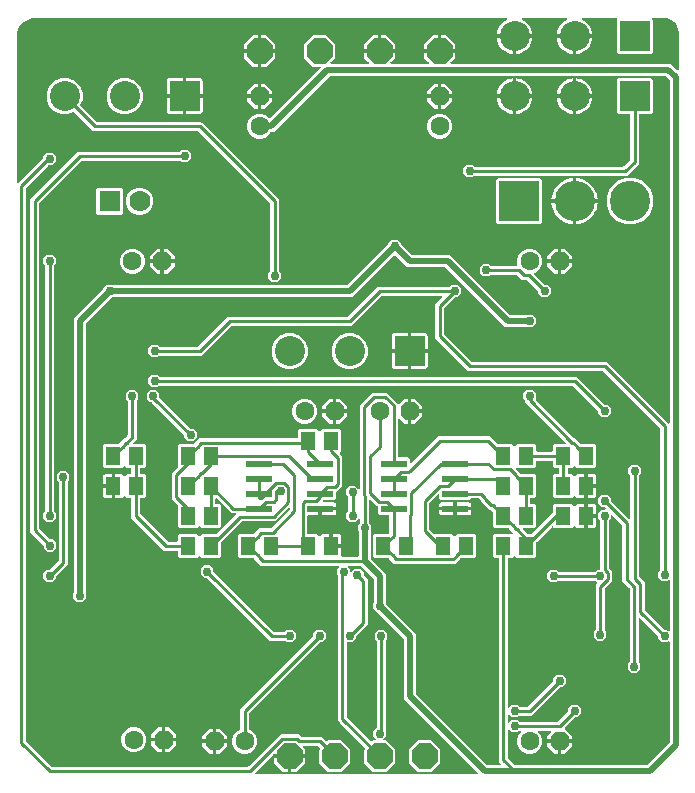
<source format=gbr>
G04 EAGLE Gerber RS-274X export*
G75*
%MOMM*%
%FSLAX34Y34*%
%LPD*%
%INBottom Copper*%
%IPPOS*%
%AMOC8*
5,1,8,0,0,1.08239X$1,22.5*%
G01*
%ADD10P,2.336880X8X22.500000*%
%ADD11P,1.732040X8X22.500000*%
%ADD12C,1.600200*%
%ADD13P,1.732040X8X112.500000*%
%ADD14P,1.732040X8X202.500000*%
%ADD15R,1.300000X1.500000*%
%ADD16R,2.540000X2.540000*%
%ADD17C,2.540000*%
%ADD18R,2.200000X0.600000*%
%ADD19R,3.416000X3.416000*%
%ADD20C,3.416000*%
%ADD21C,1.778000*%
%ADD22R,1.778000X1.778000*%
%ADD23C,0.756400*%
%ADD24C,0.254000*%
%ADD25C,0.508000*%

G36*
X399987Y10172D02*
X399987Y10172D01*
X400059Y10174D01*
X400108Y10192D01*
X400159Y10200D01*
X400222Y10234D01*
X400290Y10259D01*
X400330Y10291D01*
X400376Y10316D01*
X400426Y10368D01*
X400482Y10412D01*
X400510Y10456D01*
X400546Y10494D01*
X400576Y10559D01*
X400615Y10619D01*
X400627Y10670D01*
X400649Y10717D01*
X400657Y10788D01*
X400675Y10858D01*
X400671Y10910D01*
X400676Y10961D01*
X400661Y11032D01*
X400656Y11103D01*
X400635Y11151D01*
X400624Y11202D01*
X400587Y11263D01*
X400559Y11329D01*
X400515Y11385D01*
X400498Y11413D01*
X400480Y11428D01*
X400455Y11460D01*
X337819Y74095D01*
X337819Y124580D01*
X337805Y124670D01*
X337797Y124761D01*
X337785Y124791D01*
X337780Y124823D01*
X337737Y124904D01*
X337701Y124987D01*
X337675Y125020D01*
X337664Y125040D01*
X337641Y125062D01*
X337596Y125118D01*
X315844Y146870D01*
X315771Y146923D01*
X315701Y146983D01*
X315671Y146995D01*
X315645Y147014D01*
X315558Y147041D01*
X315473Y147075D01*
X315432Y147079D01*
X315410Y147086D01*
X315377Y147085D01*
X315306Y147093D01*
X315302Y147093D01*
X312193Y150202D01*
X312193Y154598D01*
X312196Y154601D01*
X312249Y154675D01*
X312309Y154745D01*
X312321Y154775D01*
X312340Y154801D01*
X312367Y154888D01*
X312401Y154973D01*
X312405Y155014D01*
X312412Y155036D01*
X312411Y155068D01*
X312419Y155139D01*
X312419Y175380D01*
X312418Y175388D01*
X312418Y175391D01*
X312415Y175407D01*
X312405Y175470D01*
X312397Y175561D01*
X312385Y175591D01*
X312380Y175623D01*
X312337Y175704D01*
X312301Y175787D01*
X312275Y175820D01*
X312264Y175840D01*
X312241Y175862D01*
X312196Y175918D01*
X301648Y186466D01*
X301575Y186519D01*
X301505Y186579D01*
X301475Y186591D01*
X301449Y186610D01*
X301362Y186637D01*
X301277Y186671D01*
X301236Y186675D01*
X301214Y186682D01*
X301181Y186681D01*
X301110Y186689D01*
X291283Y186689D01*
X291213Y186678D01*
X291141Y186676D01*
X291092Y186658D01*
X291041Y186650D01*
X290977Y186616D01*
X290910Y186591D01*
X290869Y186559D01*
X290823Y186534D01*
X290774Y186482D01*
X290718Y186438D01*
X290690Y186394D01*
X290654Y186356D01*
X290624Y186291D01*
X290585Y186231D01*
X290572Y186180D01*
X290550Y186133D01*
X290542Y186062D01*
X290525Y185992D01*
X290529Y185940D01*
X290523Y185889D01*
X290538Y185818D01*
X290544Y185747D01*
X290564Y185699D01*
X290575Y185648D01*
X290612Y185587D01*
X290640Y185521D01*
X290685Y185465D01*
X290702Y185437D01*
X290719Y185422D01*
X290745Y185390D01*
X292327Y183808D01*
X292327Y181603D01*
X292338Y181532D01*
X292340Y181461D01*
X292358Y181412D01*
X292366Y181360D01*
X292400Y181297D01*
X292425Y181230D01*
X292457Y181189D01*
X292482Y181143D01*
X292534Y181094D01*
X292578Y181038D01*
X292622Y181010D01*
X292660Y180974D01*
X292725Y180944D01*
X292785Y180905D01*
X292836Y180892D01*
X292883Y180870D01*
X292954Y180862D01*
X293024Y180845D01*
X293076Y180849D01*
X293127Y180843D01*
X293198Y180858D01*
X293269Y180864D01*
X293317Y180884D01*
X293368Y180895D01*
X293429Y180932D01*
X293495Y180960D01*
X293551Y181005D01*
X293579Y181021D01*
X293594Y181039D01*
X293626Y181065D01*
X296595Y184034D01*
X300991Y184034D01*
X304100Y180925D01*
X304100Y179125D01*
X304115Y179035D01*
X304122Y178944D01*
X304134Y178914D01*
X304140Y178882D01*
X304182Y178801D01*
X304218Y178717D01*
X304244Y178685D01*
X304255Y178665D01*
X304278Y178642D01*
X304323Y178586D01*
X307567Y175342D01*
X307567Y136746D01*
X297856Y127034D01*
X297803Y126961D01*
X297743Y126891D01*
X297731Y126861D01*
X297712Y126835D01*
X297685Y126748D01*
X297651Y126663D01*
X297647Y126622D01*
X297640Y126600D01*
X297641Y126567D01*
X297633Y126496D01*
X297633Y124696D01*
X294524Y121587D01*
X290322Y121587D01*
X290302Y121584D01*
X290283Y121586D01*
X290181Y121564D01*
X290079Y121548D01*
X290062Y121538D01*
X290042Y121534D01*
X289953Y121481D01*
X289862Y121432D01*
X289848Y121418D01*
X289831Y121408D01*
X289764Y121329D01*
X289692Y121254D01*
X289684Y121236D01*
X289671Y121221D01*
X289632Y121125D01*
X289589Y121031D01*
X289587Y121011D01*
X289579Y120993D01*
X289561Y120826D01*
X289561Y59044D01*
X289575Y58954D01*
X289583Y58863D01*
X289595Y58833D01*
X289600Y58801D01*
X289643Y58720D01*
X289679Y58636D01*
X289705Y58604D01*
X289716Y58584D01*
X289739Y58561D01*
X289784Y58506D01*
X310227Y38063D01*
X310243Y38051D01*
X310255Y38035D01*
X310342Y37979D01*
X310426Y37919D01*
X310445Y37913D01*
X310462Y37902D01*
X310563Y37877D01*
X310661Y37847D01*
X310681Y37847D01*
X310701Y37842D01*
X310804Y37850D01*
X310907Y37853D01*
X310926Y37860D01*
X310946Y37862D01*
X311041Y37902D01*
X311138Y37938D01*
X311154Y37950D01*
X311172Y37958D01*
X311303Y38063D01*
X311976Y38736D01*
X313872Y38736D01*
X313942Y38747D01*
X314014Y38749D01*
X314063Y38767D01*
X314114Y38775D01*
X314178Y38809D01*
X314245Y38834D01*
X314286Y38866D01*
X314332Y38891D01*
X314381Y38943D01*
X314437Y38987D01*
X314465Y39031D01*
X314501Y39069D01*
X314531Y39134D01*
X314570Y39194D01*
X314583Y39245D01*
X314605Y39292D01*
X314613Y39363D01*
X314630Y39433D01*
X314626Y39485D01*
X314632Y39536D01*
X314617Y39607D01*
X314611Y39678D01*
X314591Y39726D01*
X314580Y39777D01*
X314543Y39838D01*
X314515Y39904D01*
X314470Y39960D01*
X314453Y39988D01*
X314436Y40003D01*
X314410Y40035D01*
X312193Y42252D01*
X312193Y46648D01*
X314736Y49191D01*
X314789Y49265D01*
X314849Y49335D01*
X314861Y49365D01*
X314880Y49391D01*
X314907Y49478D01*
X314941Y49563D01*
X314945Y49604D01*
X314952Y49626D01*
X314951Y49658D01*
X314959Y49729D01*
X314959Y122991D01*
X314945Y123081D01*
X314937Y123172D01*
X314925Y123201D01*
X314920Y123233D01*
X314877Y123314D01*
X314841Y123398D01*
X314815Y123430D01*
X314804Y123451D01*
X314781Y123473D01*
X314736Y123529D01*
X313463Y124802D01*
X313463Y129198D01*
X316572Y132307D01*
X320968Y132307D01*
X324077Y129198D01*
X324077Y124802D01*
X322804Y123529D01*
X322751Y123455D01*
X322691Y123385D01*
X322679Y123355D01*
X322660Y123329D01*
X322633Y123242D01*
X322599Y123157D01*
X322595Y123116D01*
X322588Y123094D01*
X322589Y123062D01*
X322581Y122991D01*
X322581Y47189D01*
X322595Y47099D01*
X322603Y47008D01*
X322615Y46979D01*
X322620Y46947D01*
X322663Y46866D01*
X322699Y46782D01*
X322725Y46750D01*
X322736Y46729D01*
X322759Y46707D01*
X322804Y46651D01*
X322807Y46648D01*
X322807Y42252D01*
X320590Y40035D01*
X320548Y39977D01*
X320499Y39925D01*
X320477Y39878D01*
X320447Y39836D01*
X320425Y39767D01*
X320395Y39702D01*
X320390Y39650D01*
X320374Y39600D01*
X320376Y39529D01*
X320368Y39458D01*
X320379Y39407D01*
X320381Y39355D01*
X320405Y39287D01*
X320420Y39217D01*
X320447Y39172D01*
X320465Y39124D01*
X320510Y39068D01*
X320547Y39006D01*
X320586Y38972D01*
X320619Y38932D01*
X320679Y38893D01*
X320734Y38846D01*
X320782Y38827D01*
X320826Y38799D01*
X320895Y38781D01*
X320962Y38754D01*
X321033Y38746D01*
X321064Y38738D01*
X321087Y38740D01*
X321128Y38736D01*
X323024Y38736D01*
X330836Y30924D01*
X330836Y19876D01*
X323024Y12064D01*
X311976Y12064D01*
X304164Y19876D01*
X304164Y30924D01*
X304837Y31597D01*
X304849Y31613D01*
X304865Y31626D01*
X304921Y31713D01*
X304981Y31797D01*
X304987Y31816D01*
X304998Y31832D01*
X305023Y31933D01*
X305053Y32032D01*
X305053Y32052D01*
X305058Y32071D01*
X305050Y32174D01*
X305047Y32278D01*
X305040Y32296D01*
X305038Y32316D01*
X304998Y32411D01*
X304962Y32509D01*
X304950Y32524D01*
X304942Y32542D01*
X304837Y32673D01*
X284394Y53116D01*
X281939Y55572D01*
X281939Y178871D01*
X281925Y178961D01*
X281917Y179052D01*
X281905Y179081D01*
X281900Y179113D01*
X281857Y179194D01*
X281821Y179278D01*
X281795Y179310D01*
X281784Y179331D01*
X281761Y179353D01*
X281716Y179409D01*
X281713Y179412D01*
X281713Y183808D01*
X283295Y185390D01*
X283337Y185448D01*
X283386Y185500D01*
X283408Y185547D01*
X283438Y185589D01*
X283460Y185658D01*
X283490Y185723D01*
X283495Y185775D01*
X283511Y185825D01*
X283509Y185896D01*
X283517Y185967D01*
X283506Y186018D01*
X283504Y186070D01*
X283480Y186138D01*
X283465Y186208D01*
X283438Y186253D01*
X283420Y186301D01*
X283375Y186357D01*
X283338Y186419D01*
X283299Y186453D01*
X283266Y186493D01*
X283206Y186532D01*
X283151Y186579D01*
X283103Y186598D01*
X283059Y186626D01*
X282990Y186644D01*
X282923Y186671D01*
X282852Y186679D01*
X282821Y186687D01*
X282798Y186685D01*
X282757Y186689D01*
X217133Y186689D01*
X214678Y189144D01*
X214678Y189145D01*
X213735Y190088D01*
X213734Y190088D01*
X211251Y192572D01*
X211240Y192641D01*
X211230Y192658D01*
X211226Y192678D01*
X211173Y192767D01*
X211124Y192858D01*
X211110Y192872D01*
X211100Y192889D01*
X211021Y192956D01*
X210946Y193028D01*
X210928Y193036D01*
X210913Y193049D01*
X210817Y193088D01*
X210723Y193131D01*
X210703Y193133D01*
X210685Y193141D01*
X210518Y193159D01*
X198848Y193159D01*
X197359Y194648D01*
X197359Y211752D01*
X198848Y213241D01*
X210518Y213241D01*
X210538Y213244D01*
X210557Y213242D01*
X210659Y213264D01*
X210761Y213280D01*
X210778Y213290D01*
X210798Y213294D01*
X210887Y213347D01*
X210978Y213396D01*
X210992Y213410D01*
X211009Y213420D01*
X211076Y213499D01*
X211148Y213574D01*
X211156Y213592D01*
X211169Y213607D01*
X211208Y213703D01*
X211251Y213797D01*
X211253Y213817D01*
X211261Y213835D01*
X211261Y213838D01*
X215743Y218321D01*
X225316Y218321D01*
X225406Y218335D01*
X225497Y218343D01*
X225527Y218355D01*
X225559Y218360D01*
X225640Y218403D01*
X225724Y218439D01*
X225756Y218465D01*
X225776Y218476D01*
X225799Y218499D01*
X225854Y218544D01*
X241302Y233992D01*
X241355Y234065D01*
X241415Y234135D01*
X241427Y234165D01*
X241446Y234191D01*
X241473Y234278D01*
X241507Y234363D01*
X241511Y234404D01*
X241518Y234426D01*
X241517Y234454D01*
X241518Y234457D01*
X241518Y234464D01*
X241525Y234530D01*
X241525Y234560D01*
X241514Y234631D01*
X241512Y234703D01*
X241494Y234752D01*
X241486Y234803D01*
X241452Y234866D01*
X241427Y234934D01*
X241395Y234974D01*
X241370Y235020D01*
X241318Y235070D01*
X241274Y235126D01*
X241230Y235154D01*
X241192Y235190D01*
X241127Y235220D01*
X241067Y235259D01*
X241016Y235271D01*
X240969Y235293D01*
X240898Y235301D01*
X240828Y235319D01*
X240776Y235315D01*
X240725Y235320D01*
X240654Y235305D01*
X240583Y235300D01*
X240535Y235279D01*
X240484Y235268D01*
X240423Y235231D01*
X240357Y235203D01*
X240301Y235158D01*
X240273Y235142D01*
X240258Y235124D01*
X240226Y235098D01*
X229457Y224329D01*
X201434Y224329D01*
X201344Y224315D01*
X201253Y224307D01*
X201223Y224295D01*
X201191Y224290D01*
X201110Y224247D01*
X201026Y224211D01*
X200994Y224185D01*
X200974Y224174D01*
X200951Y224151D01*
X200896Y224106D01*
X183864Y207075D01*
X183818Y207010D01*
X183799Y206991D01*
X183796Y206983D01*
X183751Y206931D01*
X183739Y206901D01*
X183720Y206875D01*
X183693Y206788D01*
X183659Y206703D01*
X183655Y206662D01*
X183648Y206640D01*
X183649Y206608D01*
X183641Y206536D01*
X183641Y194648D01*
X182152Y193159D01*
X167048Y193159D01*
X165638Y194569D01*
X165622Y194580D01*
X165610Y194596D01*
X165522Y194652D01*
X165439Y194712D01*
X165420Y194718D01*
X165403Y194729D01*
X165302Y194754D01*
X165203Y194784D01*
X165184Y194784D01*
X165164Y194789D01*
X165061Y194781D01*
X164958Y194778D01*
X164939Y194771D01*
X164919Y194770D01*
X164824Y194729D01*
X164727Y194694D01*
X164711Y194681D01*
X164693Y194673D01*
X164562Y194569D01*
X163152Y193159D01*
X148048Y193159D01*
X146559Y194648D01*
X146559Y198628D01*
X146556Y198648D01*
X146558Y198667D01*
X146536Y198769D01*
X146520Y198871D01*
X146510Y198888D01*
X146506Y198908D01*
X146453Y198997D01*
X146404Y199088D01*
X146390Y199102D01*
X146380Y199119D01*
X146301Y199186D01*
X146226Y199258D01*
X146208Y199266D01*
X146193Y199279D01*
X146097Y199318D01*
X146003Y199361D01*
X145983Y199363D01*
X145965Y199371D01*
X145798Y199389D01*
X134922Y199389D01*
X107289Y227022D01*
X107289Y243198D01*
X107286Y243218D01*
X107288Y243237D01*
X107266Y243339D01*
X107250Y243441D01*
X107240Y243458D01*
X107236Y243478D01*
X107183Y243567D01*
X107134Y243658D01*
X107120Y243672D01*
X107110Y243689D01*
X107031Y243756D01*
X106956Y243828D01*
X106938Y243836D01*
X106923Y243849D01*
X106827Y243888D01*
X106733Y243931D01*
X106713Y243933D01*
X106695Y243941D01*
X106528Y243959D01*
X103548Y243959D01*
X102042Y245464D01*
X101946Y245534D01*
X101850Y245604D01*
X101846Y245606D01*
X101843Y245608D01*
X101729Y245643D01*
X101616Y245679D01*
X101612Y245679D01*
X101608Y245680D01*
X101489Y245677D01*
X101370Y245675D01*
X101366Y245674D01*
X101362Y245674D01*
X101249Y245633D01*
X101138Y245594D01*
X101135Y245591D01*
X101131Y245590D01*
X101037Y245514D01*
X100944Y245442D01*
X100941Y245438D01*
X100939Y245436D01*
X100931Y245424D01*
X100845Y245307D01*
X100633Y244940D01*
X100160Y244467D01*
X99581Y244132D01*
X98934Y243959D01*
X93623Y243959D01*
X93623Y253238D01*
X93620Y253258D01*
X93622Y253277D01*
X93600Y253379D01*
X93583Y253481D01*
X93574Y253498D01*
X93570Y253518D01*
X93517Y253607D01*
X93468Y253698D01*
X93454Y253712D01*
X93444Y253729D01*
X93365Y253796D01*
X93290Y253867D01*
X93272Y253876D01*
X93257Y253889D01*
X93161Y253928D01*
X93067Y253971D01*
X93047Y253973D01*
X93029Y253981D01*
X92862Y253999D01*
X92099Y253999D01*
X92099Y254001D01*
X92862Y254001D01*
X92882Y254004D01*
X92901Y254002D01*
X93003Y254024D01*
X93105Y254041D01*
X93122Y254050D01*
X93142Y254054D01*
X93231Y254107D01*
X93322Y254156D01*
X93336Y254170D01*
X93353Y254180D01*
X93420Y254259D01*
X93491Y254334D01*
X93500Y254352D01*
X93513Y254367D01*
X93552Y254463D01*
X93595Y254557D01*
X93597Y254577D01*
X93605Y254595D01*
X93623Y254762D01*
X93623Y264041D01*
X98934Y264041D01*
X99581Y263868D01*
X100160Y263533D01*
X100633Y263060D01*
X100845Y262693D01*
X100921Y262600D01*
X100994Y262508D01*
X100998Y262506D01*
X101001Y262503D01*
X101102Y262439D01*
X101201Y262375D01*
X101205Y262374D01*
X101209Y262372D01*
X101325Y262344D01*
X101440Y262315D01*
X101444Y262316D01*
X101448Y262315D01*
X101567Y262325D01*
X101685Y262334D01*
X101689Y262336D01*
X101693Y262336D01*
X101803Y262384D01*
X101911Y262431D01*
X101915Y262434D01*
X101918Y262435D01*
X101929Y262445D01*
X102042Y262536D01*
X103548Y264041D01*
X106528Y264041D01*
X106548Y264044D01*
X106567Y264042D01*
X106669Y264064D01*
X106771Y264080D01*
X106788Y264090D01*
X106808Y264094D01*
X106897Y264147D01*
X106988Y264196D01*
X107002Y264210D01*
X107019Y264220D01*
X107086Y264299D01*
X107158Y264374D01*
X107166Y264392D01*
X107179Y264407D01*
X107218Y264503D01*
X107261Y264597D01*
X107263Y264617D01*
X107271Y264635D01*
X107289Y264802D01*
X107289Y268598D01*
X107286Y268618D01*
X107288Y268637D01*
X107266Y268739D01*
X107250Y268841D01*
X107240Y268858D01*
X107236Y268878D01*
X107183Y268967D01*
X107134Y269058D01*
X107120Y269072D01*
X107110Y269089D01*
X107031Y269156D01*
X106956Y269228D01*
X106938Y269236D01*
X106923Y269249D01*
X106827Y269288D01*
X106733Y269331D01*
X106713Y269333D01*
X106695Y269341D01*
X106528Y269359D01*
X103548Y269359D01*
X102138Y270769D01*
X102122Y270780D01*
X102110Y270796D01*
X102022Y270852D01*
X101939Y270912D01*
X101920Y270918D01*
X101903Y270929D01*
X101802Y270954D01*
X101703Y270984D01*
X101684Y270984D01*
X101664Y270989D01*
X101561Y270981D01*
X101458Y270978D01*
X101439Y270971D01*
X101419Y270970D01*
X101324Y270929D01*
X101227Y270894D01*
X101211Y270881D01*
X101193Y270873D01*
X101062Y270769D01*
X99652Y269359D01*
X84548Y269359D01*
X83059Y270848D01*
X83059Y287952D01*
X84548Y289441D01*
X96218Y289441D01*
X96238Y289444D01*
X96257Y289442D01*
X96359Y289464D01*
X96461Y289480D01*
X96478Y289490D01*
X96498Y289494D01*
X96587Y289547D01*
X96678Y289596D01*
X96692Y289610D01*
X96709Y289620D01*
X96776Y289699D01*
X96848Y289774D01*
X96856Y289792D01*
X96869Y289807D01*
X96908Y289903D01*
X96951Y289997D01*
X96953Y290017D01*
X96961Y290035D01*
X96961Y290038D01*
X101443Y294521D01*
X101516Y294521D01*
X101606Y294535D01*
X101697Y294543D01*
X101727Y294555D01*
X101759Y294560D01*
X101840Y294603D01*
X101924Y294639D01*
X101956Y294665D01*
X101976Y294676D01*
X101999Y294699D01*
X102054Y294744D01*
X103916Y296606D01*
X103969Y296679D01*
X104007Y296723D01*
X104008Y296724D01*
X104029Y296749D01*
X104041Y296779D01*
X104060Y296805D01*
X104087Y296892D01*
X104093Y296907D01*
X104111Y296947D01*
X104112Y296955D01*
X104121Y296977D01*
X104125Y297018D01*
X104132Y297040D01*
X104131Y297073D01*
X104139Y297144D01*
X104139Y326191D01*
X104125Y326281D01*
X104117Y326372D01*
X104105Y326401D01*
X104100Y326433D01*
X104057Y326514D01*
X104021Y326598D01*
X103995Y326630D01*
X103984Y326651D01*
X103961Y326673D01*
X103916Y326729D01*
X102643Y328002D01*
X102643Y332398D01*
X105752Y335507D01*
X110148Y335507D01*
X113257Y332398D01*
X113257Y328002D01*
X111984Y326729D01*
X111931Y326655D01*
X111871Y326585D01*
X111859Y326555D01*
X111840Y326529D01*
X111813Y326442D01*
X111779Y326357D01*
X111775Y326316D01*
X111768Y326294D01*
X111769Y326262D01*
X111761Y326191D01*
X111761Y293672D01*
X108829Y290740D01*
X108788Y290682D01*
X108738Y290630D01*
X108716Y290583D01*
X108686Y290541D01*
X108665Y290472D01*
X108635Y290407D01*
X108629Y290355D01*
X108614Y290305D01*
X108615Y290234D01*
X108608Y290163D01*
X108619Y290112D01*
X108620Y290060D01*
X108645Y289992D01*
X108660Y289922D01*
X108686Y289877D01*
X108704Y289829D01*
X108749Y289773D01*
X108786Y289711D01*
X108826Y289677D01*
X108858Y289637D01*
X108918Y289598D01*
X108973Y289551D01*
X109021Y289532D01*
X109065Y289504D01*
X109134Y289486D01*
X109201Y289459D01*
X109272Y289451D01*
X109304Y289443D01*
X109327Y289445D01*
X109368Y289441D01*
X118652Y289441D01*
X120141Y287952D01*
X120141Y270848D01*
X118652Y269359D01*
X115672Y269359D01*
X115652Y269356D01*
X115633Y269358D01*
X115531Y269336D01*
X115429Y269320D01*
X115412Y269310D01*
X115392Y269306D01*
X115303Y269253D01*
X115212Y269204D01*
X115198Y269190D01*
X115181Y269180D01*
X115114Y269101D01*
X115042Y269026D01*
X115034Y269008D01*
X115021Y268993D01*
X114982Y268897D01*
X114939Y268803D01*
X114937Y268783D01*
X114929Y268765D01*
X114911Y268598D01*
X114911Y264802D01*
X114914Y264782D01*
X114912Y264763D01*
X114934Y264661D01*
X114950Y264559D01*
X114960Y264542D01*
X114964Y264522D01*
X115017Y264433D01*
X115066Y264342D01*
X115080Y264328D01*
X115090Y264311D01*
X115169Y264244D01*
X115244Y264172D01*
X115262Y264164D01*
X115277Y264151D01*
X115373Y264112D01*
X115467Y264069D01*
X115487Y264067D01*
X115505Y264059D01*
X115672Y264041D01*
X118652Y264041D01*
X120141Y262552D01*
X120141Y245448D01*
X118652Y243959D01*
X115672Y243959D01*
X115652Y243956D01*
X115633Y243958D01*
X115531Y243936D01*
X115429Y243920D01*
X115412Y243910D01*
X115392Y243906D01*
X115303Y243853D01*
X115212Y243804D01*
X115198Y243790D01*
X115181Y243780D01*
X115114Y243701D01*
X115042Y243626D01*
X115034Y243608D01*
X115021Y243593D01*
X114982Y243497D01*
X114939Y243403D01*
X114937Y243383D01*
X114929Y243365D01*
X114911Y243198D01*
X114911Y230494D01*
X114925Y230404D01*
X114933Y230313D01*
X114945Y230283D01*
X114950Y230251D01*
X114993Y230170D01*
X115029Y230086D01*
X115055Y230054D01*
X115066Y230034D01*
X115089Y230011D01*
X115134Y229956D01*
X137856Y207234D01*
X137929Y207181D01*
X137999Y207121D01*
X138029Y207109D01*
X138055Y207090D01*
X138142Y207063D01*
X138227Y207029D01*
X138268Y207025D01*
X138290Y207018D01*
X138323Y207019D01*
X138394Y207011D01*
X145798Y207011D01*
X145818Y207014D01*
X145837Y207012D01*
X145939Y207034D01*
X146041Y207050D01*
X146058Y207060D01*
X146078Y207064D01*
X146167Y207117D01*
X146258Y207166D01*
X146272Y207180D01*
X146289Y207190D01*
X146356Y207269D01*
X146428Y207344D01*
X146436Y207362D01*
X146449Y207377D01*
X146488Y207473D01*
X146531Y207567D01*
X146533Y207587D01*
X146541Y207605D01*
X146559Y207772D01*
X146559Y211752D01*
X148048Y213241D01*
X163152Y213241D01*
X164562Y211831D01*
X164578Y211820D01*
X164590Y211804D01*
X164678Y211748D01*
X164761Y211688D01*
X164780Y211682D01*
X164797Y211671D01*
X164898Y211646D01*
X164997Y211616D01*
X165016Y211616D01*
X165036Y211611D01*
X165139Y211619D01*
X165242Y211622D01*
X165261Y211629D01*
X165281Y211630D01*
X165376Y211671D01*
X165473Y211706D01*
X165489Y211719D01*
X165507Y211727D01*
X165638Y211831D01*
X167048Y213241D01*
X178936Y213241D01*
X179026Y213255D01*
X179117Y213263D01*
X179147Y213275D01*
X179179Y213280D01*
X179260Y213323D01*
X179344Y213359D01*
X179376Y213385D01*
X179396Y213396D01*
X179419Y213419D01*
X179475Y213464D01*
X195506Y229495D01*
X195851Y229840D01*
X195892Y229898D01*
X195942Y229950D01*
X195964Y229997D01*
X195994Y230039D01*
X196015Y230108D01*
X196045Y230173D01*
X196051Y230225D01*
X196066Y230275D01*
X196065Y230346D01*
X196072Y230417D01*
X196061Y230468D01*
X196060Y230520D01*
X196035Y230588D01*
X196020Y230658D01*
X195993Y230703D01*
X195976Y230751D01*
X195931Y230807D01*
X195894Y230869D01*
X195854Y230903D01*
X195822Y230943D01*
X195762Y230982D01*
X195707Y231029D01*
X195659Y231048D01*
X195615Y231076D01*
X195546Y231094D01*
X195479Y231121D01*
X195408Y231129D01*
X195377Y231137D01*
X195353Y231135D01*
X195312Y231139D01*
X192072Y231139D01*
X189616Y233594D01*
X189616Y233595D01*
X179710Y243501D01*
X179652Y243542D01*
X179600Y243592D01*
X179553Y243614D01*
X179511Y243644D01*
X179442Y243665D01*
X179377Y243695D01*
X179325Y243701D01*
X179275Y243716D01*
X179204Y243715D01*
X179133Y243722D01*
X179082Y243711D01*
X179030Y243710D01*
X178962Y243685D01*
X178892Y243670D01*
X178848Y243644D01*
X178799Y243626D01*
X178743Y243581D01*
X178681Y243544D01*
X178647Y243504D01*
X178607Y243472D01*
X178568Y243412D01*
X178521Y243357D01*
X178502Y243309D01*
X178474Y243265D01*
X178456Y243196D01*
X178429Y243129D01*
X178421Y243058D01*
X178413Y243026D01*
X178415Y243003D01*
X178411Y242962D01*
X178411Y239402D01*
X178414Y239382D01*
X178412Y239363D01*
X178434Y239261D01*
X178450Y239159D01*
X178460Y239142D01*
X178464Y239122D01*
X178517Y239033D01*
X178566Y238942D01*
X178580Y238928D01*
X178590Y238911D01*
X178669Y238844D01*
X178744Y238772D01*
X178762Y238764D01*
X178777Y238751D01*
X178873Y238712D01*
X178967Y238669D01*
X178987Y238667D01*
X179005Y238659D01*
X179172Y238641D01*
X182152Y238641D01*
X183641Y237152D01*
X183641Y220048D01*
X182152Y218559D01*
X167048Y218559D01*
X165638Y219969D01*
X165622Y219980D01*
X165610Y219996D01*
X165522Y220052D01*
X165439Y220112D01*
X165420Y220118D01*
X165403Y220129D01*
X165302Y220154D01*
X165203Y220184D01*
X165184Y220184D01*
X165164Y220189D01*
X165061Y220181D01*
X164958Y220178D01*
X164939Y220171D01*
X164919Y220170D01*
X164824Y220129D01*
X164727Y220094D01*
X164711Y220081D01*
X164693Y220073D01*
X164562Y219969D01*
X163152Y218559D01*
X148048Y218559D01*
X146559Y220048D01*
X146559Y237152D01*
X146576Y237170D01*
X146588Y237186D01*
X146604Y237198D01*
X146660Y237286D01*
X146720Y237369D01*
X146726Y237388D01*
X146737Y237405D01*
X146762Y237506D01*
X146792Y237604D01*
X146792Y237624D01*
X146797Y237644D01*
X146789Y237747D01*
X146786Y237850D01*
X146779Y237869D01*
X146778Y237889D01*
X146737Y237984D01*
X146702Y238081D01*
X146689Y238097D01*
X146681Y238115D01*
X146576Y238246D01*
X141479Y243343D01*
X141479Y264657D01*
X146576Y269754D01*
X146588Y269770D01*
X146604Y269782D01*
X146660Y269870D01*
X146720Y269954D01*
X146726Y269973D01*
X146737Y269989D01*
X146762Y270090D01*
X146792Y270189D01*
X146792Y270209D01*
X146797Y270228D01*
X146789Y270331D01*
X146786Y270434D01*
X146779Y270453D01*
X146778Y270473D01*
X146737Y270568D01*
X146702Y270666D01*
X146689Y270681D01*
X146681Y270699D01*
X146576Y270830D01*
X146559Y270848D01*
X146559Y287952D01*
X148048Y289441D01*
X159718Y289441D01*
X159738Y289444D01*
X159757Y289442D01*
X159859Y289464D01*
X159961Y289480D01*
X159978Y289490D01*
X159998Y289494D01*
X160087Y289547D01*
X160178Y289596D01*
X160192Y289610D01*
X160209Y289620D01*
X160276Y289699D01*
X160348Y289774D01*
X160356Y289792D01*
X160369Y289807D01*
X160408Y289903D01*
X160451Y289997D01*
X160453Y290017D01*
X160461Y290035D01*
X160461Y290038D01*
X162488Y292065D01*
X162488Y292066D01*
X164943Y294521D01*
X247398Y294521D01*
X247418Y294524D01*
X247437Y294522D01*
X247539Y294544D01*
X247641Y294560D01*
X247658Y294570D01*
X247678Y294574D01*
X247767Y294627D01*
X247858Y294676D01*
X247872Y294690D01*
X247889Y294700D01*
X247956Y294779D01*
X248028Y294854D01*
X248036Y294872D01*
X248049Y294887D01*
X248088Y294983D01*
X248131Y295077D01*
X248133Y295097D01*
X248141Y295115D01*
X248159Y295282D01*
X248159Y300652D01*
X249648Y302141D01*
X264752Y302141D01*
X266162Y300731D01*
X266178Y300720D01*
X266190Y300704D01*
X266278Y300648D01*
X266361Y300588D01*
X266380Y300582D01*
X266397Y300571D01*
X266498Y300546D01*
X266597Y300516D01*
X266616Y300516D01*
X266636Y300511D01*
X266739Y300519D01*
X266842Y300522D01*
X266861Y300529D01*
X266881Y300530D01*
X266976Y300571D01*
X267073Y300606D01*
X267089Y300619D01*
X267107Y300627D01*
X267238Y300731D01*
X268648Y302141D01*
X283752Y302141D01*
X285241Y300652D01*
X285241Y283548D01*
X283949Y282255D01*
X283937Y282239D01*
X283921Y282227D01*
X283865Y282139D01*
X283805Y282056D01*
X283799Y282037D01*
X283788Y282020D01*
X283763Y281919D01*
X283733Y281821D01*
X283733Y281801D01*
X283728Y281781D01*
X283736Y281678D01*
X283739Y281575D01*
X283746Y281556D01*
X283747Y281536D01*
X283788Y281441D01*
X283823Y281344D01*
X283836Y281328D01*
X283844Y281310D01*
X283949Y281179D01*
X285921Y279207D01*
X285921Y254193D01*
X281428Y249701D01*
X281359Y249690D01*
X281342Y249680D01*
X281322Y249676D01*
X281233Y249623D01*
X281142Y249574D01*
X281128Y249560D01*
X281111Y249550D01*
X281044Y249471D01*
X280972Y249396D01*
X280964Y249378D01*
X280951Y249363D01*
X280912Y249267D01*
X280869Y249173D01*
X280867Y249153D01*
X280859Y249135D01*
X280841Y248968D01*
X280841Y243598D01*
X279352Y242109D01*
X270014Y242109D01*
X269924Y242095D01*
X269833Y242087D01*
X269803Y242075D01*
X269771Y242070D01*
X269691Y242027D01*
X269607Y241991D01*
X269574Y241965D01*
X269554Y241954D01*
X269532Y241931D01*
X269476Y241886D01*
X269380Y241790D01*
X269338Y241732D01*
X269288Y241680D01*
X269266Y241633D01*
X269236Y241591D01*
X269215Y241522D01*
X269185Y241457D01*
X269179Y241405D01*
X269164Y241356D01*
X269165Y241284D01*
X269158Y241213D01*
X269169Y241162D01*
X269170Y241110D01*
X269195Y241042D01*
X269210Y240972D01*
X269236Y240927D01*
X269254Y240879D01*
X269299Y240823D01*
X269336Y240761D01*
X269375Y240727D01*
X269408Y240687D01*
X269468Y240648D01*
X269523Y240601D01*
X269571Y240582D01*
X269615Y240554D01*
X269684Y240536D01*
X269751Y240509D01*
X269822Y240501D01*
X269853Y240493D01*
X269877Y240495D01*
X269918Y240491D01*
X278634Y240491D01*
X279281Y240318D01*
X279860Y239983D01*
X280333Y239510D01*
X280668Y238931D01*
X280841Y238284D01*
X280841Y236449D01*
X268038Y236449D01*
X268019Y236446D01*
X267999Y236448D01*
X267897Y236426D01*
X267795Y236410D01*
X267778Y236400D01*
X267758Y236396D01*
X267669Y236343D01*
X267578Y236294D01*
X267564Y236280D01*
X267547Y236270D01*
X267480Y236191D01*
X267409Y236116D01*
X267400Y236098D01*
X267387Y236083D01*
X267349Y235987D01*
X267305Y235893D01*
X267303Y235873D01*
X267295Y235855D01*
X267277Y235688D01*
X267277Y234973D01*
X266562Y234973D01*
X266542Y234970D01*
X266522Y234972D01*
X266421Y234950D01*
X266319Y234933D01*
X266302Y234924D01*
X266282Y234920D01*
X266193Y234867D01*
X266102Y234818D01*
X266088Y234804D01*
X266071Y234794D01*
X266004Y234715D01*
X265932Y234640D01*
X265924Y234622D01*
X265911Y234607D01*
X265872Y234510D01*
X265829Y234417D01*
X265827Y234397D01*
X265819Y234379D01*
X265801Y234212D01*
X265801Y229409D01*
X257062Y229409D01*
X257042Y229406D01*
X257023Y229408D01*
X256921Y229386D01*
X256819Y229370D01*
X256802Y229360D01*
X256782Y229356D01*
X256693Y229303D01*
X256602Y229254D01*
X256588Y229240D01*
X256571Y229230D01*
X256504Y229151D01*
X256432Y229076D01*
X256424Y229058D01*
X256411Y229043D01*
X256372Y228947D01*
X256329Y228853D01*
X256327Y228833D01*
X256319Y228815D01*
X256301Y228648D01*
X256301Y214002D01*
X256304Y213982D01*
X256302Y213963D01*
X256324Y213861D01*
X256340Y213759D01*
X256350Y213742D01*
X256354Y213722D01*
X256407Y213633D01*
X256456Y213542D01*
X256470Y213528D01*
X256480Y213511D01*
X256559Y213444D01*
X256634Y213372D01*
X256652Y213364D01*
X256667Y213351D01*
X256763Y213312D01*
X256857Y213269D01*
X256877Y213267D01*
X256895Y213259D01*
X257062Y213241D01*
X264752Y213241D01*
X266258Y211736D01*
X266353Y211667D01*
X266450Y211596D01*
X266454Y211594D01*
X266457Y211592D01*
X266570Y211557D01*
X266684Y211521D01*
X266688Y211521D01*
X266692Y211520D01*
X266811Y211523D01*
X266930Y211525D01*
X266934Y211526D01*
X266938Y211526D01*
X267050Y211567D01*
X267162Y211606D01*
X267165Y211609D01*
X267169Y211610D01*
X267263Y211685D01*
X267356Y211758D01*
X267359Y211762D01*
X267361Y211764D01*
X267369Y211776D01*
X267455Y211893D01*
X267667Y212260D01*
X268140Y212733D01*
X268719Y213068D01*
X269366Y213241D01*
X274677Y213241D01*
X274677Y203962D01*
X274680Y203942D01*
X274678Y203923D01*
X274700Y203821D01*
X274717Y203719D01*
X274726Y203702D01*
X274730Y203682D01*
X274783Y203593D01*
X274832Y203502D01*
X274846Y203488D01*
X274856Y203471D01*
X274935Y203404D01*
X275010Y203333D01*
X275028Y203324D01*
X275043Y203311D01*
X275139Y203272D01*
X275233Y203229D01*
X275253Y203227D01*
X275271Y203219D01*
X275438Y203201D01*
X276201Y203201D01*
X276201Y202438D01*
X276204Y202418D01*
X276202Y202399D01*
X276224Y202297D01*
X276241Y202195D01*
X276250Y202178D01*
X276254Y202158D01*
X276307Y202069D01*
X276356Y201978D01*
X276370Y201964D01*
X276380Y201947D01*
X276459Y201880D01*
X276534Y201809D01*
X276552Y201800D01*
X276567Y201787D01*
X276663Y201748D01*
X276757Y201705D01*
X276777Y201703D01*
X276795Y201695D01*
X276962Y201677D01*
X285241Y201677D01*
X285241Y195365D01*
X285215Y195269D01*
X285203Y195151D01*
X285190Y195033D01*
X285191Y195028D01*
X285190Y195024D01*
X285217Y194909D01*
X285242Y194792D01*
X285244Y194789D01*
X285245Y194785D01*
X285307Y194683D01*
X285368Y194581D01*
X285372Y194578D01*
X285374Y194575D01*
X285465Y194499D01*
X285555Y194421D01*
X285559Y194420D01*
X285562Y194417D01*
X285672Y194374D01*
X285783Y194329D01*
X285788Y194329D01*
X285791Y194327D01*
X285805Y194327D01*
X285950Y194311D01*
X298958Y194311D01*
X298978Y194314D01*
X298997Y194312D01*
X299099Y194334D01*
X299201Y194350D01*
X299218Y194360D01*
X299238Y194364D01*
X299327Y194417D01*
X299418Y194466D01*
X299432Y194480D01*
X299449Y194490D01*
X299516Y194569D01*
X299588Y194644D01*
X299596Y194662D01*
X299609Y194677D01*
X299648Y194773D01*
X299691Y194867D01*
X299693Y194887D01*
X299701Y194905D01*
X299719Y195072D01*
X299719Y215701D01*
X299716Y215719D01*
X299718Y215738D01*
X299703Y215807D01*
X299697Y215882D01*
X299685Y215911D01*
X299680Y215943D01*
X299669Y215962D01*
X299666Y215978D01*
X299633Y216034D01*
X299601Y216108D01*
X299575Y216140D01*
X299564Y216161D01*
X299547Y216177D01*
X299540Y216189D01*
X299528Y216199D01*
X299496Y216239D01*
X299493Y216242D01*
X299493Y220638D01*
X300766Y221911D01*
X300819Y221985D01*
X300879Y222055D01*
X300891Y222085D01*
X300910Y222111D01*
X300937Y222198D01*
X300971Y222283D01*
X300975Y222324D01*
X300982Y222346D01*
X300981Y222378D01*
X300989Y222449D01*
X300989Y225607D01*
X300987Y225621D01*
X300988Y225634D01*
X300978Y225683D01*
X300976Y225749D01*
X300958Y225798D01*
X300950Y225849D01*
X300916Y225913D01*
X300891Y225980D01*
X300859Y226021D01*
X300834Y226067D01*
X300782Y226116D01*
X300738Y226172D01*
X300694Y226200D01*
X300656Y226236D01*
X300591Y226266D01*
X300531Y226305D01*
X300480Y226318D01*
X300433Y226340D01*
X300362Y226348D01*
X300292Y226365D01*
X300240Y226361D01*
X300189Y226367D01*
X300118Y226352D01*
X300047Y226346D01*
X299999Y226326D01*
X299948Y226315D01*
X299887Y226278D01*
X299821Y226250D01*
X299767Y226207D01*
X299756Y226201D01*
X299753Y226198D01*
X299737Y226188D01*
X299722Y226171D01*
X299690Y226145D01*
X296838Y223293D01*
X292442Y223293D01*
X289333Y226402D01*
X289333Y230798D01*
X290606Y232071D01*
X290659Y232145D01*
X290719Y232215D01*
X290731Y232245D01*
X290750Y232271D01*
X290777Y232358D01*
X290811Y232443D01*
X290815Y232484D01*
X290822Y232506D01*
X290821Y232538D01*
X290829Y232609D01*
X290829Y244911D01*
X290815Y245001D01*
X290807Y245092D01*
X290795Y245121D01*
X290790Y245153D01*
X290747Y245234D01*
X290711Y245318D01*
X290685Y245350D01*
X290674Y245371D01*
X290651Y245393D01*
X290606Y245449D01*
X289333Y246722D01*
X289333Y251118D01*
X292442Y254227D01*
X296838Y254227D01*
X299520Y251545D01*
X299578Y251503D01*
X299630Y251454D01*
X299677Y251432D01*
X299719Y251402D01*
X299788Y251380D01*
X299853Y251350D01*
X299905Y251345D01*
X299955Y251329D01*
X300026Y251331D01*
X300097Y251323D01*
X300148Y251334D01*
X300200Y251336D01*
X300268Y251360D01*
X300338Y251375D01*
X300383Y251402D01*
X300431Y251420D01*
X300487Y251465D01*
X300549Y251502D01*
X300583Y251541D01*
X300623Y251574D01*
X300662Y251634D01*
X300709Y251689D01*
X300728Y251737D01*
X300756Y251781D01*
X300774Y251850D01*
X300801Y251917D01*
X300809Y251988D01*
X300817Y252019D01*
X300815Y252042D01*
X300819Y252083D01*
X300819Y322912D01*
X311029Y333122D01*
X323971Y333122D01*
X330667Y326426D01*
X333254Y323839D01*
X333270Y323827D01*
X333282Y323811D01*
X333370Y323755D01*
X333454Y323695D01*
X333473Y323689D01*
X333489Y323678D01*
X333590Y323653D01*
X333689Y323623D01*
X333709Y323623D01*
X333728Y323618D01*
X333831Y323626D01*
X333935Y323629D01*
X333953Y323636D01*
X333973Y323638D01*
X334068Y323678D01*
X334166Y323714D01*
X334181Y323726D01*
X334199Y323734D01*
X334330Y323839D01*
X338533Y328042D01*
X341377Y328042D01*
X341377Y318262D01*
X341380Y318242D01*
X341378Y318223D01*
X341400Y318121D01*
X341417Y318019D01*
X341426Y318002D01*
X341430Y317982D01*
X341483Y317893D01*
X341532Y317802D01*
X341546Y317788D01*
X341556Y317771D01*
X341635Y317704D01*
X341710Y317633D01*
X341728Y317624D01*
X341743Y317611D01*
X341839Y317573D01*
X341933Y317529D01*
X341953Y317527D01*
X341971Y317519D01*
X342138Y317501D01*
X342901Y317501D01*
X342901Y317499D01*
X342138Y317499D01*
X342118Y317496D01*
X342099Y317498D01*
X341997Y317476D01*
X341895Y317459D01*
X341878Y317450D01*
X341858Y317446D01*
X341769Y317393D01*
X341678Y317344D01*
X341664Y317330D01*
X341647Y317320D01*
X341580Y317241D01*
X341509Y317166D01*
X341500Y317148D01*
X341487Y317133D01*
X341448Y317037D01*
X341405Y316943D01*
X341403Y316923D01*
X341395Y316905D01*
X341377Y316738D01*
X341377Y306958D01*
X338533Y306958D01*
X334421Y311071D01*
X334363Y311112D01*
X334311Y311162D01*
X334264Y311184D01*
X334222Y311214D01*
X334153Y311235D01*
X334088Y311265D01*
X334036Y311271D01*
X333986Y311286D01*
X333915Y311285D01*
X333844Y311292D01*
X333793Y311281D01*
X333741Y311280D01*
X333673Y311255D01*
X333603Y311240D01*
X333558Y311213D01*
X333510Y311196D01*
X333454Y311151D01*
X333392Y311114D01*
X333358Y311074D01*
X333318Y311042D01*
X333279Y310982D01*
X333232Y310927D01*
X333213Y310879D01*
X333185Y310835D01*
X333167Y310766D01*
X333140Y310699D01*
X333132Y310628D01*
X333124Y310596D01*
X333126Y310573D01*
X333122Y310532D01*
X333122Y279352D01*
X333125Y279332D01*
X333123Y279313D01*
X333145Y279211D01*
X333161Y279109D01*
X333171Y279092D01*
X333175Y279072D01*
X333228Y278983D01*
X333277Y278892D01*
X333291Y278878D01*
X333301Y278861D01*
X333380Y278794D01*
X333455Y278722D01*
X333473Y278714D01*
X333488Y278701D01*
X333584Y278662D01*
X333678Y278619D01*
X333698Y278617D01*
X333716Y278609D01*
X333883Y278591D01*
X341652Y278591D01*
X343141Y277102D01*
X343141Y274168D01*
X343152Y274097D01*
X343154Y274025D01*
X343172Y273976D01*
X343180Y273925D01*
X343214Y273862D01*
X343239Y273794D01*
X343271Y273754D01*
X343296Y273708D01*
X343347Y273658D01*
X343392Y273602D01*
X343436Y273574D01*
X343474Y273538D01*
X343539Y273508D01*
X343599Y273469D01*
X343650Y273457D01*
X343697Y273435D01*
X343768Y273427D01*
X343838Y273409D01*
X343890Y273413D01*
X343941Y273408D01*
X344012Y273423D01*
X344083Y273428D01*
X344131Y273449D01*
X344182Y273460D01*
X344243Y273497D01*
X344309Y273525D01*
X344365Y273569D01*
X344393Y273586D01*
X344408Y273604D01*
X344440Y273629D01*
X364726Y293915D01*
X364726Y293916D01*
X367182Y296371D01*
X410718Y296371D01*
X413174Y293915D01*
X417425Y289664D01*
X417499Y289611D01*
X417569Y289551D01*
X417599Y289539D01*
X417625Y289520D01*
X417712Y289493D01*
X417797Y289459D01*
X417838Y289455D01*
X417860Y289448D01*
X417892Y289449D01*
X417964Y289441D01*
X429852Y289441D01*
X431262Y288031D01*
X431278Y288020D01*
X431290Y288004D01*
X431378Y287948D01*
X431461Y287888D01*
X431480Y287882D01*
X431497Y287871D01*
X431598Y287846D01*
X431697Y287816D01*
X431716Y287816D01*
X431736Y287811D01*
X431839Y287819D01*
X431942Y287822D01*
X431961Y287829D01*
X431981Y287830D01*
X432076Y287871D01*
X432173Y287906D01*
X432189Y287919D01*
X432207Y287927D01*
X432338Y288031D01*
X433748Y289441D01*
X448852Y289441D01*
X450341Y287952D01*
X450341Y283972D01*
X450344Y283952D01*
X450342Y283933D01*
X450364Y283831D01*
X450380Y283729D01*
X450390Y283712D01*
X450394Y283692D01*
X450447Y283603D01*
X450496Y283512D01*
X450510Y283498D01*
X450520Y283481D01*
X450599Y283414D01*
X450674Y283342D01*
X450692Y283334D01*
X450707Y283321D01*
X450803Y283282D01*
X450897Y283239D01*
X450917Y283237D01*
X450935Y283229D01*
X451102Y283211D01*
X463298Y283211D01*
X463318Y283214D01*
X463337Y283212D01*
X463439Y283234D01*
X463541Y283250D01*
X463558Y283260D01*
X463578Y283264D01*
X463667Y283317D01*
X463758Y283366D01*
X463772Y283380D01*
X463789Y283390D01*
X463856Y283469D01*
X463928Y283544D01*
X463936Y283562D01*
X463949Y283577D01*
X463988Y283673D01*
X464031Y283767D01*
X464033Y283787D01*
X464041Y283805D01*
X464059Y283972D01*
X464059Y287952D01*
X465548Y289441D01*
X474832Y289441D01*
X474903Y289452D01*
X474975Y289454D01*
X475024Y289472D01*
X475075Y289480D01*
X475138Y289514D01*
X475206Y289539D01*
X475246Y289571D01*
X475292Y289596D01*
X475342Y289648D01*
X475398Y289692D01*
X475426Y289736D01*
X475462Y289774D01*
X475492Y289839D01*
X475531Y289899D01*
X475543Y289950D01*
X475565Y289997D01*
X475573Y290068D01*
X475591Y290138D01*
X475587Y290190D01*
X475592Y290241D01*
X475577Y290312D01*
X475572Y290383D01*
X475551Y290431D01*
X475540Y290482D01*
X475503Y290543D01*
X475475Y290609D01*
X475431Y290665D01*
X475414Y290693D01*
X475396Y290708D01*
X475371Y290740D01*
X440689Y325422D01*
X440689Y326191D01*
X440675Y326281D01*
X440667Y326372D01*
X440655Y326401D01*
X440650Y326433D01*
X440607Y326514D01*
X440571Y326598D01*
X440545Y326630D01*
X440534Y326651D01*
X440511Y326673D01*
X440466Y326729D01*
X439193Y328002D01*
X439193Y332398D01*
X442302Y335507D01*
X446698Y335507D01*
X449807Y332398D01*
X449807Y327972D01*
X449802Y327965D01*
X449742Y327881D01*
X449736Y327862D01*
X449725Y327845D01*
X449700Y327745D01*
X449669Y327646D01*
X449670Y327626D01*
X449665Y327606D01*
X449673Y327503D01*
X449676Y327400D01*
X449683Y327381D01*
X449684Y327361D01*
X449725Y327266D01*
X449760Y327169D01*
X449773Y327153D01*
X449780Y327135D01*
X449885Y327004D01*
X482146Y294744D01*
X482219Y294691D01*
X482289Y294631D01*
X482319Y294619D01*
X482345Y294600D01*
X482432Y294573D01*
X482517Y294539D01*
X482558Y294535D01*
X482580Y294528D01*
X482613Y294529D01*
X482684Y294521D01*
X482757Y294521D01*
X487249Y290028D01*
X487260Y289959D01*
X487270Y289942D01*
X487274Y289922D01*
X487327Y289833D01*
X487376Y289742D01*
X487390Y289728D01*
X487400Y289711D01*
X487479Y289644D01*
X487554Y289572D01*
X487572Y289564D01*
X487587Y289551D01*
X487683Y289512D01*
X487777Y289469D01*
X487797Y289467D01*
X487815Y289459D01*
X487982Y289441D01*
X499652Y289441D01*
X501141Y287952D01*
X501141Y270848D01*
X499652Y269359D01*
X484548Y269359D01*
X483138Y270769D01*
X483122Y270780D01*
X483110Y270796D01*
X483022Y270852D01*
X482939Y270912D01*
X482920Y270918D01*
X482903Y270929D01*
X482802Y270954D01*
X482703Y270984D01*
X482684Y270984D01*
X482664Y270989D01*
X482561Y270981D01*
X482458Y270978D01*
X482439Y270971D01*
X482419Y270970D01*
X482324Y270929D01*
X482227Y270894D01*
X482211Y270881D01*
X482193Y270873D01*
X482062Y270769D01*
X480652Y269359D01*
X477672Y269359D01*
X477652Y269356D01*
X477633Y269358D01*
X477531Y269336D01*
X477429Y269320D01*
X477412Y269310D01*
X477392Y269306D01*
X477303Y269253D01*
X477212Y269204D01*
X477198Y269190D01*
X477181Y269180D01*
X477114Y269101D01*
X477042Y269026D01*
X477034Y269008D01*
X477021Y268993D01*
X476982Y268897D01*
X476939Y268803D01*
X476937Y268783D01*
X476929Y268765D01*
X476911Y268598D01*
X476911Y264802D01*
X476914Y264782D01*
X476912Y264763D01*
X476934Y264661D01*
X476950Y264559D01*
X476960Y264542D01*
X476964Y264522D01*
X477017Y264433D01*
X477066Y264342D01*
X477080Y264328D01*
X477090Y264311D01*
X477169Y264244D01*
X477244Y264172D01*
X477262Y264164D01*
X477277Y264151D01*
X477373Y264112D01*
X477467Y264069D01*
X477487Y264067D01*
X477505Y264059D01*
X477672Y264041D01*
X480652Y264041D01*
X482158Y262536D01*
X482253Y262467D01*
X482350Y262396D01*
X482354Y262394D01*
X482357Y262392D01*
X482470Y262357D01*
X482584Y262321D01*
X482588Y262321D01*
X482592Y262320D01*
X482711Y262323D01*
X482830Y262325D01*
X482834Y262326D01*
X482838Y262326D01*
X482950Y262367D01*
X483062Y262406D01*
X483065Y262409D01*
X483069Y262410D01*
X483163Y262485D01*
X483256Y262558D01*
X483259Y262562D01*
X483261Y262564D01*
X483269Y262576D01*
X483355Y262693D01*
X483567Y263060D01*
X484040Y263533D01*
X484619Y263868D01*
X485266Y264041D01*
X490577Y264041D01*
X490577Y254762D01*
X490580Y254742D01*
X490578Y254723D01*
X490600Y254621D01*
X490617Y254519D01*
X490626Y254502D01*
X490630Y254482D01*
X490683Y254393D01*
X490732Y254302D01*
X490746Y254288D01*
X490756Y254271D01*
X490835Y254204D01*
X490910Y254133D01*
X490928Y254124D01*
X490943Y254111D01*
X491039Y254072D01*
X491133Y254029D01*
X491153Y254027D01*
X491171Y254019D01*
X491338Y254001D01*
X492101Y254001D01*
X492101Y253999D01*
X491338Y253999D01*
X491318Y253996D01*
X491299Y253998D01*
X491197Y253976D01*
X491095Y253959D01*
X491078Y253950D01*
X491058Y253946D01*
X490969Y253893D01*
X490878Y253844D01*
X490864Y253830D01*
X490847Y253820D01*
X490780Y253741D01*
X490709Y253666D01*
X490700Y253648D01*
X490687Y253633D01*
X490648Y253537D01*
X490605Y253443D01*
X490603Y253423D01*
X490595Y253405D01*
X490577Y253238D01*
X490577Y243959D01*
X485266Y243959D01*
X484619Y244132D01*
X484040Y244467D01*
X483567Y244940D01*
X483355Y245307D01*
X483279Y245399D01*
X483206Y245492D01*
X483202Y245494D01*
X483199Y245497D01*
X483098Y245561D01*
X482999Y245625D01*
X482995Y245626D01*
X482991Y245628D01*
X482875Y245656D01*
X482760Y245685D01*
X482756Y245684D01*
X482752Y245685D01*
X482633Y245675D01*
X482515Y245666D01*
X482511Y245664D01*
X482507Y245664D01*
X482397Y245616D01*
X482289Y245569D01*
X482285Y245566D01*
X482282Y245565D01*
X482271Y245555D01*
X482158Y245464D01*
X480652Y243959D01*
X465548Y243959D01*
X464059Y245448D01*
X464059Y262552D01*
X465548Y264041D01*
X468528Y264041D01*
X468548Y264044D01*
X468567Y264042D01*
X468669Y264064D01*
X468771Y264080D01*
X468788Y264090D01*
X468808Y264094D01*
X468897Y264147D01*
X468988Y264196D01*
X469002Y264210D01*
X469019Y264220D01*
X469086Y264299D01*
X469158Y264374D01*
X469166Y264392D01*
X469179Y264407D01*
X469218Y264503D01*
X469261Y264597D01*
X469263Y264617D01*
X469271Y264635D01*
X469289Y264802D01*
X469289Y268598D01*
X469286Y268618D01*
X469288Y268637D01*
X469266Y268739D01*
X469250Y268841D01*
X469240Y268858D01*
X469236Y268878D01*
X469183Y268967D01*
X469134Y269058D01*
X469120Y269072D01*
X469110Y269089D01*
X469031Y269156D01*
X468956Y269228D01*
X468938Y269236D01*
X468923Y269249D01*
X468827Y269288D01*
X468733Y269331D01*
X468713Y269333D01*
X468695Y269341D01*
X468528Y269359D01*
X465548Y269359D01*
X464059Y270848D01*
X464059Y274828D01*
X464056Y274848D01*
X464058Y274867D01*
X464036Y274969D01*
X464020Y275071D01*
X464010Y275088D01*
X464006Y275108D01*
X463953Y275197D01*
X463904Y275288D01*
X463890Y275302D01*
X463880Y275319D01*
X463801Y275386D01*
X463726Y275458D01*
X463708Y275466D01*
X463693Y275479D01*
X463597Y275518D01*
X463503Y275561D01*
X463483Y275563D01*
X463465Y275571D01*
X463298Y275589D01*
X451102Y275589D01*
X451082Y275586D01*
X451063Y275588D01*
X450961Y275566D01*
X450859Y275550D01*
X450842Y275540D01*
X450822Y275536D01*
X450733Y275483D01*
X450642Y275434D01*
X450628Y275420D01*
X450611Y275410D01*
X450544Y275331D01*
X450472Y275256D01*
X450464Y275238D01*
X450451Y275223D01*
X450412Y275127D01*
X450369Y275033D01*
X450367Y275013D01*
X450359Y274995D01*
X450341Y274828D01*
X450341Y270848D01*
X448852Y269359D01*
X433556Y269359D01*
X433485Y269348D01*
X433413Y269346D01*
X433364Y269328D01*
X433313Y269320D01*
X433250Y269286D01*
X433182Y269261D01*
X433142Y269229D01*
X433096Y269204D01*
X433046Y269152D01*
X432990Y269108D01*
X432962Y269064D01*
X432926Y269026D01*
X432896Y268961D01*
X432857Y268901D01*
X432845Y268850D01*
X432823Y268803D01*
X432815Y268732D01*
X432797Y268662D01*
X432801Y268610D01*
X432796Y268559D01*
X432811Y268488D01*
X432816Y268417D01*
X432837Y268369D01*
X432848Y268318D01*
X432885Y268257D01*
X432913Y268191D01*
X432958Y268135D01*
X432974Y268107D01*
X432992Y268092D01*
X433018Y268060D01*
X436449Y264628D01*
X436460Y264559D01*
X436470Y264542D01*
X436474Y264522D01*
X436527Y264433D01*
X436576Y264342D01*
X436590Y264328D01*
X436600Y264311D01*
X436679Y264244D01*
X436754Y264172D01*
X436772Y264164D01*
X436787Y264151D01*
X436883Y264112D01*
X436977Y264069D01*
X436997Y264067D01*
X437015Y264059D01*
X437182Y264041D01*
X448852Y264041D01*
X450341Y262552D01*
X450341Y245448D01*
X448852Y243959D01*
X445872Y243959D01*
X445852Y243956D01*
X445833Y243958D01*
X445731Y243936D01*
X445629Y243920D01*
X445612Y243910D01*
X445592Y243906D01*
X445503Y243853D01*
X445412Y243804D01*
X445398Y243790D01*
X445381Y243780D01*
X445314Y243701D01*
X445242Y243626D01*
X445234Y243608D01*
X445221Y243593D01*
X445182Y243497D01*
X445139Y243403D01*
X445137Y243383D01*
X445129Y243365D01*
X445111Y243198D01*
X445111Y239402D01*
X445114Y239382D01*
X445112Y239363D01*
X445134Y239261D01*
X445150Y239159D01*
X445160Y239142D01*
X445164Y239122D01*
X445217Y239033D01*
X445266Y238942D01*
X445280Y238928D01*
X445290Y238911D01*
X445369Y238844D01*
X445444Y238772D01*
X445462Y238764D01*
X445477Y238751D01*
X445573Y238712D01*
X445667Y238669D01*
X445687Y238667D01*
X445705Y238659D01*
X445872Y238641D01*
X448852Y238641D01*
X450341Y237152D01*
X450341Y220048D01*
X448852Y218559D01*
X439568Y218559D01*
X439497Y218548D01*
X439425Y218546D01*
X439376Y218528D01*
X439325Y218520D01*
X439262Y218486D01*
X439194Y218461D01*
X439154Y218429D01*
X439108Y218404D01*
X439058Y218352D01*
X439002Y218308D01*
X438974Y218264D01*
X438938Y218226D01*
X438908Y218161D01*
X438869Y218101D01*
X438857Y218050D01*
X438835Y218003D01*
X438827Y217932D01*
X438809Y217862D01*
X438813Y217810D01*
X438808Y217759D01*
X438823Y217688D01*
X438828Y217617D01*
X438849Y217569D01*
X438860Y217518D01*
X438897Y217457D01*
X438925Y217391D01*
X438969Y217335D01*
X438986Y217307D01*
X439004Y217292D01*
X439029Y217260D01*
X442826Y213464D01*
X442900Y213411D01*
X442969Y213351D01*
X442999Y213339D01*
X443025Y213320D01*
X443112Y213293D01*
X443197Y213259D01*
X443238Y213255D01*
X443260Y213248D01*
X443293Y213249D01*
X443364Y213241D01*
X445636Y213241D01*
X445726Y213255D01*
X445817Y213263D01*
X445847Y213275D01*
X445879Y213280D01*
X445960Y213323D01*
X446044Y213359D01*
X446076Y213385D01*
X446096Y213396D01*
X446119Y213419D01*
X446174Y213464D01*
X463836Y231126D01*
X463889Y231199D01*
X463949Y231269D01*
X463961Y231299D01*
X463980Y231325D01*
X464007Y231412D01*
X464041Y231497D01*
X464045Y231538D01*
X464052Y231560D01*
X464051Y231593D01*
X464059Y231664D01*
X464059Y237152D01*
X465548Y238641D01*
X480652Y238641D01*
X482158Y237136D01*
X482253Y237067D01*
X482350Y236996D01*
X482354Y236994D01*
X482357Y236992D01*
X482470Y236957D01*
X482584Y236921D01*
X482588Y236921D01*
X482592Y236920D01*
X482711Y236923D01*
X482830Y236925D01*
X482834Y236926D01*
X482838Y236926D01*
X482950Y236967D01*
X483062Y237006D01*
X483065Y237009D01*
X483069Y237010D01*
X483163Y237085D01*
X483256Y237158D01*
X483259Y237162D01*
X483261Y237164D01*
X483269Y237176D01*
X483355Y237293D01*
X483567Y237660D01*
X484040Y238133D01*
X484619Y238468D01*
X485266Y238641D01*
X490577Y238641D01*
X490577Y229362D01*
X490580Y229342D01*
X490578Y229323D01*
X490600Y229221D01*
X490617Y229119D01*
X490626Y229102D01*
X490630Y229082D01*
X490683Y228993D01*
X490732Y228902D01*
X490746Y228888D01*
X490756Y228871D01*
X490835Y228804D01*
X490910Y228733D01*
X490928Y228724D01*
X490943Y228711D01*
X491039Y228672D01*
X491133Y228629D01*
X491153Y228627D01*
X491171Y228619D01*
X491338Y228601D01*
X492101Y228601D01*
X492101Y228599D01*
X491338Y228599D01*
X491318Y228596D01*
X491299Y228598D01*
X491197Y228576D01*
X491095Y228559D01*
X491078Y228550D01*
X491058Y228546D01*
X490969Y228493D01*
X490878Y228444D01*
X490864Y228430D01*
X490847Y228420D01*
X490780Y228341D01*
X490709Y228266D01*
X490700Y228248D01*
X490687Y228233D01*
X490648Y228137D01*
X490605Y228043D01*
X490603Y228023D01*
X490595Y228005D01*
X490577Y227838D01*
X490577Y218559D01*
X485266Y218559D01*
X484619Y218732D01*
X484040Y219067D01*
X483567Y219540D01*
X483355Y219907D01*
X483311Y219961D01*
X483290Y219995D01*
X483266Y220016D01*
X483206Y220092D01*
X483202Y220094D01*
X483199Y220097D01*
X483098Y220161D01*
X482999Y220225D01*
X482995Y220226D01*
X482991Y220228D01*
X482875Y220256D01*
X482760Y220285D01*
X482756Y220284D01*
X482752Y220285D01*
X482633Y220275D01*
X482515Y220266D01*
X482511Y220264D01*
X482507Y220264D01*
X482397Y220216D01*
X482289Y220169D01*
X482285Y220166D01*
X482282Y220165D01*
X482271Y220155D01*
X482219Y220113D01*
X482214Y220111D01*
X482209Y220106D01*
X482158Y220064D01*
X480652Y218559D01*
X465548Y218559D01*
X464336Y219771D01*
X464320Y219782D01*
X464308Y219798D01*
X464220Y219854D01*
X464137Y219914D01*
X464118Y219920D01*
X464101Y219931D01*
X464000Y219956D01*
X463902Y219986D01*
X463882Y219986D01*
X463862Y219991D01*
X463759Y219983D01*
X463656Y219980D01*
X463637Y219973D01*
X463617Y219972D01*
X463522Y219931D01*
X463425Y219896D01*
X463409Y219883D01*
X463391Y219875D01*
X463260Y219771D01*
X450564Y207074D01*
X450518Y207010D01*
X450500Y206991D01*
X450496Y206983D01*
X450451Y206931D01*
X450439Y206901D01*
X450420Y206875D01*
X450393Y206788D01*
X450359Y206703D01*
X450355Y206662D01*
X450348Y206640D01*
X450349Y206607D01*
X450341Y206536D01*
X450341Y194648D01*
X448852Y193159D01*
X433748Y193159D01*
X432338Y194569D01*
X432322Y194580D01*
X432310Y194596D01*
X432222Y194652D01*
X432139Y194712D01*
X432120Y194718D01*
X432103Y194729D01*
X432002Y194754D01*
X431903Y194784D01*
X431884Y194784D01*
X431864Y194789D01*
X431761Y194781D01*
X431658Y194778D01*
X431639Y194771D01*
X431619Y194770D01*
X431524Y194729D01*
X431427Y194694D01*
X431411Y194681D01*
X431393Y194673D01*
X431262Y194569D01*
X429852Y193159D01*
X426872Y193159D01*
X426852Y193156D01*
X426833Y193158D01*
X426731Y193136D01*
X426629Y193120D01*
X426612Y193110D01*
X426592Y193106D01*
X426503Y193053D01*
X426412Y193004D01*
X426398Y192990D01*
X426381Y192980D01*
X426314Y192901D01*
X426242Y192826D01*
X426234Y192808D01*
X426221Y192793D01*
X426182Y192697D01*
X426139Y192603D01*
X426137Y192583D01*
X426129Y192565D01*
X426111Y192398D01*
X426111Y67153D01*
X426122Y67083D01*
X426124Y67011D01*
X426142Y66962D01*
X426150Y66911D01*
X426184Y66847D01*
X426209Y66780D01*
X426241Y66739D01*
X426266Y66693D01*
X426318Y66644D01*
X426362Y66588D01*
X426406Y66560D01*
X426444Y66524D01*
X426509Y66494D01*
X426569Y66455D01*
X426620Y66442D01*
X426667Y66420D01*
X426738Y66412D01*
X426808Y66395D01*
X426860Y66399D01*
X426911Y66393D01*
X426982Y66408D01*
X427053Y66414D01*
X427101Y66434D01*
X427152Y66445D01*
X427213Y66482D01*
X427279Y66510D01*
X427335Y66555D01*
X427363Y66572D01*
X427378Y66589D01*
X427410Y66615D01*
X429602Y68807D01*
X433998Y68807D01*
X435271Y67534D01*
X435345Y67481D01*
X435415Y67421D01*
X435445Y67409D01*
X435471Y67390D01*
X435558Y67363D01*
X435643Y67329D01*
X435684Y67325D01*
X435706Y67318D01*
X435738Y67319D01*
X435809Y67311D01*
X442606Y67311D01*
X442696Y67325D01*
X442787Y67333D01*
X442817Y67345D01*
X442849Y67350D01*
X442930Y67393D01*
X443014Y67429D01*
X443046Y67455D01*
X443066Y67466D01*
X443089Y67489D01*
X443144Y67534D01*
X464370Y88760D01*
X464423Y88833D01*
X464483Y88903D01*
X464495Y88933D01*
X464514Y88959D01*
X464541Y89046D01*
X464575Y89131D01*
X464579Y89172D01*
X464586Y89194D01*
X464585Y89227D01*
X464593Y89298D01*
X464593Y91098D01*
X467702Y94207D01*
X472098Y94207D01*
X475207Y91098D01*
X475207Y86702D01*
X472098Y83593D01*
X470298Y83593D01*
X470208Y83579D01*
X470117Y83571D01*
X470087Y83559D01*
X470055Y83554D01*
X469974Y83511D01*
X469890Y83475D01*
X469858Y83449D01*
X469838Y83438D01*
X469815Y83415D01*
X469760Y83370D01*
X446078Y59689D01*
X435809Y59689D01*
X435719Y59675D01*
X435628Y59667D01*
X435599Y59655D01*
X435567Y59650D01*
X435486Y59607D01*
X435402Y59571D01*
X435370Y59545D01*
X435349Y59534D01*
X435327Y59511D01*
X435271Y59466D01*
X433998Y58193D01*
X429602Y58193D01*
X427410Y60385D01*
X427352Y60427D01*
X427300Y60476D01*
X427253Y60498D01*
X427211Y60528D01*
X427142Y60550D01*
X427077Y60580D01*
X427025Y60585D01*
X426975Y60601D01*
X426904Y60599D01*
X426833Y60607D01*
X426782Y60596D01*
X426730Y60594D01*
X426662Y60570D01*
X426592Y60555D01*
X426547Y60528D01*
X426499Y60510D01*
X426443Y60465D01*
X426381Y60428D01*
X426347Y60389D01*
X426307Y60356D01*
X426268Y60296D01*
X426221Y60241D01*
X426202Y60193D01*
X426174Y60149D01*
X426156Y60080D01*
X426129Y60013D01*
X426121Y59942D01*
X426113Y59911D01*
X426115Y59888D01*
X426111Y59847D01*
X426111Y54453D01*
X426122Y54383D01*
X426124Y54311D01*
X426142Y54262D01*
X426150Y54211D01*
X426184Y54147D01*
X426209Y54080D01*
X426241Y54039D01*
X426266Y53993D01*
X426318Y53944D01*
X426362Y53888D01*
X426406Y53860D01*
X426444Y53824D01*
X426509Y53794D01*
X426569Y53755D01*
X426620Y53742D01*
X426667Y53720D01*
X426738Y53712D01*
X426808Y53695D01*
X426860Y53699D01*
X426911Y53693D01*
X426982Y53708D01*
X427053Y53714D01*
X427101Y53734D01*
X427152Y53745D01*
X427213Y53782D01*
X427279Y53810D01*
X427335Y53855D01*
X427363Y53872D01*
X427378Y53889D01*
X427410Y53915D01*
X429602Y56107D01*
X433998Y56107D01*
X435271Y54834D01*
X435345Y54781D01*
X435415Y54721D01*
X435445Y54709D01*
X435471Y54690D01*
X435558Y54663D01*
X435643Y54629D01*
X435684Y54625D01*
X435706Y54618D01*
X435738Y54619D01*
X435809Y54611D01*
X468006Y54611D01*
X468096Y54625D01*
X468187Y54633D01*
X468217Y54645D01*
X468249Y54650D01*
X468330Y54693D01*
X468414Y54729D01*
X468446Y54755D01*
X468466Y54766D01*
X468489Y54789D01*
X468544Y54834D01*
X477070Y63360D01*
X477123Y63433D01*
X477183Y63503D01*
X477195Y63533D01*
X477214Y63559D01*
X477241Y63646D01*
X477275Y63731D01*
X477279Y63772D01*
X477286Y63794D01*
X477285Y63827D01*
X477293Y63898D01*
X477293Y65698D01*
X480402Y68807D01*
X484798Y68807D01*
X487907Y65698D01*
X487907Y61302D01*
X484798Y58193D01*
X482998Y58193D01*
X482908Y58179D01*
X482817Y58171D01*
X482787Y58159D01*
X482755Y58154D01*
X482674Y58111D01*
X482590Y58075D01*
X482558Y58049D01*
X482538Y58038D01*
X482515Y58015D01*
X482460Y57970D01*
X474237Y49748D01*
X474225Y49732D01*
X474210Y49719D01*
X474154Y49632D01*
X474093Y49548D01*
X474088Y49529D01*
X474077Y49512D01*
X474052Y49412D01*
X474021Y49313D01*
X474022Y49293D01*
X474017Y49274D01*
X474025Y49171D01*
X474027Y49067D01*
X474034Y49048D01*
X474036Y49029D01*
X474076Y48934D01*
X474112Y48836D01*
X474124Y48820D01*
X474132Y48802D01*
X474237Y48671D01*
X480442Y42467D01*
X480442Y39623D01*
X470662Y39623D01*
X470642Y39620D01*
X470623Y39622D01*
X470521Y39600D01*
X470419Y39583D01*
X470402Y39574D01*
X470382Y39570D01*
X470293Y39517D01*
X470202Y39468D01*
X470188Y39454D01*
X470171Y39444D01*
X470104Y39365D01*
X470033Y39290D01*
X470024Y39272D01*
X470011Y39257D01*
X469973Y39161D01*
X469929Y39067D01*
X469927Y39047D01*
X469919Y39029D01*
X469901Y38862D01*
X469901Y38099D01*
X469899Y38099D01*
X469899Y38862D01*
X469896Y38882D01*
X469898Y38901D01*
X469876Y39003D01*
X469859Y39105D01*
X469850Y39122D01*
X469846Y39142D01*
X469793Y39231D01*
X469744Y39322D01*
X469730Y39336D01*
X469720Y39353D01*
X469641Y39420D01*
X469566Y39491D01*
X469548Y39500D01*
X469533Y39513D01*
X469437Y39552D01*
X469343Y39595D01*
X469323Y39597D01*
X469305Y39605D01*
X469138Y39623D01*
X459358Y39623D01*
X459358Y42467D01*
X462582Y45690D01*
X462623Y45748D01*
X462673Y45800D01*
X462695Y45847D01*
X462725Y45889D01*
X462746Y45958D01*
X462776Y46023D01*
X462782Y46075D01*
X462797Y46125D01*
X462796Y46196D01*
X462803Y46267D01*
X462792Y46318D01*
X462791Y46370D01*
X462766Y46438D01*
X462751Y46508D01*
X462724Y46553D01*
X462707Y46601D01*
X462662Y46657D01*
X462625Y46719D01*
X462585Y46753D01*
X462553Y46793D01*
X462493Y46832D01*
X462438Y46879D01*
X462390Y46898D01*
X462346Y46926D01*
X462277Y46944D01*
X462210Y46971D01*
X462139Y46979D01*
X462107Y46987D01*
X462084Y46985D01*
X462043Y46989D01*
X452357Y46989D01*
X452286Y46978D01*
X452214Y46976D01*
X452165Y46958D01*
X452114Y46950D01*
X452051Y46916D01*
X451983Y46891D01*
X451943Y46859D01*
X451897Y46834D01*
X451847Y46782D01*
X451791Y46738D01*
X451763Y46694D01*
X451727Y46656D01*
X451697Y46591D01*
X451658Y46531D01*
X451646Y46480D01*
X451624Y46433D01*
X451616Y46362D01*
X451598Y46292D01*
X451602Y46240D01*
X451597Y46189D01*
X451612Y46118D01*
X451617Y46047D01*
X451638Y45999D01*
X451649Y45948D01*
X451686Y45887D01*
X451714Y45821D01*
X451759Y45765D01*
X451775Y45737D01*
X451793Y45722D01*
X451819Y45690D01*
X453437Y44071D01*
X455042Y40197D01*
X455042Y36003D01*
X453437Y32129D01*
X450471Y29163D01*
X446597Y27558D01*
X442403Y27558D01*
X438529Y29163D01*
X435563Y32129D01*
X433958Y36003D01*
X433958Y40197D01*
X435563Y44071D01*
X437181Y45690D01*
X437223Y45748D01*
X437273Y45800D01*
X437295Y45847D01*
X437325Y45889D01*
X437346Y45958D01*
X437376Y46023D01*
X437382Y46075D01*
X437397Y46125D01*
X437396Y46196D01*
X437403Y46267D01*
X437392Y46318D01*
X437391Y46370D01*
X437366Y46438D01*
X437351Y46508D01*
X437324Y46553D01*
X437307Y46601D01*
X437262Y46657D01*
X437225Y46719D01*
X437185Y46753D01*
X437153Y46793D01*
X437093Y46832D01*
X437038Y46879D01*
X436990Y46898D01*
X436946Y46926D01*
X436876Y46944D01*
X436810Y46971D01*
X436739Y46979D01*
X436707Y46987D01*
X436684Y46985D01*
X436643Y46989D01*
X435809Y46989D01*
X435719Y46975D01*
X435628Y46967D01*
X435599Y46955D01*
X435567Y46950D01*
X435486Y46907D01*
X435402Y46871D01*
X435370Y46845D01*
X435349Y46834D01*
X435327Y46811D01*
X435271Y46766D01*
X433998Y45493D01*
X429602Y45493D01*
X427410Y47685D01*
X427352Y47727D01*
X427300Y47776D01*
X427253Y47798D01*
X427211Y47828D01*
X427142Y47850D01*
X427077Y47880D01*
X427025Y47885D01*
X426975Y47901D01*
X426904Y47899D01*
X426833Y47907D01*
X426782Y47896D01*
X426730Y47894D01*
X426662Y47870D01*
X426592Y47855D01*
X426547Y47828D01*
X426499Y47810D01*
X426443Y47765D01*
X426381Y47728D01*
X426347Y47689D01*
X426307Y47656D01*
X426268Y47596D01*
X426221Y47541D01*
X426202Y47493D01*
X426174Y47449D01*
X426156Y47380D01*
X426129Y47313D01*
X426121Y47242D01*
X426113Y47211D01*
X426115Y47188D01*
X426111Y47147D01*
X426111Y24094D01*
X426125Y24004D01*
X426133Y23913D01*
X426145Y23883D01*
X426150Y23851D01*
X426193Y23770D01*
X426229Y23686D01*
X426255Y23654D01*
X426266Y23634D01*
X426289Y23611D01*
X426334Y23556D01*
X431886Y18004D01*
X431959Y17951D01*
X432029Y17891D01*
X432059Y17879D01*
X432085Y17860D01*
X432172Y17833D01*
X432257Y17799D01*
X432298Y17795D01*
X432320Y17788D01*
X432353Y17789D01*
X432424Y17781D01*
X543680Y17781D01*
X543770Y17795D01*
X543861Y17803D01*
X543891Y17815D01*
X543923Y17820D01*
X544004Y17863D01*
X544087Y17899D01*
X544120Y17925D01*
X544140Y17936D01*
X544162Y17959D01*
X544218Y18004D01*
X562896Y36682D01*
X562949Y36755D01*
X563009Y36825D01*
X563021Y36855D01*
X563040Y36881D01*
X563067Y36968D01*
X563101Y37053D01*
X563105Y37094D01*
X563112Y37116D01*
X563111Y37149D01*
X563119Y37220D01*
X563119Y121977D01*
X563108Y122047D01*
X563106Y122119D01*
X563088Y122168D01*
X563080Y122219D01*
X563046Y122283D01*
X563021Y122350D01*
X562989Y122391D01*
X562964Y122437D01*
X562912Y122486D01*
X562868Y122542D01*
X562824Y122570D01*
X562786Y122606D01*
X562721Y122636D01*
X562661Y122675D01*
X562610Y122688D01*
X562563Y122710D01*
X562492Y122718D01*
X562422Y122735D01*
X562370Y122731D01*
X562319Y122737D01*
X562248Y122722D01*
X562177Y122716D01*
X562129Y122696D01*
X562078Y122685D01*
X562017Y122648D01*
X561951Y122620D01*
X561895Y122575D01*
X561867Y122558D01*
X561852Y122541D01*
X561820Y122515D01*
X560998Y121693D01*
X556602Y121693D01*
X553493Y124802D01*
X553493Y126602D01*
X553479Y126692D01*
X553471Y126783D01*
X553459Y126813D01*
X553454Y126845D01*
X553411Y126926D01*
X553375Y127010D01*
X553349Y127042D01*
X553338Y127062D01*
X553315Y127085D01*
X553270Y127140D01*
X538162Y142249D01*
X538104Y142290D01*
X538052Y142340D01*
X538005Y142362D01*
X537962Y142392D01*
X537894Y142413D01*
X537829Y142443D01*
X537777Y142449D01*
X537727Y142465D01*
X537656Y142463D01*
X537584Y142471D01*
X537534Y142460D01*
X537481Y142458D01*
X537414Y142434D01*
X537344Y142418D01*
X537299Y142392D01*
X537250Y142374D01*
X537194Y142329D01*
X537133Y142292D01*
X537099Y142253D01*
X537058Y142220D01*
X537020Y142160D01*
X536973Y142105D01*
X536954Y142057D01*
X536925Y142013D01*
X536908Y141944D01*
X536881Y141877D01*
X536873Y141806D01*
X536865Y141775D01*
X536867Y141751D01*
X536863Y141710D01*
X536863Y105261D01*
X536877Y105171D01*
X536884Y105080D01*
X536897Y105051D01*
X536902Y105019D01*
X536945Y104938D01*
X536981Y104854D01*
X537007Y104822D01*
X537017Y104801D01*
X537041Y104779D01*
X537086Y104723D01*
X538359Y103450D01*
X538359Y99054D01*
X535250Y95945D01*
X530854Y95945D01*
X527745Y99054D01*
X527745Y103450D01*
X529018Y104723D01*
X529071Y104797D01*
X529131Y104866D01*
X529143Y104897D01*
X529162Y104923D01*
X529189Y105010D01*
X529223Y105095D01*
X529227Y105136D01*
X529234Y105158D01*
X529233Y105190D01*
X529241Y105261D01*
X529241Y166954D01*
X529226Y167045D01*
X529219Y167135D01*
X529207Y167165D01*
X529201Y167197D01*
X529159Y167278D01*
X529123Y167362D01*
X529097Y167394D01*
X529086Y167415D01*
X529063Y167437D01*
X529040Y167465D01*
X529038Y167469D01*
X529035Y167471D01*
X529018Y167493D01*
X525469Y171042D01*
X525468Y171043D01*
X523013Y173498D01*
X523013Y220582D01*
X522999Y220672D01*
X522991Y220763D01*
X522979Y220793D01*
X522974Y220825D01*
X522931Y220906D01*
X522895Y220990D01*
X522869Y221022D01*
X522858Y221042D01*
X522835Y221065D01*
X522790Y221120D01*
X514606Y229305D01*
X514548Y229346D01*
X514496Y229396D01*
X514449Y229418D01*
X514407Y229448D01*
X514338Y229469D01*
X514273Y229499D01*
X514221Y229505D01*
X514171Y229520D01*
X514100Y229519D01*
X514029Y229526D01*
X513978Y229515D01*
X513926Y229514D01*
X513858Y229489D01*
X513788Y229474D01*
X513743Y229448D01*
X513695Y229430D01*
X513639Y229385D01*
X513577Y229348D01*
X513543Y229308D01*
X513503Y229276D01*
X513464Y229216D01*
X513417Y229161D01*
X513398Y229113D01*
X513370Y229069D01*
X513352Y229000D01*
X513325Y228933D01*
X513317Y228862D01*
X513309Y228830D01*
X513311Y228807D01*
X513307Y228766D01*
X513307Y226402D01*
X512034Y225129D01*
X511981Y225055D01*
X511921Y224985D01*
X511909Y224955D01*
X511890Y224929D01*
X511863Y224842D01*
X511829Y224757D01*
X511825Y224716D01*
X511818Y224694D01*
X511819Y224662D01*
X511811Y224591D01*
X511811Y185184D01*
X511826Y185093D01*
X511833Y185003D01*
X511845Y184973D01*
X511850Y184941D01*
X511893Y184860D01*
X511929Y184776D01*
X511955Y184744D01*
X511966Y184724D01*
X511989Y184701D01*
X512034Y184645D01*
X514577Y182102D01*
X514577Y173498D01*
X508224Y167145D01*
X508171Y167071D01*
X508111Y167001D01*
X508099Y166971D01*
X508080Y166945D01*
X508053Y166858D01*
X508019Y166773D01*
X508015Y166732D01*
X508008Y166710D01*
X508009Y166678D01*
X508001Y166606D01*
X508001Y132279D01*
X508015Y132189D01*
X508023Y132098D01*
X508035Y132069D01*
X508040Y132037D01*
X508083Y131956D01*
X508119Y131872D01*
X508145Y131840D01*
X508156Y131819D01*
X508179Y131797D01*
X508224Y131741D01*
X509497Y130468D01*
X509497Y126072D01*
X506388Y122963D01*
X501992Y122963D01*
X498883Y126072D01*
X498883Y130468D01*
X500156Y131741D01*
X500209Y131815D01*
X500269Y131885D01*
X500281Y131915D01*
X500300Y131941D01*
X500327Y132028D01*
X500361Y132113D01*
X500365Y132154D01*
X500372Y132176D01*
X500371Y132208D01*
X500379Y132279D01*
X500379Y170079D01*
X501855Y171554D01*
X501866Y171570D01*
X501882Y171583D01*
X501938Y171670D01*
X501998Y171754D01*
X502004Y171773D01*
X502015Y171790D01*
X502040Y171890D01*
X502071Y171989D01*
X502070Y172009D01*
X502075Y172028D01*
X502067Y172131D01*
X502064Y172235D01*
X502057Y172253D01*
X502056Y172273D01*
X502015Y172368D01*
X501980Y172466D01*
X501967Y172481D01*
X501959Y172500D01*
X501855Y172631D01*
X500719Y173766D01*
X500645Y173819D01*
X500575Y173879D01*
X500545Y173891D01*
X500519Y173910D01*
X500432Y173937D01*
X500347Y173971D01*
X500306Y173975D01*
X500284Y173982D01*
X500252Y173981D01*
X500181Y173989D01*
X468829Y173989D01*
X468739Y173975D01*
X468648Y173967D01*
X468619Y173955D01*
X468587Y173950D01*
X468506Y173907D01*
X468422Y173871D01*
X468390Y173845D01*
X468369Y173834D01*
X468347Y173811D01*
X468291Y173766D01*
X467018Y172493D01*
X462622Y172493D01*
X459513Y175602D01*
X459513Y179998D01*
X462622Y183107D01*
X467018Y183107D01*
X468291Y181834D01*
X468365Y181781D01*
X468435Y181721D01*
X468465Y181709D01*
X468491Y181690D01*
X468578Y181663D01*
X468663Y181629D01*
X468704Y181625D01*
X468726Y181618D01*
X468758Y181619D01*
X468829Y181611D01*
X500181Y181611D01*
X500271Y181625D01*
X500362Y181633D01*
X500391Y181645D01*
X500423Y181650D01*
X500504Y181693D01*
X500588Y181729D01*
X500620Y181755D01*
X500641Y181766D01*
X500663Y181789D01*
X500719Y181834D01*
X501992Y183107D01*
X503428Y183107D01*
X503448Y183110D01*
X503467Y183108D01*
X503569Y183130D01*
X503671Y183146D01*
X503688Y183156D01*
X503708Y183160D01*
X503797Y183213D01*
X503888Y183262D01*
X503902Y183276D01*
X503919Y183286D01*
X503986Y183365D01*
X504058Y183440D01*
X504066Y183458D01*
X504079Y183473D01*
X504118Y183569D01*
X504161Y183663D01*
X504163Y183683D01*
X504171Y183701D01*
X504189Y183868D01*
X504189Y224591D01*
X504175Y224681D01*
X504167Y224772D01*
X504155Y224801D01*
X504150Y224833D01*
X504107Y224914D01*
X504071Y224998D01*
X504045Y225030D01*
X504034Y225051D01*
X504011Y225073D01*
X503966Y225129D01*
X502693Y226402D01*
X502693Y230798D01*
X505802Y233907D01*
X508166Y233907D01*
X508237Y233918D01*
X508309Y233920D01*
X508358Y233938D01*
X508409Y233946D01*
X508472Y233980D01*
X508540Y234005D01*
X508580Y234037D01*
X508626Y234062D01*
X508676Y234114D01*
X508732Y234158D01*
X508760Y234202D01*
X508796Y234240D01*
X508826Y234305D01*
X508865Y234365D01*
X508877Y234416D01*
X508899Y234463D01*
X508907Y234534D01*
X508925Y234604D01*
X508921Y234656D01*
X508926Y234707D01*
X508911Y234778D01*
X508906Y234849D01*
X508885Y234897D01*
X508874Y234948D01*
X508837Y235009D01*
X508809Y235075D01*
X508765Y235131D01*
X508748Y235159D01*
X508730Y235174D01*
X508705Y235206D01*
X508140Y235770D01*
X508066Y235824D01*
X507997Y235883D01*
X507967Y235895D01*
X507941Y235914D01*
X507854Y235941D01*
X507769Y235975D01*
X507728Y235979D01*
X507706Y235986D01*
X507673Y235985D01*
X507602Y235993D01*
X505802Y235993D01*
X502693Y239102D01*
X502693Y243498D01*
X505802Y246607D01*
X510198Y246607D01*
X513307Y243498D01*
X513307Y241698D01*
X513321Y241608D01*
X513329Y241517D01*
X513341Y241487D01*
X513346Y241455D01*
X513389Y241374D01*
X513425Y241290D01*
X513451Y241258D01*
X513462Y241238D01*
X513485Y241215D01*
X513530Y241160D01*
X528179Y226510D01*
X528290Y226400D01*
X528348Y226358D01*
X528400Y226308D01*
X528447Y226286D01*
X528489Y226256D01*
X528558Y226235D01*
X528623Y226205D01*
X528675Y226199D01*
X528724Y226184D01*
X528796Y226185D01*
X528867Y226178D01*
X528918Y226189D01*
X528970Y226190D01*
X529038Y226215D01*
X529108Y226230D01*
X529153Y226256D01*
X529201Y226274D01*
X529257Y226319D01*
X529319Y226356D01*
X529353Y226395D01*
X529393Y226428D01*
X529432Y226488D01*
X529479Y226543D01*
X529498Y226591D01*
X529526Y226635D01*
X529544Y226704D01*
X529571Y226771D01*
X529579Y226842D01*
X529587Y226873D01*
X529585Y226897D01*
X529589Y226938D01*
X529589Y262691D01*
X529575Y262781D01*
X529567Y262872D01*
X529555Y262901D01*
X529550Y262933D01*
X529507Y263014D01*
X529471Y263098D01*
X529445Y263130D01*
X529434Y263151D01*
X529411Y263173D01*
X529366Y263229D01*
X528093Y264502D01*
X528093Y268898D01*
X531202Y272007D01*
X535598Y272007D01*
X538707Y268898D01*
X538707Y264502D01*
X537434Y263229D01*
X537381Y263155D01*
X537321Y263085D01*
X537309Y263055D01*
X537290Y263029D01*
X537263Y262942D01*
X537229Y262857D01*
X537225Y262816D01*
X537218Y262794D01*
X537219Y262762D01*
X537211Y262691D01*
X537211Y177578D01*
X537225Y177488D01*
X537233Y177397D01*
X537245Y177368D01*
X537250Y177336D01*
X537293Y177255D01*
X537329Y177171D01*
X537355Y177139D01*
X537366Y177118D01*
X537389Y177096D01*
X537434Y177040D01*
X541943Y172531D01*
X541943Y149562D01*
X541957Y149472D01*
X541965Y149381D01*
X541977Y149351D01*
X541982Y149319D01*
X542025Y149238D01*
X542061Y149154D01*
X542087Y149122D01*
X542098Y149102D01*
X542121Y149079D01*
X542166Y149024D01*
X558660Y132530D01*
X558733Y132477D01*
X558803Y132417D01*
X558833Y132405D01*
X558859Y132386D01*
X558946Y132359D01*
X559031Y132325D01*
X559072Y132321D01*
X559094Y132314D01*
X559127Y132315D01*
X559198Y132307D01*
X560998Y132307D01*
X561820Y131485D01*
X561878Y131443D01*
X561930Y131394D01*
X561977Y131372D01*
X562019Y131342D01*
X562088Y131320D01*
X562153Y131290D01*
X562205Y131285D01*
X562255Y131269D01*
X562326Y131271D01*
X562397Y131263D01*
X562448Y131274D01*
X562500Y131276D01*
X562568Y131300D01*
X562638Y131315D01*
X562683Y131342D01*
X562731Y131360D01*
X562787Y131405D01*
X562849Y131442D01*
X562883Y131481D01*
X562923Y131514D01*
X562962Y131574D01*
X563009Y131629D01*
X563028Y131677D01*
X563056Y131721D01*
X563074Y131790D01*
X563101Y131857D01*
X563109Y131928D01*
X563117Y131959D01*
X563115Y131982D01*
X563119Y132023D01*
X563119Y174047D01*
X563108Y174117D01*
X563106Y174189D01*
X563088Y174238D01*
X563080Y174289D01*
X563046Y174353D01*
X563021Y174420D01*
X562989Y174461D01*
X562964Y174507D01*
X562912Y174556D01*
X562868Y174612D01*
X562824Y174640D01*
X562786Y174676D01*
X562721Y174706D01*
X562661Y174745D01*
X562610Y174758D01*
X562563Y174780D01*
X562492Y174788D01*
X562422Y174805D01*
X562370Y174801D01*
X562319Y174807D01*
X562248Y174792D01*
X562177Y174786D01*
X562129Y174766D01*
X562078Y174755D01*
X562017Y174718D01*
X561951Y174690D01*
X561895Y174645D01*
X561867Y174628D01*
X561852Y174611D01*
X561820Y174585D01*
X560998Y173763D01*
X556602Y173763D01*
X553493Y176872D01*
X553493Y181268D01*
X554766Y182541D01*
X554819Y182615D01*
X554879Y182685D01*
X554891Y182715D01*
X554910Y182741D01*
X554937Y182828D01*
X554971Y182913D01*
X554975Y182954D01*
X554982Y182976D01*
X554981Y183008D01*
X554989Y183079D01*
X554989Y302906D01*
X554975Y302996D01*
X554967Y303087D01*
X554955Y303117D01*
X554950Y303149D01*
X554907Y303230D01*
X554871Y303314D01*
X554845Y303346D01*
X554834Y303366D01*
X554811Y303389D01*
X554766Y303444D01*
X506644Y351566D01*
X506571Y351619D01*
X506501Y351679D01*
X506471Y351691D01*
X506445Y351710D01*
X506358Y351737D01*
X506273Y351771D01*
X506232Y351775D01*
X506210Y351782D01*
X506177Y351781D01*
X506106Y351789D01*
X392122Y351789D01*
X364489Y379422D01*
X364489Y407978D01*
X366944Y410434D01*
X370501Y413990D01*
X370542Y414048D01*
X370592Y414100D01*
X370614Y414147D01*
X370644Y414189D01*
X370665Y414258D01*
X370695Y414323D01*
X370701Y414375D01*
X370716Y414425D01*
X370715Y414496D01*
X370722Y414567D01*
X370711Y414618D01*
X370710Y414670D01*
X370685Y414738D01*
X370670Y414808D01*
X370644Y414853D01*
X370626Y414901D01*
X370581Y414957D01*
X370544Y415019D01*
X370504Y415053D01*
X370472Y415093D01*
X370412Y415132D01*
X370357Y415179D01*
X370309Y415198D01*
X370265Y415226D01*
X370196Y415244D01*
X370129Y415271D01*
X370058Y415279D01*
X370026Y415287D01*
X370003Y415285D01*
X369962Y415289D01*
X319394Y415289D01*
X319304Y415275D01*
X319213Y415267D01*
X319183Y415255D01*
X319151Y415250D01*
X319070Y415207D01*
X318986Y415171D01*
X318954Y415145D01*
X318934Y415134D01*
X318911Y415111D01*
X318856Y415066D01*
X293678Y389889D01*
X192394Y389889D01*
X192304Y389875D01*
X192213Y389867D01*
X192183Y389855D01*
X192151Y389850D01*
X192070Y389807D01*
X191986Y389771D01*
X191954Y389745D01*
X191934Y389734D01*
X191911Y389711D01*
X191856Y389666D01*
X166678Y364489D01*
X131009Y364489D01*
X130919Y364475D01*
X130828Y364467D01*
X130799Y364455D01*
X130767Y364450D01*
X130686Y364407D01*
X130602Y364371D01*
X130570Y364345D01*
X130549Y364334D01*
X130527Y364311D01*
X130471Y364266D01*
X129198Y362993D01*
X124802Y362993D01*
X121693Y366102D01*
X121693Y370498D01*
X124802Y373607D01*
X129198Y373607D01*
X130471Y372334D01*
X130545Y372281D01*
X130615Y372221D01*
X130645Y372209D01*
X130671Y372190D01*
X130758Y372163D01*
X130843Y372129D01*
X130884Y372125D01*
X130906Y372118D01*
X130938Y372119D01*
X131009Y372111D01*
X163206Y372111D01*
X163296Y372125D01*
X163387Y372133D01*
X163417Y372145D01*
X163449Y372150D01*
X163530Y372193D01*
X163614Y372229D01*
X163646Y372255D01*
X163666Y372266D01*
X163689Y372289D01*
X163744Y372334D01*
X188922Y397511D01*
X290206Y397511D01*
X290296Y397525D01*
X290387Y397533D01*
X290417Y397545D01*
X290449Y397550D01*
X290530Y397593D01*
X290614Y397629D01*
X290646Y397655D01*
X290666Y397666D01*
X290689Y397689D01*
X290744Y397734D01*
X315922Y422911D01*
X376991Y422911D01*
X377081Y422925D01*
X377172Y422933D01*
X377201Y422945D01*
X377233Y422950D01*
X377314Y422993D01*
X377398Y423029D01*
X377430Y423055D01*
X377451Y423066D01*
X377473Y423089D01*
X377529Y423134D01*
X378802Y424407D01*
X383198Y424407D01*
X386307Y421298D01*
X386307Y416902D01*
X383198Y413793D01*
X381398Y413793D01*
X381308Y413779D01*
X381217Y413771D01*
X381187Y413759D01*
X381155Y413754D01*
X381074Y413711D01*
X380990Y413675D01*
X380958Y413649D01*
X380938Y413638D01*
X380915Y413615D01*
X380860Y413570D01*
X372334Y405044D01*
X372281Y404971D01*
X372221Y404901D01*
X372209Y404871D01*
X372190Y404845D01*
X372163Y404758D01*
X372129Y404673D01*
X372125Y404632D01*
X372118Y404610D01*
X372119Y404577D01*
X372111Y404506D01*
X372111Y382894D01*
X372125Y382804D01*
X372133Y382713D01*
X372145Y382683D01*
X372150Y382651D01*
X372193Y382570D01*
X372229Y382486D01*
X372255Y382454D01*
X372266Y382434D01*
X372289Y382411D01*
X372334Y382356D01*
X395056Y359634D01*
X395129Y359581D01*
X395199Y359521D01*
X395229Y359509D01*
X395255Y359490D01*
X395342Y359463D01*
X395427Y359429D01*
X395468Y359425D01*
X395490Y359418D01*
X395523Y359419D01*
X395594Y359411D01*
X509578Y359411D01*
X560156Y308834D01*
X561820Y307169D01*
X561878Y307128D01*
X561930Y307078D01*
X561977Y307056D01*
X562019Y307026D01*
X562088Y307005D01*
X562153Y306975D01*
X562205Y306969D01*
X562255Y306954D01*
X562326Y306955D01*
X562397Y306948D01*
X562448Y306959D01*
X562500Y306960D01*
X562568Y306985D01*
X562638Y307000D01*
X562683Y307026D01*
X562731Y307044D01*
X562787Y307089D01*
X562849Y307126D01*
X562883Y307166D01*
X562923Y307198D01*
X562962Y307258D01*
X563009Y307313D01*
X563028Y307361D01*
X563056Y307405D01*
X563074Y307474D01*
X563101Y307541D01*
X563109Y307612D01*
X563117Y307644D01*
X563115Y307667D01*
X563119Y307708D01*
X563119Y597780D01*
X563105Y597870D01*
X563097Y597961D01*
X563085Y597991D01*
X563080Y598023D01*
X563037Y598104D01*
X563001Y598187D01*
X562975Y598220D01*
X562964Y598240D01*
X562941Y598262D01*
X562896Y598318D01*
X560093Y601121D01*
X560020Y601174D01*
X559950Y601234D01*
X559920Y601246D01*
X559894Y601265D01*
X559807Y601292D01*
X559722Y601326D01*
X559681Y601330D01*
X559659Y601337D01*
X559626Y601336D01*
X559555Y601344D01*
X275696Y601344D01*
X275605Y601330D01*
X275515Y601322D01*
X275485Y601310D01*
X275453Y601305D01*
X275372Y601262D01*
X275288Y601226D01*
X275256Y601200D01*
X275235Y601189D01*
X275213Y601166D01*
X275157Y601121D01*
X227755Y553719D01*
X225714Y553719D01*
X225600Y553700D01*
X225483Y553683D01*
X225478Y553681D01*
X225472Y553680D01*
X225369Y553625D01*
X225264Y553572D01*
X225260Y553567D01*
X225254Y553564D01*
X225174Y553480D01*
X225092Y553396D01*
X225088Y553390D01*
X225085Y553386D01*
X225077Y553369D01*
X225011Y553249D01*
X224837Y552829D01*
X221871Y549863D01*
X217997Y548258D01*
X213803Y548258D01*
X209929Y549863D01*
X206963Y552829D01*
X205358Y556703D01*
X205358Y560897D01*
X206963Y564771D01*
X209929Y567737D01*
X213803Y569342D01*
X217997Y569342D01*
X221871Y567737D01*
X224099Y565510D01*
X224115Y565498D01*
X224127Y565482D01*
X224214Y565426D01*
X224298Y565366D01*
X224317Y565360D01*
X224334Y565349D01*
X224435Y565324D01*
X224533Y565294D01*
X224553Y565294D01*
X224573Y565289D01*
X224676Y565297D01*
X224779Y565300D01*
X224798Y565307D01*
X224818Y565309D01*
X224913Y565349D01*
X225010Y565385D01*
X225026Y565397D01*
X225044Y565405D01*
X225175Y565510D01*
X267330Y607665D01*
X267372Y607723D01*
X267421Y607775D01*
X267443Y607822D01*
X267474Y607864D01*
X267495Y607933D01*
X267525Y607998D01*
X267531Y608050D01*
X267546Y608100D01*
X267544Y608171D01*
X267552Y608242D01*
X267541Y608293D01*
X267540Y608345D01*
X267515Y608413D01*
X267500Y608483D01*
X267473Y608527D01*
X267455Y608576D01*
X267410Y608632D01*
X267374Y608694D01*
X267334Y608728D01*
X267302Y608768D01*
X267241Y608807D01*
X267187Y608854D01*
X267138Y608873D01*
X267095Y608901D01*
X267025Y608919D01*
X266959Y608946D01*
X266887Y608954D01*
X266856Y608962D01*
X266833Y608960D01*
X266792Y608964D01*
X261176Y608964D01*
X253364Y616776D01*
X253364Y627824D01*
X261176Y635636D01*
X272224Y635636D01*
X280036Y627824D01*
X280036Y616776D01*
X276065Y612805D01*
X276023Y612747D01*
X275974Y612695D01*
X275952Y612648D01*
X275921Y612606D01*
X275900Y612537D01*
X275870Y612472D01*
X275864Y612420D01*
X275849Y612370D01*
X275851Y612299D01*
X275843Y612228D01*
X275854Y612177D01*
X275855Y612125D01*
X275880Y612057D01*
X275895Y611987D01*
X275922Y611942D01*
X275940Y611894D01*
X275985Y611838D01*
X276021Y611776D01*
X276061Y611742D01*
X276093Y611702D01*
X276154Y611663D01*
X276208Y611616D01*
X276257Y611597D01*
X276300Y611569D01*
X276370Y611551D01*
X276436Y611524D01*
X276508Y611516D01*
X276539Y611508D01*
X276562Y611510D01*
X276603Y611506D01*
X307597Y611506D01*
X307668Y611517D01*
X307739Y611519D01*
X307788Y611537D01*
X307840Y611545D01*
X307903Y611579D01*
X307970Y611604D01*
X308011Y611636D01*
X308057Y611661D01*
X308106Y611713D01*
X308162Y611757D01*
X308191Y611801D01*
X308226Y611839D01*
X308257Y611904D01*
X308295Y611964D01*
X308308Y612015D01*
X308330Y612062D01*
X308338Y612133D01*
X308355Y612203D01*
X308351Y612255D01*
X308357Y612306D01*
X308342Y612377D01*
X308336Y612448D01*
X308316Y612496D01*
X308305Y612547D01*
X308268Y612608D01*
X308240Y612674D01*
X308195Y612730D01*
X308179Y612758D01*
X308161Y612773D01*
X308135Y612805D01*
X304164Y616776D01*
X304164Y620777D01*
X316738Y620777D01*
X316758Y620780D01*
X316777Y620778D01*
X316879Y620800D01*
X316981Y620817D01*
X316998Y620826D01*
X317018Y620830D01*
X317107Y620883D01*
X317198Y620932D01*
X317212Y620946D01*
X317229Y620956D01*
X317296Y621035D01*
X317367Y621110D01*
X317376Y621128D01*
X317389Y621143D01*
X317427Y621239D01*
X317471Y621333D01*
X317473Y621353D01*
X317481Y621371D01*
X317499Y621538D01*
X317499Y622301D01*
X317501Y622301D01*
X317501Y621538D01*
X317504Y621518D01*
X317502Y621499D01*
X317524Y621397D01*
X317541Y621295D01*
X317550Y621278D01*
X317554Y621258D01*
X317607Y621169D01*
X317656Y621078D01*
X317670Y621064D01*
X317680Y621047D01*
X317759Y620980D01*
X317834Y620909D01*
X317852Y620900D01*
X317867Y620887D01*
X317963Y620848D01*
X318057Y620805D01*
X318077Y620803D01*
X318095Y620795D01*
X318262Y620777D01*
X330836Y620777D01*
X330836Y616776D01*
X326865Y612805D01*
X326823Y612747D01*
X326774Y612695D01*
X326752Y612648D01*
X326721Y612606D01*
X326700Y612537D01*
X326670Y612472D01*
X326664Y612420D01*
X326649Y612370D01*
X326651Y612299D01*
X326643Y612228D01*
X326654Y612177D01*
X326655Y612125D01*
X326680Y612057D01*
X326695Y611987D01*
X326722Y611942D01*
X326740Y611894D01*
X326785Y611838D01*
X326821Y611776D01*
X326861Y611742D01*
X326893Y611702D01*
X326954Y611663D01*
X327008Y611616D01*
X327057Y611597D01*
X327100Y611569D01*
X327170Y611551D01*
X327236Y611524D01*
X327308Y611516D01*
X327339Y611508D01*
X327362Y611510D01*
X327403Y611506D01*
X358397Y611506D01*
X358468Y611517D01*
X358539Y611519D01*
X358588Y611537D01*
X358640Y611545D01*
X358703Y611579D01*
X358770Y611604D01*
X358811Y611636D01*
X358857Y611661D01*
X358906Y611713D01*
X358962Y611757D01*
X358991Y611801D01*
X359026Y611839D01*
X359057Y611904D01*
X359095Y611964D01*
X359108Y612015D01*
X359130Y612062D01*
X359138Y612133D01*
X359155Y612203D01*
X359151Y612255D01*
X359157Y612306D01*
X359142Y612377D01*
X359136Y612448D01*
X359116Y612496D01*
X359105Y612547D01*
X359068Y612608D01*
X359040Y612674D01*
X358995Y612730D01*
X358979Y612758D01*
X358961Y612773D01*
X358935Y612805D01*
X354964Y616776D01*
X354964Y620777D01*
X367538Y620777D01*
X367558Y620780D01*
X367577Y620778D01*
X367679Y620800D01*
X367781Y620817D01*
X367798Y620826D01*
X367818Y620830D01*
X367907Y620883D01*
X367998Y620932D01*
X368012Y620946D01*
X368029Y620956D01*
X368096Y621035D01*
X368167Y621110D01*
X368176Y621128D01*
X368189Y621143D01*
X368227Y621239D01*
X368271Y621333D01*
X368273Y621353D01*
X368281Y621371D01*
X368299Y621538D01*
X368299Y622301D01*
X368301Y622301D01*
X368301Y621538D01*
X368304Y621518D01*
X368302Y621499D01*
X368324Y621397D01*
X368341Y621295D01*
X368350Y621278D01*
X368354Y621258D01*
X368407Y621169D01*
X368456Y621078D01*
X368470Y621064D01*
X368480Y621047D01*
X368559Y620980D01*
X368634Y620909D01*
X368652Y620900D01*
X368667Y620887D01*
X368763Y620848D01*
X368857Y620805D01*
X368877Y620803D01*
X368895Y620795D01*
X369062Y620777D01*
X381636Y620777D01*
X381636Y616776D01*
X377665Y612805D01*
X377623Y612747D01*
X377574Y612695D01*
X377552Y612648D01*
X377521Y612606D01*
X377500Y612537D01*
X377470Y612472D01*
X377464Y612420D01*
X377449Y612370D01*
X377451Y612299D01*
X377443Y612228D01*
X377454Y612177D01*
X377455Y612125D01*
X377480Y612057D01*
X377495Y611987D01*
X377522Y611942D01*
X377540Y611894D01*
X377585Y611838D01*
X377621Y611776D01*
X377661Y611742D01*
X377693Y611702D01*
X377754Y611663D01*
X377808Y611616D01*
X377857Y611597D01*
X377900Y611569D01*
X377970Y611551D01*
X378036Y611524D01*
X378108Y611516D01*
X378139Y611508D01*
X378162Y611510D01*
X378203Y611506D01*
X564080Y611506D01*
X569440Y606145D01*
X569498Y606104D01*
X569550Y606054D01*
X569597Y606032D01*
X569639Y606002D01*
X569708Y605981D01*
X569773Y605951D01*
X569825Y605945D01*
X569875Y605930D01*
X569946Y605931D01*
X570017Y605924D01*
X570068Y605935D01*
X570120Y605936D01*
X570188Y605961D01*
X570258Y605976D01*
X570303Y606003D01*
X570351Y606020D01*
X570407Y606065D01*
X570469Y606102D01*
X570503Y606142D01*
X570543Y606174D01*
X570582Y606234D01*
X570629Y606289D01*
X570648Y606337D01*
X570676Y606381D01*
X570694Y606450D01*
X570721Y606517D01*
X570729Y606588D01*
X570737Y606620D01*
X570735Y606643D01*
X570739Y606684D01*
X570739Y638200D01*
X570737Y638216D01*
X570738Y638231D01*
X570736Y638240D01*
X570737Y638260D01*
X570599Y640008D01*
X570598Y640014D01*
X570598Y640020D01*
X570564Y640184D01*
X569484Y643510D01*
X569467Y643542D01*
X569459Y643576D01*
X569376Y643722D01*
X567320Y646551D01*
X567294Y646577D01*
X567276Y646607D01*
X567151Y646720D01*
X564322Y648776D01*
X564290Y648792D01*
X564263Y648815D01*
X564110Y648884D01*
X560784Y649964D01*
X560778Y649965D01*
X560773Y649968D01*
X560761Y649970D01*
X560754Y649974D01*
X560729Y649976D01*
X560608Y649999D01*
X558860Y650137D01*
X558838Y650135D01*
X558800Y650139D01*
X549092Y650139D01*
X549021Y650128D01*
X548949Y650126D01*
X548900Y650108D01*
X548849Y650100D01*
X548786Y650066D01*
X548718Y650041D01*
X548678Y650009D01*
X548632Y649984D01*
X548582Y649933D01*
X548526Y649888D01*
X548498Y649844D01*
X548462Y649806D01*
X548432Y649741D01*
X548393Y649681D01*
X548380Y649630D01*
X548359Y649583D01*
X548351Y649512D01*
X548333Y649442D01*
X548337Y649390D01*
X548331Y649339D01*
X548347Y649268D01*
X548352Y649197D01*
X548373Y649149D01*
X548384Y649098D01*
X548421Y649037D01*
X548449Y648971D01*
X548493Y648915D01*
X548510Y648887D01*
X548528Y648872D01*
X548553Y648840D01*
X548641Y648752D01*
X548641Y621248D01*
X547152Y619759D01*
X519648Y619759D01*
X518159Y621248D01*
X518159Y648752D01*
X518247Y648840D01*
X518288Y648898D01*
X518338Y648950D01*
X518360Y648997D01*
X518390Y649039D01*
X518411Y649108D01*
X518441Y649173D01*
X518447Y649225D01*
X518463Y649275D01*
X518461Y649346D01*
X518469Y649417D01*
X518457Y649468D01*
X518456Y649520D01*
X518432Y649588D01*
X518416Y649658D01*
X518390Y649703D01*
X518372Y649751D01*
X518327Y649807D01*
X518290Y649869D01*
X518251Y649903D01*
X518218Y649943D01*
X518158Y649982D01*
X518103Y650029D01*
X518055Y650048D01*
X518011Y650076D01*
X517942Y650094D01*
X517875Y650121D01*
X517804Y650129D01*
X517773Y650137D01*
X517749Y650135D01*
X517708Y650139D01*
X489629Y650139D01*
X489562Y650128D01*
X489494Y650127D01*
X489441Y650109D01*
X489386Y650100D01*
X489326Y650068D01*
X489262Y650045D01*
X489218Y650011D01*
X489169Y649984D01*
X489122Y649935D01*
X489069Y649893D01*
X489038Y649847D01*
X488999Y649806D01*
X488971Y649744D01*
X488934Y649688D01*
X488919Y649634D01*
X488896Y649583D01*
X488888Y649516D01*
X488871Y649450D01*
X488875Y649394D01*
X488869Y649339D01*
X488883Y649272D01*
X488888Y649205D01*
X488909Y649153D01*
X488921Y649098D01*
X488956Y649040D01*
X488982Y648977D01*
X489018Y648935D01*
X489047Y648887D01*
X489099Y648843D01*
X489143Y648792D01*
X489209Y648749D01*
X489234Y648727D01*
X489254Y648719D01*
X489283Y648700D01*
X490588Y648035D01*
X492529Y646625D01*
X494225Y644929D01*
X495635Y642988D01*
X496724Y640850D01*
X497465Y638569D01*
X497789Y636523D01*
X483362Y636523D01*
X483342Y636520D01*
X483323Y636522D01*
X483221Y636500D01*
X483119Y636483D01*
X483102Y636474D01*
X483082Y636470D01*
X482993Y636417D01*
X482902Y636368D01*
X482888Y636354D01*
X482871Y636344D01*
X482804Y636265D01*
X482733Y636190D01*
X482724Y636172D01*
X482711Y636157D01*
X482673Y636061D01*
X482629Y635967D01*
X482627Y635947D01*
X482619Y635929D01*
X482601Y635762D01*
X482601Y634999D01*
X482599Y634999D01*
X482599Y635762D01*
X482596Y635782D01*
X482598Y635801D01*
X482576Y635903D01*
X482559Y636005D01*
X482550Y636022D01*
X482546Y636042D01*
X482493Y636131D01*
X482444Y636222D01*
X482430Y636236D01*
X482420Y636253D01*
X482341Y636320D01*
X482266Y636391D01*
X482248Y636400D01*
X482233Y636413D01*
X482137Y636452D01*
X482043Y636495D01*
X482023Y636497D01*
X482005Y636505D01*
X481838Y636523D01*
X467411Y636523D01*
X467735Y638569D01*
X468476Y640850D01*
X469565Y642988D01*
X470975Y644929D01*
X472671Y646625D01*
X474612Y648035D01*
X475917Y648700D01*
X475971Y648740D01*
X476031Y648772D01*
X476070Y648812D01*
X476115Y648845D01*
X476154Y648901D01*
X476201Y648950D01*
X476224Y649001D01*
X476256Y649047D01*
X476276Y649111D01*
X476304Y649173D01*
X476310Y649229D01*
X476326Y649282D01*
X476324Y649350D01*
X476331Y649417D01*
X476319Y649472D01*
X476317Y649528D01*
X476293Y649592D01*
X476279Y649658D01*
X476250Y649706D01*
X476231Y649758D01*
X476188Y649811D01*
X476153Y649869D01*
X476110Y649905D01*
X476075Y649949D01*
X476017Y649985D01*
X475966Y650029D01*
X475914Y650050D01*
X475867Y650080D01*
X475801Y650095D01*
X475738Y650121D01*
X475659Y650129D01*
X475627Y650137D01*
X475607Y650135D01*
X475571Y650139D01*
X438829Y650139D01*
X438762Y650128D01*
X438694Y650127D01*
X438641Y650109D01*
X438586Y650100D01*
X438526Y650068D01*
X438462Y650045D01*
X438418Y650011D01*
X438369Y649984D01*
X438322Y649935D01*
X438269Y649893D01*
X438238Y649847D01*
X438199Y649806D01*
X438171Y649744D01*
X438134Y649688D01*
X438119Y649634D01*
X438096Y649583D01*
X438088Y649516D01*
X438071Y649450D01*
X438075Y649394D01*
X438069Y649339D01*
X438083Y649272D01*
X438088Y649205D01*
X438109Y649153D01*
X438121Y649098D01*
X438156Y649040D01*
X438182Y648977D01*
X438218Y648935D01*
X438247Y648887D01*
X438299Y648843D01*
X438343Y648792D01*
X438409Y648749D01*
X438434Y648727D01*
X438454Y648719D01*
X438483Y648700D01*
X439788Y648035D01*
X441729Y646625D01*
X443425Y644929D01*
X444835Y642988D01*
X445924Y640850D01*
X446665Y638569D01*
X446989Y636523D01*
X432562Y636523D01*
X432542Y636520D01*
X432523Y636522D01*
X432421Y636500D01*
X432319Y636483D01*
X432302Y636474D01*
X432282Y636470D01*
X432193Y636417D01*
X432102Y636368D01*
X432088Y636354D01*
X432071Y636344D01*
X432004Y636265D01*
X431933Y636190D01*
X431924Y636172D01*
X431911Y636157D01*
X431873Y636061D01*
X431829Y635967D01*
X431827Y635947D01*
X431819Y635929D01*
X431801Y635762D01*
X431801Y634999D01*
X431799Y634999D01*
X431799Y635762D01*
X431796Y635782D01*
X431798Y635801D01*
X431776Y635903D01*
X431759Y636005D01*
X431750Y636022D01*
X431746Y636042D01*
X431693Y636131D01*
X431644Y636222D01*
X431630Y636236D01*
X431620Y636253D01*
X431541Y636320D01*
X431466Y636391D01*
X431448Y636400D01*
X431433Y636413D01*
X431337Y636452D01*
X431243Y636495D01*
X431223Y636497D01*
X431205Y636505D01*
X431038Y636523D01*
X416611Y636523D01*
X416935Y638569D01*
X417676Y640850D01*
X418765Y642988D01*
X420175Y644929D01*
X421871Y646625D01*
X423812Y648035D01*
X425117Y648700D01*
X425171Y648740D01*
X425231Y648772D01*
X425270Y648812D01*
X425315Y648845D01*
X425354Y648901D01*
X425401Y648950D01*
X425424Y649001D01*
X425456Y649047D01*
X425476Y649111D01*
X425504Y649173D01*
X425510Y649229D01*
X425526Y649282D01*
X425524Y649350D01*
X425531Y649417D01*
X425519Y649472D01*
X425517Y649528D01*
X425493Y649592D01*
X425479Y649658D01*
X425450Y649706D01*
X425431Y649758D01*
X425388Y649811D01*
X425353Y649869D01*
X425310Y649905D01*
X425275Y649949D01*
X425217Y649985D01*
X425166Y650029D01*
X425114Y650050D01*
X425067Y650080D01*
X425001Y650095D01*
X424938Y650121D01*
X424859Y650129D01*
X424827Y650137D01*
X424807Y650135D01*
X424771Y650139D01*
X25400Y650139D01*
X25382Y650136D01*
X25350Y650138D01*
X23460Y650014D01*
X23437Y650008D01*
X23313Y649989D01*
X19662Y649011D01*
X19648Y649005D01*
X19633Y649003D01*
X19479Y648935D01*
X16206Y647045D01*
X16194Y647035D01*
X16179Y647029D01*
X16048Y646924D01*
X13376Y644252D01*
X13366Y644239D01*
X13354Y644229D01*
X13255Y644094D01*
X11365Y640821D01*
X11359Y640806D01*
X11350Y640794D01*
X11289Y640638D01*
X10311Y636987D01*
X10308Y636963D01*
X10286Y636840D01*
X10162Y634950D01*
X10164Y634931D01*
X10161Y634900D01*
X10161Y511446D01*
X10172Y511375D01*
X10174Y511303D01*
X10192Y511254D01*
X10200Y511203D01*
X10234Y511140D01*
X10259Y511072D01*
X10291Y511032D01*
X10316Y510986D01*
X10368Y510936D01*
X10412Y510880D01*
X10456Y510852D01*
X10494Y510816D01*
X10559Y510786D01*
X10619Y510747D01*
X10670Y510735D01*
X10717Y510713D01*
X10788Y510705D01*
X10858Y510687D01*
X10910Y510691D01*
X10961Y510686D01*
X11032Y510701D01*
X11103Y510706D01*
X11151Y510727D01*
X11202Y510738D01*
X11263Y510775D01*
X11329Y510803D01*
X11385Y510847D01*
X11413Y510864D01*
X11428Y510882D01*
X11460Y510907D01*
X32570Y532018D01*
X32623Y532091D01*
X32683Y532161D01*
X32695Y532191D01*
X32714Y532217D01*
X32741Y532304D01*
X32775Y532389D01*
X32779Y532430D01*
X32786Y532452D01*
X32785Y532485D01*
X32793Y532556D01*
X32793Y533058D01*
X35902Y536167D01*
X40298Y536167D01*
X43407Y533058D01*
X43407Y528662D01*
X40298Y525553D01*
X37200Y525553D01*
X37110Y525539D01*
X37019Y525531D01*
X36989Y525519D01*
X36957Y525514D01*
X36876Y525471D01*
X36792Y525435D01*
X36760Y525409D01*
X36740Y525398D01*
X36717Y525375D01*
X36715Y525373D01*
X36713Y525372D01*
X36712Y525371D01*
X36662Y525330D01*
X17976Y506644D01*
X17923Y506571D01*
X17863Y506501D01*
X17851Y506471D01*
X17832Y506445D01*
X17805Y506358D01*
X17771Y506273D01*
X17767Y506232D01*
X17760Y506210D01*
X17761Y506177D01*
X17753Y506106D01*
X17753Y38752D01*
X17767Y38662D01*
X17775Y38571D01*
X17787Y38541D01*
X17792Y38509D01*
X17835Y38428D01*
X17871Y38344D01*
X17897Y38312D01*
X17908Y38292D01*
X17931Y38269D01*
X17976Y38214D01*
X39456Y16734D01*
X39529Y16681D01*
X39599Y16621D01*
X39629Y16609D01*
X39655Y16590D01*
X39742Y16563D01*
X39827Y16529D01*
X39868Y16525D01*
X39890Y16518D01*
X39923Y16519D01*
X39994Y16511D01*
X206052Y16511D01*
X206142Y16525D01*
X206233Y16533D01*
X206262Y16545D01*
X206294Y16550D01*
X206375Y16593D01*
X206459Y16629D01*
X206491Y16655D01*
X206512Y16666D01*
X206534Y16689D01*
X206590Y16734D01*
X233672Y43816D01*
X248928Y43816D01*
X250610Y42134D01*
X250684Y42081D01*
X250754Y42021D01*
X250784Y42009D01*
X250810Y41990D01*
X250897Y41963D01*
X250982Y41929D01*
X251023Y41925D01*
X251045Y41918D01*
X251077Y41919D01*
X251148Y41911D01*
X268278Y41911D01*
X272127Y38063D01*
X272143Y38051D01*
X272155Y38035D01*
X272242Y37979D01*
X272326Y37919D01*
X272345Y37913D01*
X272362Y37902D01*
X272462Y37877D01*
X272561Y37847D01*
X272581Y37847D01*
X272601Y37842D01*
X272704Y37850D01*
X272807Y37853D01*
X272826Y37860D01*
X272846Y37862D01*
X272941Y37902D01*
X273038Y37938D01*
X273054Y37950D01*
X273072Y37958D01*
X273203Y38063D01*
X273876Y38736D01*
X284924Y38736D01*
X292736Y30924D01*
X292736Y19876D01*
X284924Y12064D01*
X273876Y12064D01*
X266064Y19876D01*
X266064Y30924D01*
X266737Y31597D01*
X266749Y31613D01*
X266765Y31626D01*
X266821Y31713D01*
X266881Y31797D01*
X266887Y31816D01*
X266898Y31832D01*
X266923Y31933D01*
X266953Y32032D01*
X266953Y32052D01*
X266958Y32071D01*
X266950Y32174D01*
X266947Y32278D01*
X266940Y32296D01*
X266938Y32316D01*
X266898Y32411D01*
X266862Y32509D01*
X266850Y32524D01*
X266842Y32543D01*
X266737Y32673D01*
X265344Y34066D01*
X265270Y34119D01*
X265201Y34179D01*
X265171Y34191D01*
X265145Y34210D01*
X265058Y34237D01*
X264973Y34271D01*
X264932Y34275D01*
X264910Y34282D01*
X264877Y34281D01*
X264806Y34289D01*
X253108Y34289D01*
X253037Y34278D01*
X252966Y34276D01*
X252917Y34258D01*
X252865Y34250D01*
X252802Y34216D01*
X252735Y34191D01*
X252694Y34159D01*
X252648Y34134D01*
X252599Y34082D01*
X252543Y34038D01*
X252514Y33994D01*
X252479Y33956D01*
X252448Y33891D01*
X252410Y33831D01*
X252397Y33780D01*
X252375Y33733D01*
X252367Y33662D01*
X252350Y33592D01*
X252354Y33540D01*
X252348Y33489D01*
X252363Y33418D01*
X252369Y33347D01*
X252389Y33299D01*
X252400Y33248D01*
X252437Y33187D01*
X252465Y33121D01*
X252510Y33065D01*
X252526Y33037D01*
X252544Y33022D01*
X252570Y32990D01*
X254636Y30924D01*
X254636Y26923D01*
X242062Y26923D01*
X242042Y26920D01*
X242023Y26922D01*
X241921Y26900D01*
X241819Y26883D01*
X241802Y26874D01*
X241782Y26870D01*
X241693Y26817D01*
X241602Y26768D01*
X241588Y26754D01*
X241571Y26744D01*
X241504Y26665D01*
X241433Y26590D01*
X241424Y26572D01*
X241411Y26557D01*
X241373Y26461D01*
X241329Y26367D01*
X241327Y26347D01*
X241319Y26329D01*
X241301Y26162D01*
X241301Y25399D01*
X241299Y25399D01*
X241299Y26162D01*
X241297Y26176D01*
X241298Y26186D01*
X241297Y26192D01*
X241298Y26201D01*
X241276Y26303D01*
X241259Y26405D01*
X241250Y26422D01*
X241246Y26442D01*
X241193Y26531D01*
X241144Y26622D01*
X241130Y26636D01*
X241120Y26653D01*
X241041Y26720D01*
X240966Y26791D01*
X240948Y26800D01*
X240933Y26813D01*
X240837Y26852D01*
X240743Y26895D01*
X240723Y26897D01*
X240705Y26905D01*
X240538Y26923D01*
X227873Y26923D01*
X227783Y26908D01*
X227692Y26901D01*
X227662Y26889D01*
X227630Y26883D01*
X227550Y26841D01*
X227466Y26805D01*
X227434Y26779D01*
X227413Y26768D01*
X227400Y26754D01*
X227398Y26753D01*
X227388Y26742D01*
X227335Y26700D01*
X212095Y11460D01*
X212053Y11402D01*
X212004Y11350D01*
X211982Y11303D01*
X211951Y11261D01*
X211930Y11192D01*
X211900Y11127D01*
X211894Y11075D01*
X211879Y11025D01*
X211881Y10954D01*
X211873Y10883D01*
X211884Y10832D01*
X211885Y10780D01*
X211910Y10712D01*
X211925Y10642D01*
X211952Y10597D01*
X211970Y10549D01*
X212015Y10493D01*
X212051Y10431D01*
X212091Y10397D01*
X212123Y10357D01*
X212184Y10318D01*
X212238Y10271D01*
X212287Y10252D01*
X212330Y10224D01*
X212400Y10206D01*
X212466Y10179D01*
X212538Y10171D01*
X212569Y10163D01*
X212592Y10165D01*
X212633Y10161D01*
X399916Y10161D01*
X399987Y10172D01*
G37*
G36*
X419563Y17792D02*
X419563Y17792D01*
X419635Y17794D01*
X419684Y17812D01*
X419735Y17820D01*
X419798Y17854D01*
X419866Y17879D01*
X419906Y17911D01*
X419952Y17936D01*
X420002Y17988D01*
X420058Y18032D01*
X420086Y18076D01*
X420122Y18114D01*
X420152Y18179D01*
X420191Y18239D01*
X420203Y18290D01*
X420225Y18337D01*
X420233Y18408D01*
X420251Y18478D01*
X420247Y18530D01*
X420252Y18581D01*
X420237Y18652D01*
X420232Y18723D01*
X420211Y18771D01*
X420200Y18822D01*
X420163Y18883D01*
X420135Y18949D01*
X420091Y19005D01*
X420074Y19033D01*
X420056Y19048D01*
X420031Y19080D01*
X418489Y20622D01*
X418489Y192398D01*
X418486Y192418D01*
X418488Y192437D01*
X418466Y192539D01*
X418450Y192641D01*
X418440Y192658D01*
X418436Y192678D01*
X418383Y192767D01*
X418334Y192858D01*
X418320Y192872D01*
X418310Y192889D01*
X418231Y192956D01*
X418156Y193028D01*
X418138Y193036D01*
X418123Y193049D01*
X418027Y193088D01*
X417933Y193131D01*
X417913Y193133D01*
X417895Y193141D01*
X417728Y193159D01*
X414748Y193159D01*
X413259Y194648D01*
X413259Y211752D01*
X414748Y213241D01*
X430044Y213241D01*
X430115Y213252D01*
X430187Y213254D01*
X430236Y213272D01*
X430287Y213280D01*
X430350Y213314D01*
X430418Y213339D01*
X430458Y213371D01*
X430504Y213396D01*
X430554Y213448D01*
X430610Y213492D01*
X430638Y213536D01*
X430674Y213574D01*
X430704Y213639D01*
X430743Y213699D01*
X430755Y213750D01*
X430777Y213797D01*
X430785Y213868D01*
X430803Y213938D01*
X430799Y213990D01*
X430804Y214041D01*
X430789Y214112D01*
X430784Y214183D01*
X430763Y214231D01*
X430752Y214282D01*
X430715Y214343D01*
X430687Y214409D01*
X430642Y214465D01*
X430626Y214493D01*
X430608Y214508D01*
X430582Y214540D01*
X429188Y215934D01*
X427151Y217972D01*
X427140Y218041D01*
X427130Y218058D01*
X427126Y218078D01*
X427073Y218167D01*
X427024Y218258D01*
X427010Y218272D01*
X427000Y218289D01*
X426921Y218356D01*
X426846Y218428D01*
X426828Y218436D01*
X426813Y218449D01*
X426717Y218488D01*
X426623Y218531D01*
X426603Y218533D01*
X426585Y218541D01*
X426418Y218559D01*
X414748Y218559D01*
X413259Y220048D01*
X413259Y231936D01*
X413245Y232026D01*
X413237Y232117D01*
X413225Y232147D01*
X413220Y232179D01*
X413177Y232260D01*
X413141Y232344D01*
X413115Y232376D01*
X413104Y232396D01*
X413081Y232419D01*
X413036Y232474D01*
X411934Y233576D01*
X411861Y233629D01*
X411791Y233689D01*
X411761Y233701D01*
X411735Y233720D01*
X411648Y233747D01*
X411563Y233781D01*
X411522Y233785D01*
X411500Y233792D01*
X411467Y233791D01*
X411396Y233799D01*
X410539Y233799D01*
X403099Y241239D01*
X403099Y242096D01*
X403085Y242186D01*
X403077Y242277D01*
X403065Y242307D01*
X403060Y242339D01*
X403017Y242420D01*
X402981Y242504D01*
X402955Y242536D01*
X402944Y242556D01*
X402921Y242579D01*
X402876Y242634D01*
X401894Y243616D01*
X401821Y243669D01*
X401751Y243729D01*
X401721Y243741D01*
X401695Y243760D01*
X401608Y243787D01*
X401523Y243821D01*
X401482Y243825D01*
X401460Y243832D01*
X401427Y243831D01*
X401356Y243839D01*
X395698Y243839D01*
X395608Y243825D01*
X395517Y243817D01*
X395487Y243805D01*
X395455Y243800D01*
X395374Y243757D01*
X395290Y243721D01*
X395258Y243695D01*
X395238Y243684D01*
X395215Y243661D01*
X395159Y243616D01*
X393652Y242109D01*
X369548Y242109D01*
X368059Y243598D01*
X368059Y246270D01*
X368048Y246341D01*
X368046Y246413D01*
X368028Y246462D01*
X368020Y246513D01*
X367986Y246576D01*
X367961Y246644D01*
X367929Y246684D01*
X367904Y246731D01*
X367852Y246780D01*
X367808Y246836D01*
X367764Y246864D01*
X367726Y246900D01*
X367661Y246930D01*
X367601Y246969D01*
X367550Y246982D01*
X367503Y247004D01*
X367432Y247011D01*
X367362Y247029D01*
X367310Y247025D01*
X367259Y247031D01*
X367188Y247015D01*
X367117Y247010D01*
X367069Y246989D01*
X367018Y246978D01*
X366957Y246942D01*
X366891Y246913D01*
X366835Y246869D01*
X366807Y246852D01*
X366792Y246834D01*
X366760Y246809D01*
X359634Y239683D01*
X359581Y239609D01*
X359521Y239539D01*
X359509Y239509D01*
X359490Y239483D01*
X359463Y239396D01*
X359429Y239311D01*
X359425Y239270D01*
X359418Y239248D01*
X359419Y239216D01*
X359411Y239144D01*
X359411Y217794D01*
X359425Y217704D01*
X359433Y217613D01*
X359445Y217583D01*
X359450Y217551D01*
X359493Y217470D01*
X359529Y217386D01*
X359555Y217354D01*
X359566Y217334D01*
X359589Y217311D01*
X359634Y217256D01*
X363425Y213464D01*
X363499Y213411D01*
X363569Y213351D01*
X363599Y213339D01*
X363625Y213320D01*
X363712Y213293D01*
X363797Y213259D01*
X363838Y213255D01*
X363860Y213248D01*
X363892Y213249D01*
X363964Y213241D01*
X379052Y213241D01*
X380462Y211831D01*
X380478Y211820D01*
X380490Y211804D01*
X380578Y211748D01*
X380661Y211688D01*
X380680Y211682D01*
X380697Y211671D01*
X380798Y211646D01*
X380897Y211616D01*
X380916Y211616D01*
X380936Y211611D01*
X381039Y211619D01*
X381142Y211622D01*
X381161Y211629D01*
X381181Y211630D01*
X381276Y211671D01*
X381373Y211706D01*
X381389Y211719D01*
X381407Y211727D01*
X381538Y211831D01*
X382948Y213241D01*
X398052Y213241D01*
X399541Y211752D01*
X399541Y194648D01*
X398052Y193159D01*
X386382Y193159D01*
X386362Y193156D01*
X386343Y193158D01*
X386241Y193136D01*
X386139Y193120D01*
X386122Y193110D01*
X386102Y193106D01*
X386013Y193053D01*
X385922Y193004D01*
X385908Y192990D01*
X385891Y192980D01*
X385824Y192901D01*
X385752Y192826D01*
X385744Y192808D01*
X385731Y192793D01*
X385692Y192697D01*
X385649Y192603D01*
X385647Y192583D01*
X385639Y192565D01*
X385639Y192562D01*
X381157Y188079D01*
X330043Y188079D01*
X325551Y192572D01*
X325540Y192641D01*
X325530Y192658D01*
X325526Y192678D01*
X325473Y192767D01*
X325424Y192858D01*
X325410Y192872D01*
X325400Y192889D01*
X325321Y192956D01*
X325246Y193028D01*
X325228Y193036D01*
X325213Y193049D01*
X325117Y193088D01*
X325023Y193131D01*
X325003Y193133D01*
X324985Y193141D01*
X324818Y193159D01*
X313148Y193159D01*
X311659Y194648D01*
X311659Y211752D01*
X313148Y213241D01*
X324818Y213241D01*
X324838Y213244D01*
X324857Y213242D01*
X324959Y213264D01*
X325061Y213280D01*
X325078Y213290D01*
X325098Y213294D01*
X325187Y213347D01*
X325278Y213396D01*
X325292Y213410D01*
X325309Y213420D01*
X325376Y213499D01*
X325448Y213574D01*
X325456Y213592D01*
X325469Y213607D01*
X325508Y213703D01*
X325551Y213797D01*
X325553Y213817D01*
X325561Y213835D01*
X325561Y213838D01*
X325566Y213844D01*
X325619Y213918D01*
X325679Y213987D01*
X325691Y214017D01*
X325710Y214043D01*
X325737Y214130D01*
X325771Y214215D01*
X325775Y214256D01*
X325782Y214278D01*
X325781Y214311D01*
X325789Y214382D01*
X325789Y228648D01*
X325787Y228664D01*
X325788Y228679D01*
X325788Y228682D01*
X325788Y228687D01*
X325766Y228789D01*
X325750Y228891D01*
X325740Y228908D01*
X325736Y228928D01*
X325683Y229017D01*
X325634Y229108D01*
X325620Y229122D01*
X325610Y229139D01*
X325531Y229206D01*
X325456Y229278D01*
X325438Y229286D01*
X325423Y229299D01*
X325327Y229338D01*
X325233Y229381D01*
X325213Y229383D01*
X325195Y229391D01*
X325028Y229409D01*
X317548Y229409D01*
X316059Y230898D01*
X316059Y236268D01*
X316057Y236281D01*
X316058Y236291D01*
X316057Y236297D01*
X316058Y236307D01*
X316036Y236409D01*
X316020Y236511D01*
X316010Y236528D01*
X316006Y236548D01*
X315953Y236637D01*
X315904Y236728D01*
X315890Y236742D01*
X315880Y236759D01*
X315801Y236826D01*
X315726Y236898D01*
X315708Y236906D01*
X315693Y236919D01*
X315597Y236958D01*
X315503Y237001D01*
X315483Y237003D01*
X315465Y237011D01*
X315462Y237011D01*
X309910Y242562D01*
X309852Y242604D01*
X309800Y242654D01*
X309753Y242676D01*
X309711Y242706D01*
X309642Y242727D01*
X309577Y242757D01*
X309525Y242763D01*
X309475Y242778D01*
X309404Y242776D01*
X309333Y242784D01*
X309282Y242773D01*
X309230Y242772D01*
X309162Y242747D01*
X309092Y242732D01*
X309047Y242705D01*
X308999Y242688D01*
X308943Y242643D01*
X308881Y242606D01*
X308847Y242566D01*
X308807Y242534D01*
X308768Y242474D01*
X308721Y242419D01*
X308702Y242371D01*
X308674Y242327D01*
X308656Y242257D01*
X308629Y242191D01*
X308621Y242120D01*
X308613Y242088D01*
X308615Y242065D01*
X308611Y242024D01*
X308611Y222449D01*
X308625Y222359D01*
X308633Y222268D01*
X308645Y222239D01*
X308650Y222207D01*
X308693Y222126D01*
X308729Y222042D01*
X308755Y222010D01*
X308766Y221989D01*
X308789Y221967D01*
X308834Y221911D01*
X310107Y220638D01*
X310107Y216242D01*
X310104Y216239D01*
X310055Y216171D01*
X310012Y216126D01*
X310006Y216113D01*
X309991Y216095D01*
X309979Y216065D01*
X309960Y216039D01*
X309937Y215964D01*
X309909Y215903D01*
X309907Y215887D01*
X309899Y215867D01*
X309895Y215826D01*
X309888Y215804D01*
X309889Y215772D01*
X309881Y215701D01*
X309881Y192920D01*
X309895Y192830D01*
X309903Y192739D01*
X309915Y192709D01*
X309920Y192677D01*
X309963Y192596D01*
X309999Y192513D01*
X310025Y192480D01*
X310036Y192460D01*
X310059Y192438D01*
X310104Y192382D01*
X322581Y179905D01*
X322581Y155139D01*
X322595Y155049D01*
X322603Y154958D01*
X322615Y154929D01*
X322620Y154897D01*
X322663Y154816D01*
X322699Y154732D01*
X322725Y154700D01*
X322736Y154679D01*
X322759Y154657D01*
X322804Y154601D01*
X322807Y154598D01*
X322807Y154594D01*
X322821Y154504D01*
X322829Y154413D01*
X322841Y154383D01*
X322846Y154351D01*
X322889Y154270D01*
X322925Y154186D01*
X322951Y154154D01*
X322962Y154134D01*
X322985Y154111D01*
X323030Y154056D01*
X344782Y132304D01*
X347981Y129105D01*
X347981Y78620D01*
X347995Y78530D01*
X348003Y78439D01*
X348015Y78409D01*
X348020Y78377D01*
X348063Y78296D01*
X348099Y78213D01*
X348125Y78180D01*
X348136Y78160D01*
X348159Y78138D01*
X348204Y78082D01*
X408282Y18004D01*
X408355Y17951D01*
X408425Y17891D01*
X408455Y17879D01*
X408481Y17860D01*
X408568Y17833D01*
X408653Y17799D01*
X408694Y17795D01*
X408716Y17788D01*
X408749Y17789D01*
X408820Y17781D01*
X419492Y17781D01*
X419563Y17792D01*
G37*
%LPC*%
G36*
X61302Y155983D02*
X61302Y155983D01*
X58193Y159092D01*
X58193Y163488D01*
X58196Y163491D01*
X58249Y163565D01*
X58309Y163635D01*
X58321Y163665D01*
X58340Y163691D01*
X58367Y163778D01*
X58401Y163863D01*
X58405Y163904D01*
X58412Y163926D01*
X58411Y163958D01*
X58419Y164029D01*
X58419Y395805D01*
X83370Y420756D01*
X83423Y420829D01*
X83483Y420899D01*
X83495Y420929D01*
X83514Y420955D01*
X83541Y421042D01*
X83575Y421127D01*
X83579Y421168D01*
X83586Y421190D01*
X83585Y421223D01*
X83593Y421294D01*
X83593Y421298D01*
X86702Y424407D01*
X91098Y424407D01*
X91101Y424404D01*
X91175Y424351D01*
X91245Y424291D01*
X91275Y424279D01*
X91301Y424260D01*
X91388Y424233D01*
X91473Y424199D01*
X91514Y424195D01*
X91536Y424188D01*
X91568Y424189D01*
X91639Y424181D01*
X289680Y424181D01*
X289770Y424195D01*
X289861Y424203D01*
X289891Y424215D01*
X289923Y424220D01*
X290004Y424263D01*
X290088Y424299D01*
X290120Y424325D01*
X290140Y424336D01*
X290163Y424359D01*
X290218Y424404D01*
X324670Y458856D01*
X324723Y458929D01*
X324783Y458999D01*
X324795Y459029D01*
X324814Y459055D01*
X324841Y459142D01*
X324875Y459227D01*
X324879Y459268D01*
X324886Y459290D01*
X324885Y459323D01*
X324893Y459394D01*
X324893Y459398D01*
X328002Y462507D01*
X332398Y462507D01*
X335507Y459398D01*
X335507Y459394D01*
X335521Y459304D01*
X335529Y459213D01*
X335541Y459183D01*
X335546Y459151D01*
X335589Y459070D01*
X335625Y458986D01*
X335651Y458954D01*
X335662Y458934D01*
X335685Y458911D01*
X335730Y458856D01*
X344782Y449804D01*
X344855Y449751D01*
X344925Y449691D01*
X344955Y449679D01*
X344981Y449660D01*
X345068Y449633D01*
X345153Y449599D01*
X345194Y449595D01*
X345216Y449588D01*
X345249Y449589D01*
X345320Y449581D01*
X377305Y449581D01*
X427882Y399004D01*
X427956Y398951D01*
X428026Y398891D01*
X428056Y398879D01*
X428082Y398860D01*
X428169Y398833D01*
X428254Y398799D01*
X428295Y398795D01*
X428317Y398788D01*
X428349Y398789D01*
X428420Y398781D01*
X441761Y398781D01*
X441851Y398795D01*
X441942Y398803D01*
X441971Y398815D01*
X442003Y398820D01*
X442084Y398863D01*
X442168Y398899D01*
X442200Y398925D01*
X442221Y398936D01*
X442243Y398959D01*
X442299Y399004D01*
X442302Y399007D01*
X446698Y399007D01*
X449807Y395898D01*
X449807Y391502D01*
X446698Y388393D01*
X442302Y388393D01*
X442299Y388396D01*
X442225Y388449D01*
X442155Y388509D01*
X442125Y388521D01*
X442099Y388540D01*
X442012Y388567D01*
X441927Y388601D01*
X441886Y388605D01*
X441864Y388612D01*
X441832Y388611D01*
X441761Y388619D01*
X423896Y388619D01*
X373319Y439196D01*
X373245Y439249D01*
X373176Y439309D01*
X373146Y439321D01*
X373119Y439340D01*
X373032Y439367D01*
X372948Y439401D01*
X372907Y439405D01*
X372884Y439412D01*
X372852Y439411D01*
X372781Y439419D01*
X340795Y439419D01*
X330738Y449476D01*
X330722Y449488D01*
X330710Y449504D01*
X330622Y449560D01*
X330539Y449620D01*
X330520Y449626D01*
X330503Y449637D01*
X330402Y449662D01*
X330303Y449692D01*
X330284Y449692D01*
X330264Y449697D01*
X330161Y449689D01*
X330058Y449686D01*
X330039Y449679D01*
X330019Y449678D01*
X329924Y449637D01*
X329827Y449602D01*
X329811Y449589D01*
X329793Y449581D01*
X329662Y449476D01*
X297404Y417218D01*
X294205Y414019D01*
X91639Y414019D01*
X91549Y414005D01*
X91458Y413997D01*
X91429Y413985D01*
X91397Y413980D01*
X91316Y413937D01*
X91232Y413901D01*
X91200Y413875D01*
X91179Y413864D01*
X91157Y413841D01*
X91101Y413796D01*
X91098Y413793D01*
X91094Y413793D01*
X91004Y413779D01*
X90913Y413771D01*
X90883Y413759D01*
X90851Y413754D01*
X90770Y413711D01*
X90687Y413675D01*
X90654Y413649D01*
X90634Y413638D01*
X90612Y413615D01*
X90556Y413570D01*
X68804Y391818D01*
X68751Y391745D01*
X68691Y391675D01*
X68679Y391645D01*
X68660Y391619D01*
X68633Y391532D01*
X68599Y391447D01*
X68595Y391406D01*
X68588Y391384D01*
X68589Y391351D01*
X68581Y391280D01*
X68581Y164029D01*
X68595Y163939D01*
X68603Y163848D01*
X68615Y163819D01*
X68620Y163787D01*
X68663Y163706D01*
X68699Y163622D01*
X68725Y163590D01*
X68736Y163569D01*
X68759Y163547D01*
X68804Y163491D01*
X68807Y163488D01*
X68807Y159092D01*
X65698Y155983D01*
X61302Y155983D01*
G37*
%LPD*%
%LPC*%
G36*
X36266Y198225D02*
X36266Y198225D01*
X33157Y201334D01*
X33157Y203134D01*
X33143Y203224D01*
X33135Y203315D01*
X33123Y203345D01*
X33118Y203377D01*
X33075Y203458D01*
X33039Y203542D01*
X33013Y203574D01*
X33002Y203594D01*
X32979Y203617D01*
X32934Y203673D01*
X21589Y215018D01*
X21589Y496878D01*
X61922Y537211D01*
X148391Y537211D01*
X148481Y537225D01*
X148572Y537233D01*
X148601Y537245D01*
X148633Y537250D01*
X148714Y537293D01*
X148798Y537329D01*
X148830Y537355D01*
X148851Y537366D01*
X148873Y537389D01*
X148929Y537434D01*
X150202Y538707D01*
X154598Y538707D01*
X157707Y535598D01*
X157707Y531202D01*
X154598Y528093D01*
X150202Y528093D01*
X148929Y529366D01*
X148855Y529419D01*
X148785Y529479D01*
X148755Y529491D01*
X148729Y529510D01*
X148642Y529537D01*
X148557Y529571D01*
X148516Y529575D01*
X148494Y529582D01*
X148462Y529581D01*
X148391Y529589D01*
X65394Y529589D01*
X65304Y529575D01*
X65213Y529567D01*
X65183Y529555D01*
X65151Y529550D01*
X65070Y529507D01*
X64986Y529471D01*
X64954Y529445D01*
X64934Y529434D01*
X64911Y529411D01*
X64856Y529366D01*
X29434Y493944D01*
X29381Y493871D01*
X29321Y493801D01*
X29309Y493771D01*
X29290Y493745D01*
X29263Y493658D01*
X29229Y493573D01*
X29225Y493532D01*
X29218Y493510D01*
X29219Y493477D01*
X29211Y493406D01*
X29211Y218490D01*
X29225Y218400D01*
X29233Y218309D01*
X29245Y218279D01*
X29250Y218247D01*
X29293Y218167D01*
X29329Y218083D01*
X29355Y218051D01*
X29366Y218030D01*
X29389Y218008D01*
X29434Y217952D01*
X38324Y209062D01*
X38397Y209009D01*
X38467Y208949D01*
X38497Y208937D01*
X38523Y208918D01*
X38610Y208892D01*
X38695Y208857D01*
X38736Y208853D01*
X38758Y208846D01*
X38791Y208847D01*
X38862Y208839D01*
X40662Y208839D01*
X43771Y205730D01*
X43771Y201334D01*
X40662Y198225D01*
X36266Y198225D01*
G37*
%LPD*%
%LPC*%
G36*
X505802Y312193D02*
X505802Y312193D01*
X502693Y315302D01*
X502693Y317102D01*
X502679Y317192D01*
X502671Y317283D01*
X502659Y317313D01*
X502654Y317345D01*
X502611Y317426D01*
X502575Y317510D01*
X502549Y317542D01*
X502538Y317562D01*
X502515Y317585D01*
X502470Y317640D01*
X481245Y338866D01*
X481171Y338919D01*
X481101Y338979D01*
X481071Y338991D01*
X481045Y339010D01*
X480958Y339037D01*
X480873Y339071D01*
X480832Y339075D01*
X480810Y339082D01*
X480778Y339081D01*
X480706Y339089D01*
X131009Y339089D01*
X130919Y339075D01*
X130828Y339067D01*
X130799Y339055D01*
X130767Y339050D01*
X130686Y339007D01*
X130602Y338971D01*
X130570Y338945D01*
X130549Y338934D01*
X130527Y338911D01*
X130471Y338866D01*
X129198Y337593D01*
X124802Y337593D01*
X121693Y340702D01*
X121693Y345098D01*
X124802Y348207D01*
X129198Y348207D01*
X130471Y346934D01*
X130545Y346881D01*
X130615Y346821D01*
X130645Y346809D01*
X130671Y346790D01*
X130758Y346763D01*
X130843Y346729D01*
X130884Y346725D01*
X130906Y346718D01*
X130938Y346719D01*
X131009Y346711D01*
X484178Y346711D01*
X486634Y344256D01*
X486634Y344255D01*
X507860Y323030D01*
X507933Y322977D01*
X508003Y322917D01*
X508033Y322905D01*
X508059Y322886D01*
X508146Y322859D01*
X508231Y322825D01*
X508272Y322821D01*
X508294Y322814D01*
X508327Y322815D01*
X508398Y322807D01*
X510198Y322807D01*
X513307Y319698D01*
X513307Y315302D01*
X510198Y312193D01*
X505802Y312193D01*
G37*
%LPD*%
%LPC*%
G36*
X226402Y426493D02*
X226402Y426493D01*
X223293Y429602D01*
X223293Y433998D01*
X224566Y435271D01*
X224619Y435345D01*
X224679Y435415D01*
X224691Y435445D01*
X224710Y435471D01*
X224737Y435558D01*
X224771Y435643D01*
X224775Y435684D01*
X224782Y435706D01*
X224781Y435738D01*
X224789Y435809D01*
X224789Y493406D01*
X224775Y493496D01*
X224767Y493587D01*
X224755Y493617D01*
X224750Y493649D01*
X224707Y493730D01*
X224671Y493814D01*
X224645Y493846D01*
X224634Y493866D01*
X224611Y493889D01*
X224566Y493944D01*
X163744Y554766D01*
X163671Y554819D01*
X163601Y554879D01*
X163571Y554891D01*
X163545Y554910D01*
X163458Y554937D01*
X163373Y554971D01*
X163332Y554975D01*
X163310Y554982D01*
X163277Y554981D01*
X163206Y554989D01*
X74622Y554989D01*
X59014Y570597D01*
X58920Y570665D01*
X58825Y570735D01*
X58819Y570737D01*
X58814Y570741D01*
X58703Y570775D01*
X58591Y570811D01*
X58585Y570811D01*
X58579Y570813D01*
X58462Y570810D01*
X58345Y570809D01*
X58338Y570807D01*
X58333Y570807D01*
X58315Y570800D01*
X58184Y570762D01*
X53832Y568959D01*
X47768Y568959D01*
X42167Y571280D01*
X37880Y575567D01*
X35559Y581168D01*
X35559Y587232D01*
X37880Y592833D01*
X42167Y597120D01*
X47768Y599441D01*
X53832Y599441D01*
X59433Y597120D01*
X63720Y592833D01*
X66041Y587232D01*
X66041Y581168D01*
X64238Y576816D01*
X64228Y576773D01*
X64211Y576736D01*
X64203Y576672D01*
X64183Y576589D01*
X64183Y576583D01*
X64182Y576576D01*
X64187Y576522D01*
X64183Y576491D01*
X64194Y576443D01*
X64202Y576344D01*
X64204Y576338D01*
X64205Y576332D01*
X64231Y576273D01*
X64236Y576251D01*
X64255Y576219D01*
X64298Y576117D01*
X64303Y576111D01*
X64305Y576107D01*
X64317Y576093D01*
X64403Y575986D01*
X77556Y562834D01*
X77629Y562781D01*
X77699Y562721D01*
X77729Y562709D01*
X77755Y562690D01*
X77842Y562663D01*
X77927Y562629D01*
X77968Y562625D01*
X77990Y562618D01*
X78023Y562619D01*
X78094Y562611D01*
X166678Y562611D01*
X232411Y496878D01*
X232411Y435809D01*
X232425Y435719D01*
X232433Y435628D01*
X232445Y435599D01*
X232450Y435567D01*
X232493Y435486D01*
X232529Y435402D01*
X232555Y435370D01*
X232566Y435349D01*
X232589Y435327D01*
X232634Y435271D01*
X233907Y433998D01*
X233907Y429602D01*
X230798Y426493D01*
X226402Y426493D01*
G37*
%LPD*%
%LPC*%
G36*
X391502Y515393D02*
X391502Y515393D01*
X388393Y518502D01*
X388393Y522898D01*
X391502Y526007D01*
X395898Y526007D01*
X397171Y524734D01*
X397245Y524681D01*
X397315Y524621D01*
X397345Y524609D01*
X397371Y524590D01*
X397458Y524563D01*
X397543Y524529D01*
X397584Y524525D01*
X397606Y524518D01*
X397638Y524519D01*
X397709Y524511D01*
X523553Y524511D01*
X523643Y524525D01*
X523734Y524533D01*
X523764Y524545D01*
X523796Y524550D01*
X523877Y524593D01*
X523961Y524629D01*
X523993Y524655D01*
X524013Y524666D01*
X524036Y524689D01*
X524092Y524734D01*
X529366Y530008D01*
X529419Y530082D01*
X529479Y530152D01*
X529491Y530182D01*
X529510Y530208D01*
X529537Y530295D01*
X529571Y530380D01*
X529575Y530421D01*
X529582Y530443D01*
X529581Y530475D01*
X529589Y530547D01*
X529589Y568198D01*
X529586Y568218D01*
X529588Y568237D01*
X529566Y568339D01*
X529550Y568441D01*
X529540Y568458D01*
X529536Y568478D01*
X529483Y568567D01*
X529434Y568658D01*
X529420Y568672D01*
X529410Y568689D01*
X529331Y568756D01*
X529256Y568828D01*
X529238Y568836D01*
X529223Y568849D01*
X529127Y568888D01*
X529033Y568931D01*
X529013Y568933D01*
X528995Y568941D01*
X528828Y568959D01*
X519648Y568959D01*
X518159Y570448D01*
X518159Y597952D01*
X519648Y599441D01*
X547152Y599441D01*
X548641Y597952D01*
X548641Y570448D01*
X547152Y568959D01*
X537972Y568959D01*
X537952Y568956D01*
X537933Y568958D01*
X537831Y568936D01*
X537729Y568920D01*
X537712Y568910D01*
X537692Y568906D01*
X537603Y568853D01*
X537512Y568804D01*
X537498Y568790D01*
X537481Y568780D01*
X537414Y568701D01*
X537342Y568626D01*
X537334Y568608D01*
X537321Y568593D01*
X537282Y568497D01*
X537239Y568403D01*
X537237Y568383D01*
X537229Y568365D01*
X537211Y568198D01*
X537211Y527074D01*
X527026Y516889D01*
X397709Y516889D01*
X397619Y516875D01*
X397528Y516867D01*
X397499Y516855D01*
X397467Y516850D01*
X397386Y516807D01*
X397302Y516771D01*
X397270Y516745D01*
X397249Y516734D01*
X397227Y516711D01*
X397171Y516666D01*
X395898Y515393D01*
X391502Y515393D01*
G37*
%LPD*%
%LPC*%
G36*
X35902Y223293D02*
X35902Y223293D01*
X32793Y226402D01*
X32793Y230798D01*
X34066Y232071D01*
X34119Y232145D01*
X34179Y232215D01*
X34191Y232245D01*
X34210Y232271D01*
X34237Y232358D01*
X34271Y232443D01*
X34275Y232484D01*
X34282Y232506D01*
X34281Y232538D01*
X34289Y232609D01*
X34289Y440491D01*
X34275Y440581D01*
X34267Y440672D01*
X34255Y440701D01*
X34250Y440733D01*
X34207Y440814D01*
X34171Y440898D01*
X34145Y440930D01*
X34134Y440951D01*
X34111Y440973D01*
X34066Y441029D01*
X32793Y442302D01*
X32793Y446698D01*
X35902Y449807D01*
X40298Y449807D01*
X43407Y446698D01*
X43407Y442302D01*
X42134Y441029D01*
X42081Y440955D01*
X42021Y440885D01*
X42009Y440855D01*
X41990Y440829D01*
X41963Y440742D01*
X41929Y440657D01*
X41925Y440616D01*
X41918Y440594D01*
X41919Y440562D01*
X41911Y440491D01*
X41911Y232609D01*
X41925Y232519D01*
X41933Y232428D01*
X41945Y232399D01*
X41950Y232367D01*
X41993Y232286D01*
X42029Y232202D01*
X42055Y232170D01*
X42066Y232149D01*
X42089Y232127D01*
X42134Y232071D01*
X43407Y230798D01*
X43407Y226402D01*
X40298Y223293D01*
X35902Y223293D01*
G37*
%LPD*%
%LPC*%
G36*
X417478Y475679D02*
X417478Y475679D01*
X415989Y477168D01*
X415989Y513432D01*
X417478Y514921D01*
X453742Y514921D01*
X455231Y513432D01*
X455231Y477168D01*
X453742Y475679D01*
X417478Y475679D01*
G37*
%LPD*%
%LPC*%
G36*
X525687Y475679D02*
X525687Y475679D01*
X518476Y478666D01*
X512956Y484186D01*
X509969Y491397D01*
X509969Y499203D01*
X512956Y506414D01*
X518476Y511934D01*
X525687Y514921D01*
X533493Y514921D01*
X540704Y511934D01*
X546224Y506414D01*
X549211Y499203D01*
X549211Y491397D01*
X546224Y484186D01*
X540704Y478666D01*
X533493Y475679D01*
X525687Y475679D01*
G37*
%LPD*%
%LPC*%
G36*
X201103Y27558D02*
X201103Y27558D01*
X197229Y29163D01*
X194263Y32129D01*
X192658Y36003D01*
X192658Y40197D01*
X194263Y44071D01*
X197229Y47037D01*
X198919Y47737D01*
X199019Y47799D01*
X199119Y47859D01*
X199123Y47863D01*
X199128Y47867D01*
X199203Y47956D01*
X199279Y48046D01*
X199281Y48051D01*
X199285Y48056D01*
X199327Y48164D01*
X199371Y48274D01*
X199372Y48281D01*
X199373Y48286D01*
X199374Y48304D01*
X199389Y48440D01*
X199389Y65078D01*
X261170Y126860D01*
X261213Y126919D01*
X261257Y126965D01*
X261265Y126982D01*
X261283Y127003D01*
X261295Y127033D01*
X261314Y127059D01*
X261340Y127143D01*
X261361Y127188D01*
X261362Y127199D01*
X261375Y127231D01*
X261379Y127272D01*
X261386Y127294D01*
X261385Y127327D01*
X261393Y127398D01*
X261393Y129198D01*
X264502Y132307D01*
X268898Y132307D01*
X272007Y129198D01*
X272007Y124802D01*
X268898Y121693D01*
X267098Y121693D01*
X267008Y121679D01*
X266917Y121671D01*
X266887Y121659D01*
X266855Y121654D01*
X266774Y121611D01*
X266690Y121575D01*
X266658Y121549D01*
X266638Y121538D01*
X266615Y121515D01*
X266560Y121470D01*
X207234Y62144D01*
X207181Y62071D01*
X207121Y62001D01*
X207109Y61971D01*
X207090Y61945D01*
X207063Y61858D01*
X207029Y61773D01*
X207025Y61732D01*
X207018Y61710D01*
X207019Y61677D01*
X207011Y61606D01*
X207011Y48440D01*
X207030Y48326D01*
X207047Y48210D01*
X207049Y48204D01*
X207050Y48198D01*
X207105Y48095D01*
X207158Y47990D01*
X207163Y47986D01*
X207166Y47980D01*
X207250Y47901D01*
X207334Y47818D01*
X207340Y47814D01*
X207344Y47811D01*
X207361Y47803D01*
X207481Y47737D01*
X209171Y47037D01*
X212137Y44071D01*
X213742Y40197D01*
X213742Y36003D01*
X212137Y32129D01*
X209171Y29163D01*
X205297Y27558D01*
X201103Y27558D01*
G37*
%LPD*%
%LPC*%
G36*
X455002Y413793D02*
X455002Y413793D01*
X451893Y416902D01*
X451893Y418702D01*
X451879Y418792D01*
X451871Y418883D01*
X451859Y418913D01*
X451854Y418945D01*
X451811Y419026D01*
X451775Y419110D01*
X451749Y419142D01*
X451738Y419162D01*
X451715Y419185D01*
X451670Y419240D01*
X442255Y428655D01*
X442182Y428708D01*
X442112Y428768D01*
X442082Y428780D01*
X442056Y428799D01*
X441969Y428826D01*
X441884Y428860D01*
X441843Y428864D01*
X441821Y428871D01*
X441788Y428870D01*
X441717Y428878D01*
X438029Y428878D01*
X434061Y432846D01*
X433987Y432899D01*
X433918Y432959D01*
X433888Y432971D01*
X433861Y432990D01*
X433774Y433017D01*
X433690Y433051D01*
X433649Y433055D01*
X433626Y433062D01*
X433594Y433061D01*
X433523Y433069D01*
X411679Y433069D01*
X411589Y433055D01*
X411498Y433047D01*
X411469Y433035D01*
X411437Y433030D01*
X411356Y432987D01*
X411272Y432951D01*
X411240Y432925D01*
X411219Y432914D01*
X411197Y432891D01*
X411141Y432846D01*
X409868Y431573D01*
X405472Y431573D01*
X402363Y434682D01*
X402363Y439078D01*
X405472Y442187D01*
X409868Y442187D01*
X411141Y440914D01*
X411215Y440861D01*
X411285Y440801D01*
X411315Y440789D01*
X411341Y440770D01*
X411428Y440743D01*
X411513Y440709D01*
X411554Y440705D01*
X411576Y440698D01*
X411608Y440699D01*
X411679Y440691D01*
X433528Y440691D01*
X433574Y440698D01*
X433619Y440696D01*
X433694Y440718D01*
X433771Y440730D01*
X433812Y440752D01*
X433856Y440765D01*
X433920Y440809D01*
X433988Y440846D01*
X434020Y440879D01*
X434058Y440905D01*
X434104Y440967D01*
X434158Y441024D01*
X434177Y441066D01*
X434204Y441102D01*
X434229Y441176D01*
X434261Y441247D01*
X434266Y441293D01*
X434281Y441336D01*
X434280Y441414D01*
X434288Y441491D01*
X434279Y441536D01*
X434278Y441582D01*
X434240Y441714D01*
X434236Y441732D01*
X434234Y441736D01*
X434232Y441743D01*
X433958Y442403D01*
X433958Y446597D01*
X435563Y450471D01*
X438529Y453437D01*
X442403Y455042D01*
X446597Y455042D01*
X450471Y453437D01*
X453437Y450471D01*
X455042Y446597D01*
X455042Y442403D01*
X453437Y438529D01*
X450471Y435563D01*
X448451Y434726D01*
X448412Y434702D01*
X448369Y434686D01*
X448308Y434638D01*
X448242Y434597D01*
X448213Y434561D01*
X448177Y434533D01*
X448135Y434467D01*
X448085Y434407D01*
X448069Y434364D01*
X448044Y434326D01*
X448025Y434250D01*
X447997Y434178D01*
X447995Y434132D01*
X447984Y434087D01*
X447990Y434010D01*
X447987Y433932D01*
X448000Y433888D01*
X448003Y433842D01*
X448034Y433771D01*
X448055Y433696D01*
X448082Y433658D01*
X448100Y433616D01*
X448185Y433509D01*
X448196Y433494D01*
X448200Y433491D01*
X448204Y433485D01*
X457060Y424630D01*
X457133Y424577D01*
X457203Y424517D01*
X457233Y424505D01*
X457259Y424486D01*
X457346Y424459D01*
X457431Y424425D01*
X457472Y424421D01*
X457494Y424414D01*
X457527Y424415D01*
X457598Y424407D01*
X459398Y424407D01*
X462507Y421298D01*
X462507Y416902D01*
X459398Y413793D01*
X455002Y413793D01*
G37*
%LPD*%
%LPC*%
G36*
X239102Y121693D02*
X239102Y121693D01*
X237829Y122966D01*
X237755Y123019D01*
X237685Y123079D01*
X237655Y123091D01*
X237629Y123110D01*
X237542Y123137D01*
X237457Y123171D01*
X237416Y123175D01*
X237394Y123182D01*
X237362Y123181D01*
X237291Y123189D01*
X224482Y123189D01*
X171590Y176080D01*
X171517Y176133D01*
X171447Y176193D01*
X171417Y176205D01*
X171391Y176224D01*
X171304Y176251D01*
X171219Y176285D01*
X171178Y176289D01*
X171156Y176296D01*
X171123Y176295D01*
X171052Y176303D01*
X169252Y176303D01*
X166143Y179412D01*
X166143Y183808D01*
X169252Y186917D01*
X173648Y186917D01*
X176757Y183808D01*
X176757Y182008D01*
X176771Y181918D01*
X176779Y181827D01*
X176791Y181797D01*
X176796Y181765D01*
X176839Y181684D01*
X176875Y181600D01*
X176901Y181568D01*
X176912Y181548D01*
X176935Y181525D01*
X176980Y181470D01*
X227416Y131034D01*
X227489Y130981D01*
X227559Y130921D01*
X227589Y130909D01*
X227615Y130890D01*
X227702Y130863D01*
X227787Y130829D01*
X227828Y130825D01*
X227850Y130818D01*
X227883Y130819D01*
X227954Y130811D01*
X237291Y130811D01*
X237381Y130825D01*
X237472Y130833D01*
X237501Y130845D01*
X237533Y130850D01*
X237614Y130893D01*
X237698Y130929D01*
X237730Y130955D01*
X237751Y130966D01*
X237773Y130989D01*
X237829Y131034D01*
X239102Y132307D01*
X243498Y132307D01*
X246607Y129198D01*
X246607Y124802D01*
X243498Y121693D01*
X239102Y121693D01*
G37*
%LPD*%
%LPC*%
G36*
X35902Y172493D02*
X35902Y172493D01*
X32793Y175602D01*
X32793Y179998D01*
X35902Y183107D01*
X37702Y183107D01*
X37792Y183121D01*
X37883Y183129D01*
X37913Y183141D01*
X37945Y183146D01*
X38026Y183189D01*
X38110Y183225D01*
X38142Y183251D01*
X38162Y183262D01*
X38185Y183285D01*
X38241Y183330D01*
X45496Y190586D01*
X45549Y190659D01*
X45609Y190729D01*
X45621Y190759D01*
X45640Y190785D01*
X45667Y190872D01*
X45701Y190957D01*
X45705Y190998D01*
X45712Y191020D01*
X45711Y191053D01*
X45719Y191124D01*
X45719Y257611D01*
X45705Y257701D01*
X45697Y257792D01*
X45685Y257821D01*
X45680Y257853D01*
X45637Y257934D01*
X45601Y258018D01*
X45575Y258050D01*
X45564Y258071D01*
X45541Y258093D01*
X45496Y258149D01*
X44223Y259422D01*
X44223Y263818D01*
X47332Y266927D01*
X51728Y266927D01*
X54837Y263818D01*
X54837Y259422D01*
X53564Y258149D01*
X53511Y258075D01*
X53451Y258005D01*
X53439Y257975D01*
X53420Y257949D01*
X53393Y257862D01*
X53359Y257777D01*
X53355Y257736D01*
X53348Y257714D01*
X53349Y257682D01*
X53341Y257611D01*
X53341Y187652D01*
X43630Y177941D01*
X43577Y177867D01*
X43517Y177797D01*
X43505Y177767D01*
X43486Y177741D01*
X43459Y177654D01*
X43425Y177569D01*
X43421Y177528D01*
X43414Y177506D01*
X43415Y177474D01*
X43407Y177402D01*
X43407Y175602D01*
X40298Y172493D01*
X35902Y172493D01*
G37*
%LPD*%
%LPC*%
G36*
X238268Y353059D02*
X238268Y353059D01*
X232667Y355380D01*
X228380Y359667D01*
X226059Y365268D01*
X226059Y371332D01*
X228380Y376933D01*
X232667Y381220D01*
X238268Y383541D01*
X244332Y383541D01*
X249933Y381220D01*
X254220Y376933D01*
X256541Y371332D01*
X256541Y365268D01*
X254220Y359667D01*
X249933Y355380D01*
X244332Y353059D01*
X238268Y353059D01*
G37*
%LPD*%
%LPC*%
G36*
X98568Y568959D02*
X98568Y568959D01*
X92967Y571280D01*
X88680Y575567D01*
X86359Y581168D01*
X86359Y587232D01*
X88680Y592833D01*
X92967Y597120D01*
X98568Y599441D01*
X104632Y599441D01*
X110233Y597120D01*
X114520Y592833D01*
X116841Y587232D01*
X116841Y581168D01*
X114520Y575567D01*
X110233Y571280D01*
X104632Y568959D01*
X98568Y568959D01*
G37*
%LPD*%
%LPC*%
G36*
X289068Y353059D02*
X289068Y353059D01*
X283467Y355380D01*
X279180Y359667D01*
X276859Y365268D01*
X276859Y371332D01*
X279180Y376933D01*
X283467Y381220D01*
X289068Y383541D01*
X295132Y383541D01*
X300733Y381220D01*
X305020Y376933D01*
X307341Y371332D01*
X307341Y365268D01*
X305020Y359667D01*
X300733Y355380D01*
X295132Y353059D01*
X289068Y353059D01*
G37*
%LPD*%
%LPC*%
G36*
X350076Y12064D02*
X350076Y12064D01*
X342264Y19876D01*
X342264Y30924D01*
X350076Y38736D01*
X361124Y38736D01*
X368936Y30924D01*
X368936Y19876D01*
X361124Y12064D01*
X350076Y12064D01*
G37*
%LPD*%
%LPC*%
G36*
X78958Y483869D02*
X78958Y483869D01*
X77469Y485358D01*
X77469Y505242D01*
X78958Y506731D01*
X98842Y506731D01*
X100331Y505242D01*
X100331Y485358D01*
X98842Y483869D01*
X78958Y483869D01*
G37*
%LPD*%
%LPC*%
G36*
X155282Y291873D02*
X155282Y291873D01*
X152173Y294982D01*
X152173Y296782D01*
X152159Y296872D01*
X152151Y296963D01*
X152139Y296993D01*
X152134Y297025D01*
X152091Y297106D01*
X152055Y297190D01*
X152029Y297222D01*
X152018Y297242D01*
X151995Y297265D01*
X151950Y297320D01*
X124600Y324670D01*
X124527Y324723D01*
X124457Y324783D01*
X124427Y324795D01*
X124401Y324814D01*
X124314Y324841D01*
X124229Y324875D01*
X124188Y324879D01*
X124166Y324886D01*
X124133Y324885D01*
X124062Y324893D01*
X123532Y324893D01*
X120423Y328002D01*
X120423Y332398D01*
X123532Y335507D01*
X127928Y335507D01*
X131037Y332398D01*
X131037Y329328D01*
X131051Y329238D01*
X131059Y329147D01*
X131071Y329117D01*
X131076Y329085D01*
X131119Y329004D01*
X131155Y328920D01*
X131181Y328888D01*
X131192Y328868D01*
X131215Y328845D01*
X131260Y328790D01*
X157340Y302710D01*
X157413Y302657D01*
X157483Y302597D01*
X157513Y302585D01*
X157539Y302566D01*
X157626Y302539D01*
X157711Y302505D01*
X157752Y302501D01*
X157774Y302494D01*
X157807Y302495D01*
X157878Y302487D01*
X159678Y302487D01*
X162787Y299378D01*
X162787Y294982D01*
X159678Y291873D01*
X155282Y291873D01*
G37*
%LPD*%
%LPC*%
G36*
X112026Y483869D02*
X112026Y483869D01*
X107825Y485610D01*
X104610Y488825D01*
X102869Y493026D01*
X102869Y497574D01*
X104610Y501775D01*
X107825Y504990D01*
X112026Y506731D01*
X116574Y506731D01*
X120775Y504990D01*
X123990Y501775D01*
X125731Y497574D01*
X125731Y493026D01*
X123990Y488825D01*
X120775Y485610D01*
X116574Y483869D01*
X112026Y483869D01*
G37*
%LPD*%
%LPC*%
G36*
X366203Y548258D02*
X366203Y548258D01*
X362329Y549863D01*
X359363Y552829D01*
X357758Y556703D01*
X357758Y560897D01*
X359363Y564771D01*
X362329Y567737D01*
X366203Y569342D01*
X370397Y569342D01*
X374271Y567737D01*
X377237Y564771D01*
X378842Y560897D01*
X378842Y556703D01*
X377237Y552829D01*
X374271Y549863D01*
X370397Y548258D01*
X366203Y548258D01*
G37*
%LPD*%
%LPC*%
G36*
X251903Y306958D02*
X251903Y306958D01*
X248029Y308563D01*
X245063Y311529D01*
X243458Y315403D01*
X243458Y319597D01*
X245063Y323471D01*
X248029Y326437D01*
X251903Y328042D01*
X256097Y328042D01*
X259971Y326437D01*
X262937Y323471D01*
X264542Y319597D01*
X264542Y315403D01*
X262937Y311529D01*
X259971Y308563D01*
X256097Y306958D01*
X251903Y306958D01*
G37*
%LPD*%
%LPC*%
G36*
X105853Y433958D02*
X105853Y433958D01*
X101979Y435563D01*
X99013Y438529D01*
X97408Y442403D01*
X97408Y446597D01*
X99013Y450471D01*
X101979Y453437D01*
X105853Y455042D01*
X110047Y455042D01*
X113921Y453437D01*
X116887Y450471D01*
X118492Y446597D01*
X118492Y442403D01*
X116887Y438529D01*
X113921Y435563D01*
X110047Y433958D01*
X105853Y433958D01*
G37*
%LPD*%
%LPC*%
G36*
X107123Y28828D02*
X107123Y28828D01*
X103249Y30433D01*
X100283Y33399D01*
X98678Y37273D01*
X98678Y41467D01*
X100283Y45341D01*
X103249Y48307D01*
X107123Y49912D01*
X111317Y49912D01*
X115191Y48307D01*
X118157Y45341D01*
X119762Y41467D01*
X119762Y37273D01*
X118157Y33399D01*
X115191Y30433D01*
X111317Y28828D01*
X107123Y28828D01*
G37*
%LPD*%
%LPC*%
G36*
X484123Y496823D02*
X484123Y496823D01*
X484123Y514889D01*
X486436Y514585D01*
X488920Y513919D01*
X491297Y512935D01*
X493524Y511649D01*
X495565Y510083D01*
X497383Y508265D01*
X498949Y506224D01*
X500235Y503997D01*
X501219Y501620D01*
X501885Y499136D01*
X502189Y496823D01*
X484123Y496823D01*
G37*
%LPD*%
%LPC*%
G36*
X484123Y493777D02*
X484123Y493777D01*
X502189Y493777D01*
X501885Y491464D01*
X501219Y488980D01*
X500235Y486603D01*
X498949Y484376D01*
X497383Y482335D01*
X495565Y480517D01*
X493524Y478951D01*
X491297Y477665D01*
X488920Y476681D01*
X486436Y476015D01*
X484123Y475711D01*
X484123Y493777D01*
G37*
%LPD*%
%LPC*%
G36*
X463011Y496823D02*
X463011Y496823D01*
X463315Y499136D01*
X463981Y501620D01*
X464965Y503997D01*
X466251Y506224D01*
X467817Y508265D01*
X469635Y510083D01*
X471676Y511649D01*
X473903Y512935D01*
X476280Y513919D01*
X478764Y514585D01*
X481077Y514889D01*
X481077Y496823D01*
X463011Y496823D01*
G37*
%LPD*%
%LPC*%
G36*
X478764Y476015D02*
X478764Y476015D01*
X476280Y476681D01*
X473903Y477665D01*
X471676Y478951D01*
X469635Y480517D01*
X467817Y482335D01*
X466251Y484376D01*
X464965Y486603D01*
X463981Y488980D01*
X463315Y491464D01*
X463011Y493777D01*
X481077Y493777D01*
X481077Y475711D01*
X478764Y476015D01*
G37*
%LPD*%
%LPC*%
G36*
X344423Y369823D02*
X344423Y369823D01*
X344423Y383541D01*
X355934Y383541D01*
X356581Y383368D01*
X357160Y383033D01*
X357633Y382560D01*
X357968Y381981D01*
X358141Y381334D01*
X358141Y369823D01*
X344423Y369823D01*
G37*
%LPD*%
%LPC*%
G36*
X153923Y585723D02*
X153923Y585723D01*
X153923Y599441D01*
X165434Y599441D01*
X166081Y599268D01*
X166660Y598933D01*
X167133Y598460D01*
X167468Y597881D01*
X167641Y597234D01*
X167641Y585723D01*
X153923Y585723D01*
G37*
%LPD*%
%LPC*%
G36*
X137159Y585723D02*
X137159Y585723D01*
X137159Y597234D01*
X137332Y597881D01*
X137667Y598460D01*
X138140Y598933D01*
X138719Y599268D01*
X139366Y599441D01*
X150877Y599441D01*
X150877Y585723D01*
X137159Y585723D01*
G37*
%LPD*%
%LPC*%
G36*
X344423Y353059D02*
X344423Y353059D01*
X344423Y366777D01*
X358141Y366777D01*
X358141Y355266D01*
X357968Y354619D01*
X357633Y354040D01*
X357160Y353567D01*
X356581Y353232D01*
X355934Y353059D01*
X344423Y353059D01*
G37*
%LPD*%
%LPC*%
G36*
X153923Y568959D02*
X153923Y568959D01*
X153923Y582677D01*
X167641Y582677D01*
X167641Y571166D01*
X167468Y570519D01*
X167133Y569940D01*
X166660Y569467D01*
X166081Y569132D01*
X165434Y568959D01*
X153923Y568959D01*
G37*
%LPD*%
%LPC*%
G36*
X327659Y369823D02*
X327659Y369823D01*
X327659Y381334D01*
X327832Y381981D01*
X328167Y382560D01*
X328640Y383033D01*
X329219Y383368D01*
X329866Y383541D01*
X341377Y383541D01*
X341377Y369823D01*
X327659Y369823D01*
G37*
%LPD*%
%LPC*%
G36*
X139366Y568959D02*
X139366Y568959D01*
X138719Y569132D01*
X138140Y569467D01*
X137667Y569940D01*
X137332Y570519D01*
X137159Y571166D01*
X137159Y582677D01*
X150877Y582677D01*
X150877Y568959D01*
X139366Y568959D01*
G37*
%LPD*%
%LPC*%
G36*
X329866Y353059D02*
X329866Y353059D01*
X329219Y353232D01*
X328640Y353567D01*
X328167Y354040D01*
X327832Y354619D01*
X327659Y355266D01*
X327659Y366777D01*
X341377Y366777D01*
X341377Y353059D01*
X329866Y353059D01*
G37*
%LPD*%
%LPC*%
G36*
X484123Y585723D02*
X484123Y585723D01*
X484123Y599389D01*
X486169Y599065D01*
X488450Y598324D01*
X490588Y597235D01*
X492529Y595825D01*
X494225Y594129D01*
X495635Y592188D01*
X496724Y590050D01*
X497465Y587769D01*
X497789Y585723D01*
X484123Y585723D01*
G37*
%LPD*%
%LPC*%
G36*
X433323Y585723D02*
X433323Y585723D01*
X433323Y599389D01*
X435369Y599065D01*
X437650Y598324D01*
X439788Y597235D01*
X441729Y595825D01*
X443425Y594129D01*
X444835Y592188D01*
X445924Y590050D01*
X446665Y587769D01*
X446989Y585723D01*
X433323Y585723D01*
G37*
%LPD*%
%LPC*%
G36*
X484123Y633477D02*
X484123Y633477D01*
X497789Y633477D01*
X497465Y631431D01*
X496724Y629150D01*
X495635Y627012D01*
X494225Y625071D01*
X492529Y623375D01*
X490588Y621965D01*
X488450Y620876D01*
X486169Y620135D01*
X484123Y619811D01*
X484123Y633477D01*
G37*
%LPD*%
%LPC*%
G36*
X484123Y582677D02*
X484123Y582677D01*
X497789Y582677D01*
X497465Y580631D01*
X496724Y578350D01*
X495635Y576212D01*
X494225Y574271D01*
X492529Y572575D01*
X490588Y571165D01*
X488450Y570076D01*
X486169Y569335D01*
X484123Y569011D01*
X484123Y582677D01*
G37*
%LPD*%
%LPC*%
G36*
X433323Y582677D02*
X433323Y582677D01*
X446989Y582677D01*
X446665Y580631D01*
X445924Y578350D01*
X444835Y576212D01*
X443425Y574271D01*
X441729Y572575D01*
X439788Y571165D01*
X437650Y570076D01*
X435369Y569335D01*
X433323Y569011D01*
X433323Y582677D01*
G37*
%LPD*%
%LPC*%
G36*
X433323Y633477D02*
X433323Y633477D01*
X446989Y633477D01*
X446665Y631431D01*
X445924Y629150D01*
X444835Y627012D01*
X443425Y625071D01*
X441729Y623375D01*
X439788Y621965D01*
X437650Y620876D01*
X435369Y620135D01*
X433323Y619811D01*
X433323Y633477D01*
G37*
%LPD*%
%LPC*%
G36*
X467411Y585723D02*
X467411Y585723D01*
X467735Y587769D01*
X468476Y590050D01*
X469565Y592188D01*
X470975Y594129D01*
X472671Y595825D01*
X474612Y597235D01*
X476750Y598324D01*
X479031Y599065D01*
X481077Y599389D01*
X481077Y585723D01*
X467411Y585723D01*
G37*
%LPD*%
%LPC*%
G36*
X416611Y585723D02*
X416611Y585723D01*
X416935Y587769D01*
X417676Y590050D01*
X418765Y592188D01*
X420175Y594129D01*
X421871Y595825D01*
X423812Y597235D01*
X425950Y598324D01*
X428231Y599065D01*
X430277Y599389D01*
X430277Y585723D01*
X416611Y585723D01*
G37*
%LPD*%
%LPC*%
G36*
X428231Y569335D02*
X428231Y569335D01*
X425950Y570076D01*
X423812Y571165D01*
X421871Y572575D01*
X420175Y574271D01*
X418765Y576212D01*
X417676Y578350D01*
X416935Y580631D01*
X416611Y582677D01*
X430277Y582677D01*
X430277Y569011D01*
X428231Y569335D01*
G37*
%LPD*%
%LPC*%
G36*
X479031Y620135D02*
X479031Y620135D01*
X476750Y620876D01*
X474612Y621965D01*
X472671Y623375D01*
X470975Y625071D01*
X469565Y627012D01*
X468476Y629150D01*
X467735Y631431D01*
X467411Y633477D01*
X481077Y633477D01*
X481077Y619811D01*
X479031Y620135D01*
G37*
%LPD*%
%LPC*%
G36*
X428231Y620135D02*
X428231Y620135D01*
X425950Y620876D01*
X423812Y621965D01*
X421871Y623375D01*
X420175Y625071D01*
X418765Y627012D01*
X417676Y629150D01*
X416935Y631431D01*
X416611Y633477D01*
X430277Y633477D01*
X430277Y619811D01*
X428231Y620135D01*
G37*
%LPD*%
%LPC*%
G36*
X479031Y569335D02*
X479031Y569335D01*
X476750Y570076D01*
X474612Y571165D01*
X472671Y572575D01*
X470975Y574271D01*
X469565Y576212D01*
X468476Y578350D01*
X467735Y580631D01*
X467411Y582677D01*
X481077Y582677D01*
X481077Y569011D01*
X479031Y569335D01*
G37*
%LPD*%
%LPC*%
G36*
X319023Y623823D02*
X319023Y623823D01*
X319023Y635636D01*
X323024Y635636D01*
X330836Y627824D01*
X330836Y623823D01*
X319023Y623823D01*
G37*
%LPD*%
%LPC*%
G36*
X217423Y623823D02*
X217423Y623823D01*
X217423Y635636D01*
X221424Y635636D01*
X229236Y627824D01*
X229236Y623823D01*
X217423Y623823D01*
G37*
%LPD*%
%LPC*%
G36*
X369823Y623823D02*
X369823Y623823D01*
X369823Y635636D01*
X373824Y635636D01*
X381636Y627824D01*
X381636Y623823D01*
X369823Y623823D01*
G37*
%LPD*%
%LPC*%
G36*
X217423Y608964D02*
X217423Y608964D01*
X217423Y620777D01*
X229236Y620777D01*
X229236Y616776D01*
X221424Y608964D01*
X217423Y608964D01*
G37*
%LPD*%
%LPC*%
G36*
X354964Y623823D02*
X354964Y623823D01*
X354964Y627824D01*
X362776Y635636D01*
X366777Y635636D01*
X366777Y623823D01*
X354964Y623823D01*
G37*
%LPD*%
%LPC*%
G36*
X202564Y623823D02*
X202564Y623823D01*
X202564Y627824D01*
X210376Y635636D01*
X214377Y635636D01*
X214377Y623823D01*
X202564Y623823D01*
G37*
%LPD*%
%LPC*%
G36*
X304164Y623823D02*
X304164Y623823D01*
X304164Y627824D01*
X311976Y635636D01*
X315977Y635636D01*
X315977Y623823D01*
X304164Y623823D01*
G37*
%LPD*%
%LPC*%
G36*
X242823Y12064D02*
X242823Y12064D01*
X242823Y23877D01*
X254636Y23877D01*
X254636Y19876D01*
X246824Y12064D01*
X242823Y12064D01*
G37*
%LPD*%
%LPC*%
G36*
X235776Y12064D02*
X235776Y12064D01*
X227964Y19876D01*
X227964Y23877D01*
X239777Y23877D01*
X239777Y12064D01*
X235776Y12064D01*
G37*
%LPD*%
%LPC*%
G36*
X210376Y608964D02*
X210376Y608964D01*
X202564Y616776D01*
X202564Y620777D01*
X214377Y620777D01*
X214377Y608964D01*
X210376Y608964D01*
G37*
%LPD*%
%LPC*%
G36*
X493623Y255523D02*
X493623Y255523D01*
X493623Y264041D01*
X498934Y264041D01*
X499581Y263868D01*
X500160Y263533D01*
X500633Y263060D01*
X500968Y262481D01*
X501141Y261834D01*
X501141Y255523D01*
X493623Y255523D01*
G37*
%LPD*%
%LPC*%
G36*
X493623Y230123D02*
X493623Y230123D01*
X493623Y238641D01*
X498934Y238641D01*
X499581Y238468D01*
X500160Y238133D01*
X500633Y237660D01*
X500968Y237081D01*
X501141Y236434D01*
X501141Y230123D01*
X493623Y230123D01*
G37*
%LPD*%
%LPC*%
G36*
X277723Y204723D02*
X277723Y204723D01*
X277723Y213241D01*
X283034Y213241D01*
X283681Y213068D01*
X284260Y212733D01*
X284733Y212260D01*
X285068Y211681D01*
X285241Y211034D01*
X285241Y204723D01*
X277723Y204723D01*
G37*
%LPD*%
%LPC*%
G36*
X493623Y218559D02*
X493623Y218559D01*
X493623Y227077D01*
X501141Y227077D01*
X501141Y220766D01*
X500968Y220119D01*
X500633Y219540D01*
X500160Y219067D01*
X499581Y218732D01*
X498934Y218559D01*
X493623Y218559D01*
G37*
%LPD*%
%LPC*%
G36*
X493623Y243959D02*
X493623Y243959D01*
X493623Y252477D01*
X501141Y252477D01*
X501141Y246166D01*
X500968Y245519D01*
X500633Y244940D01*
X500160Y244467D01*
X499581Y244132D01*
X498934Y243959D01*
X493623Y243959D01*
G37*
%LPD*%
%LPC*%
G36*
X83059Y255523D02*
X83059Y255523D01*
X83059Y261834D01*
X83232Y262481D01*
X83567Y263060D01*
X84040Y263533D01*
X84619Y263868D01*
X85266Y264041D01*
X90577Y264041D01*
X90577Y255523D01*
X83059Y255523D01*
G37*
%LPD*%
%LPC*%
G36*
X85266Y243959D02*
X85266Y243959D01*
X84619Y244132D01*
X84040Y244467D01*
X83567Y244940D01*
X83232Y245519D01*
X83059Y246166D01*
X83059Y252477D01*
X90577Y252477D01*
X90577Y243959D01*
X85266Y243959D01*
G37*
%LPD*%
%LPC*%
G36*
X471423Y446023D02*
X471423Y446023D01*
X471423Y455042D01*
X474267Y455042D01*
X480442Y448867D01*
X480442Y446023D01*
X471423Y446023D01*
G37*
%LPD*%
%LPC*%
G36*
X369823Y585723D02*
X369823Y585723D01*
X369823Y594742D01*
X372667Y594742D01*
X378842Y588567D01*
X378842Y585723D01*
X369823Y585723D01*
G37*
%LPD*%
%LPC*%
G36*
X217423Y585723D02*
X217423Y585723D01*
X217423Y594742D01*
X220267Y594742D01*
X226442Y588567D01*
X226442Y585723D01*
X217423Y585723D01*
G37*
%LPD*%
%LPC*%
G36*
X134873Y446023D02*
X134873Y446023D01*
X134873Y455042D01*
X137717Y455042D01*
X143892Y448867D01*
X143892Y446023D01*
X134873Y446023D01*
G37*
%LPD*%
%LPC*%
G36*
X136143Y40893D02*
X136143Y40893D01*
X136143Y49912D01*
X138987Y49912D01*
X145162Y43737D01*
X145162Y40893D01*
X136143Y40893D01*
G37*
%LPD*%
%LPC*%
G36*
X179323Y39623D02*
X179323Y39623D01*
X179323Y48642D01*
X182167Y48642D01*
X188342Y42467D01*
X188342Y39623D01*
X179323Y39623D01*
G37*
%LPD*%
%LPC*%
G36*
X280923Y319023D02*
X280923Y319023D01*
X280923Y328042D01*
X283767Y328042D01*
X289942Y321867D01*
X289942Y319023D01*
X280923Y319023D01*
G37*
%LPD*%
%LPC*%
G36*
X344423Y319023D02*
X344423Y319023D01*
X344423Y328042D01*
X347267Y328042D01*
X353442Y321867D01*
X353442Y319023D01*
X344423Y319023D01*
G37*
%LPD*%
%LPC*%
G36*
X122808Y446023D02*
X122808Y446023D01*
X122808Y448867D01*
X128983Y455042D01*
X131827Y455042D01*
X131827Y446023D01*
X122808Y446023D01*
G37*
%LPD*%
%LPC*%
G36*
X217423Y573658D02*
X217423Y573658D01*
X217423Y582677D01*
X226442Y582677D01*
X226442Y579833D01*
X220267Y573658D01*
X217423Y573658D01*
G37*
%LPD*%
%LPC*%
G36*
X124078Y40893D02*
X124078Y40893D01*
X124078Y43737D01*
X130253Y49912D01*
X133097Y49912D01*
X133097Y40893D01*
X124078Y40893D01*
G37*
%LPD*%
%LPC*%
G36*
X167258Y39623D02*
X167258Y39623D01*
X167258Y42467D01*
X173433Y48642D01*
X176277Y48642D01*
X176277Y39623D01*
X167258Y39623D01*
G37*
%LPD*%
%LPC*%
G36*
X268858Y319023D02*
X268858Y319023D01*
X268858Y321867D01*
X275033Y328042D01*
X277877Y328042D01*
X277877Y319023D01*
X268858Y319023D01*
G37*
%LPD*%
%LPC*%
G36*
X369823Y573658D02*
X369823Y573658D01*
X369823Y582677D01*
X378842Y582677D01*
X378842Y579833D01*
X372667Y573658D01*
X369823Y573658D01*
G37*
%LPD*%
%LPC*%
G36*
X459358Y446023D02*
X459358Y446023D01*
X459358Y448867D01*
X465533Y455042D01*
X468377Y455042D01*
X468377Y446023D01*
X459358Y446023D01*
G37*
%LPD*%
%LPC*%
G36*
X357758Y585723D02*
X357758Y585723D01*
X357758Y588567D01*
X363933Y594742D01*
X366777Y594742D01*
X366777Y585723D01*
X357758Y585723D01*
G37*
%LPD*%
%LPC*%
G36*
X205358Y585723D02*
X205358Y585723D01*
X205358Y588567D01*
X211533Y594742D01*
X214377Y594742D01*
X214377Y585723D01*
X205358Y585723D01*
G37*
%LPD*%
%LPC*%
G36*
X136143Y28828D02*
X136143Y28828D01*
X136143Y37847D01*
X145162Y37847D01*
X145162Y35003D01*
X138987Y28828D01*
X136143Y28828D01*
G37*
%LPD*%
%LPC*%
G36*
X134873Y433958D02*
X134873Y433958D01*
X134873Y442977D01*
X143892Y442977D01*
X143892Y440133D01*
X137717Y433958D01*
X134873Y433958D01*
G37*
%LPD*%
%LPC*%
G36*
X471423Y433958D02*
X471423Y433958D01*
X471423Y442977D01*
X480442Y442977D01*
X480442Y440133D01*
X474267Y433958D01*
X471423Y433958D01*
G37*
%LPD*%
%LPC*%
G36*
X179323Y27558D02*
X179323Y27558D01*
X179323Y36577D01*
X188342Y36577D01*
X188342Y33733D01*
X182167Y27558D01*
X179323Y27558D01*
G37*
%LPD*%
%LPC*%
G36*
X344423Y306958D02*
X344423Y306958D01*
X344423Y315977D01*
X353442Y315977D01*
X353442Y313133D01*
X347267Y306958D01*
X344423Y306958D01*
G37*
%LPD*%
%LPC*%
G36*
X471423Y27558D02*
X471423Y27558D01*
X471423Y36577D01*
X480442Y36577D01*
X480442Y33733D01*
X474267Y27558D01*
X471423Y27558D01*
G37*
%LPD*%
%LPC*%
G36*
X280923Y306958D02*
X280923Y306958D01*
X280923Y315977D01*
X289942Y315977D01*
X289942Y313133D01*
X283767Y306958D01*
X280923Y306958D01*
G37*
%LPD*%
%LPC*%
G36*
X363933Y573658D02*
X363933Y573658D01*
X357758Y579833D01*
X357758Y582677D01*
X366777Y582677D01*
X366777Y573658D01*
X363933Y573658D01*
G37*
%LPD*%
%LPC*%
G36*
X275033Y306958D02*
X275033Y306958D01*
X268858Y313133D01*
X268858Y315977D01*
X277877Y315977D01*
X277877Y306958D01*
X275033Y306958D01*
G37*
%LPD*%
%LPC*%
G36*
X211533Y573658D02*
X211533Y573658D01*
X205358Y579833D01*
X205358Y582677D01*
X214377Y582677D01*
X214377Y573658D01*
X211533Y573658D01*
G37*
%LPD*%
%LPC*%
G36*
X465533Y433958D02*
X465533Y433958D01*
X459358Y440133D01*
X459358Y442977D01*
X468377Y442977D01*
X468377Y433958D01*
X465533Y433958D01*
G37*
%LPD*%
%LPC*%
G36*
X130253Y28828D02*
X130253Y28828D01*
X124078Y35003D01*
X124078Y37847D01*
X133097Y37847D01*
X133097Y28828D01*
X130253Y28828D01*
G37*
%LPD*%
%LPC*%
G36*
X465533Y27558D02*
X465533Y27558D01*
X459358Y33733D01*
X459358Y36577D01*
X468377Y36577D01*
X468377Y27558D01*
X465533Y27558D01*
G37*
%LPD*%
%LPC*%
G36*
X173433Y27558D02*
X173433Y27558D01*
X167258Y33733D01*
X167258Y36577D01*
X176277Y36577D01*
X176277Y27558D01*
X173433Y27558D01*
G37*
%LPD*%
%LPC*%
G36*
X128983Y433958D02*
X128983Y433958D01*
X122808Y440133D01*
X122808Y442977D01*
X131827Y442977D01*
X131827Y433958D01*
X128983Y433958D01*
G37*
%LPD*%
%LPC*%
G36*
X383099Y236449D02*
X383099Y236449D01*
X383099Y240491D01*
X392934Y240491D01*
X393581Y240318D01*
X394160Y239983D01*
X394633Y239510D01*
X394968Y238931D01*
X395141Y238284D01*
X395141Y236449D01*
X383099Y236449D01*
G37*
%LPD*%
%LPC*%
G36*
X368059Y236449D02*
X368059Y236449D01*
X368059Y238284D01*
X368232Y238931D01*
X368567Y239510D01*
X369040Y239983D01*
X369619Y240318D01*
X370266Y240491D01*
X380101Y240491D01*
X380101Y236449D01*
X368059Y236449D01*
G37*
%LPD*%
%LPC*%
G36*
X268799Y233451D02*
X268799Y233451D01*
X280841Y233451D01*
X280841Y231616D01*
X280668Y230969D01*
X280333Y230390D01*
X279860Y229917D01*
X279281Y229582D01*
X278634Y229409D01*
X268799Y229409D01*
X268799Y233451D01*
G37*
%LPD*%
%LPC*%
G36*
X383099Y233451D02*
X383099Y233451D01*
X395141Y233451D01*
X395141Y231616D01*
X394968Y230969D01*
X394633Y230390D01*
X394160Y229917D01*
X393581Y229582D01*
X392934Y229409D01*
X383099Y229409D01*
X383099Y233451D01*
G37*
%LPD*%
%LPC*%
G36*
X370266Y229409D02*
X370266Y229409D01*
X369619Y229582D01*
X369040Y229917D01*
X368567Y230390D01*
X368232Y230969D01*
X368059Y231616D01*
X368059Y233451D01*
X380101Y233451D01*
X380101Y229409D01*
X370266Y229409D01*
G37*
%LPD*%
%LPC*%
G36*
X279399Y317499D02*
X279399Y317499D01*
X279399Y317501D01*
X279401Y317501D01*
X279401Y317499D01*
X279399Y317499D01*
G37*
%LPD*%
%LPC*%
G36*
X215899Y584199D02*
X215899Y584199D01*
X215899Y584201D01*
X215901Y584201D01*
X215901Y584199D01*
X215899Y584199D01*
G37*
%LPD*%
%LPC*%
G36*
X368299Y584199D02*
X368299Y584199D01*
X368299Y584201D01*
X368301Y584201D01*
X368301Y584199D01*
X368299Y584199D01*
G37*
%LPD*%
%LPC*%
G36*
X482599Y584199D02*
X482599Y584199D01*
X482599Y584201D01*
X482601Y584201D01*
X482601Y584199D01*
X482599Y584199D01*
G37*
%LPD*%
%LPC*%
G36*
X431799Y584199D02*
X431799Y584199D01*
X431799Y584201D01*
X431801Y584201D01*
X431801Y584199D01*
X431799Y584199D01*
G37*
%LPD*%
%LPC*%
G36*
X215899Y622299D02*
X215899Y622299D01*
X215899Y622301D01*
X215901Y622301D01*
X215901Y622299D01*
X215899Y622299D01*
G37*
%LPD*%
%LPC*%
G36*
X133349Y444499D02*
X133349Y444499D01*
X133349Y444501D01*
X133351Y444501D01*
X133351Y444499D01*
X133349Y444499D01*
G37*
%LPD*%
%LPC*%
G36*
X469899Y444499D02*
X469899Y444499D01*
X469899Y444501D01*
X469901Y444501D01*
X469901Y444499D01*
X469899Y444499D01*
G37*
%LPD*%
%LPC*%
G36*
X152399Y584199D02*
X152399Y584199D01*
X152399Y584201D01*
X152401Y584201D01*
X152401Y584199D01*
X152399Y584199D01*
G37*
%LPD*%
%LPC*%
G36*
X342899Y368299D02*
X342899Y368299D01*
X342899Y368301D01*
X342901Y368301D01*
X342901Y368299D01*
X342899Y368299D01*
G37*
%LPD*%
%LPC*%
G36*
X482599Y495299D02*
X482599Y495299D01*
X482599Y495301D01*
X482601Y495301D01*
X482601Y495299D01*
X482599Y495299D01*
G37*
%LPD*%
%LPC*%
G36*
X177799Y38099D02*
X177799Y38099D01*
X177799Y38101D01*
X177801Y38101D01*
X177801Y38099D01*
X177799Y38099D01*
G37*
%LPD*%
%LPC*%
G36*
X134619Y39369D02*
X134619Y39369D01*
X134619Y39371D01*
X134621Y39371D01*
X134621Y39369D01*
X134619Y39369D01*
G37*
%LPD*%
D10*
X266700Y622300D03*
D11*
X133350Y444500D03*
D12*
X107950Y444500D03*
D11*
X469900Y444500D03*
D12*
X444500Y444500D03*
D11*
X469900Y38100D03*
D12*
X444500Y38100D03*
D13*
X215900Y584200D03*
D12*
X215900Y558800D03*
D14*
X177800Y38100D03*
D12*
X203200Y38100D03*
D15*
X174600Y279400D03*
X155600Y279400D03*
D11*
X279400Y317500D03*
D12*
X254000Y317500D03*
D15*
X111100Y279400D03*
X92100Y279400D03*
X422300Y254000D03*
X441300Y254000D03*
D11*
X342900Y317500D03*
D12*
X317500Y317500D03*
D15*
X473100Y279400D03*
X492100Y279400D03*
D11*
X134620Y39370D03*
D12*
X109220Y39370D03*
D16*
X152400Y584200D03*
D17*
X101600Y584200D03*
X50800Y584200D03*
D10*
X317500Y622300D03*
X241300Y25400D03*
X215900Y622300D03*
X368300Y622300D03*
D18*
X267300Y260350D03*
X215300Y260350D03*
X267300Y273050D03*
X267300Y247650D03*
X267300Y234950D03*
X215300Y273050D03*
X215300Y247650D03*
X215300Y234950D03*
X381600Y260350D03*
X329600Y260350D03*
X381600Y273050D03*
X381600Y247650D03*
X381600Y234950D03*
X329600Y273050D03*
X329600Y247650D03*
X329600Y234950D03*
D10*
X317500Y25400D03*
D16*
X342900Y368300D03*
D17*
X292100Y368300D03*
X241300Y368300D03*
D19*
X435610Y495300D03*
D20*
X482600Y495300D03*
X529590Y495300D03*
D10*
X355600Y25400D03*
D15*
X225400Y203200D03*
X206400Y203200D03*
X276200Y203200D03*
X257200Y203200D03*
X257200Y292100D03*
X276200Y292100D03*
X174600Y254000D03*
X155600Y254000D03*
X174600Y228600D03*
X155600Y228600D03*
X155600Y203200D03*
X174600Y203200D03*
X111100Y254000D03*
X92100Y254000D03*
X441300Y203200D03*
X422300Y203200D03*
X492100Y228600D03*
X473100Y228600D03*
X441300Y228600D03*
X422300Y228600D03*
X390500Y203200D03*
X371500Y203200D03*
X320700Y203200D03*
X339700Y203200D03*
X441300Y279400D03*
X422300Y279400D03*
X473100Y254000D03*
X492100Y254000D03*
D16*
X533400Y584200D03*
D17*
X482600Y584200D03*
X431800Y584200D03*
D16*
X533400Y635000D03*
D17*
X482600Y635000D03*
X431800Y635000D03*
D21*
X114300Y495300D03*
D22*
X88900Y495300D03*
D10*
X279400Y25400D03*
D13*
X368300Y584200D03*
D12*
X368300Y558800D03*
D23*
X266700Y127000D03*
D24*
X203200Y63500D01*
X203200Y38100D01*
D23*
X171450Y181610D03*
D24*
X226060Y127000D01*
X241300Y127000D01*
D23*
X241300Y127000D03*
X294640Y248920D03*
D24*
X285750Y57150D02*
X317500Y25400D01*
X285750Y180340D02*
X287020Y181610D01*
X285750Y180340D02*
X285750Y57150D01*
X294640Y228600D02*
X294640Y248920D01*
D23*
X294640Y228600D03*
X287020Y181610D03*
X266700Y152400D03*
X381000Y393700D03*
X330200Y520700D03*
X241300Y76200D03*
X127000Y259186D03*
X63500Y419100D03*
X177800Y457200D03*
X406356Y228556D03*
X66988Y139700D03*
X152400Y508000D03*
X391956Y49056D03*
X330200Y457200D03*
X444500Y393700D03*
D25*
X330200Y457200D02*
X292100Y419100D01*
X88900Y419100D01*
D23*
X88900Y419100D03*
D25*
X342900Y444500D02*
X375201Y444500D01*
X342900Y444500D02*
X330200Y457200D01*
X426001Y393700D02*
X444500Y393700D01*
X426001Y393700D02*
X375201Y444500D01*
X63500Y393700D02*
X63500Y161290D01*
D23*
X63500Y161290D03*
D25*
X63500Y393700D02*
X88900Y419100D01*
D24*
X107950Y330200D02*
X107950Y295250D01*
D23*
X107950Y330200D03*
D24*
X100790Y288090D02*
X92100Y279400D01*
X100790Y288090D02*
X100790Y288478D01*
X103022Y290710D01*
X103410Y290710D01*
X107950Y295250D01*
D25*
X546100Y12700D02*
X568200Y34800D01*
X568200Y600200D02*
X561975Y606425D01*
X431800Y12700D02*
X406400Y12700D01*
X431800Y12700D02*
X546100Y12700D01*
X568200Y34800D02*
X568200Y600200D01*
D23*
X304800Y218440D03*
D25*
X225651Y558800D02*
X215900Y558800D01*
D23*
X317500Y152400D03*
D24*
X245336Y263074D02*
X235360Y273050D01*
X215300Y273050D01*
X217322Y214510D02*
X227210Y214510D01*
X217322Y214510D02*
X215090Y212278D01*
X215090Y211890D01*
X206400Y203200D01*
X227210Y214510D02*
X245336Y232636D01*
X245336Y263074D01*
X215090Y194510D02*
X215090Y194122D01*
X215090Y194510D02*
X206400Y203200D01*
X215090Y194122D02*
X218712Y190500D01*
X304800Y190500D01*
D25*
X317500Y152400D02*
X342900Y127000D01*
X342900Y76200D01*
X406400Y12700D01*
X317500Y152400D02*
X317500Y177800D01*
D24*
X304800Y218440D02*
X304800Y245878D01*
X304630Y246048D01*
X312608Y329311D02*
X322392Y329311D01*
X329311Y322392D01*
X304630Y321333D02*
X304630Y246048D01*
X304630Y321333D02*
X312608Y329311D01*
X329311Y273339D02*
X329600Y273050D01*
X329311Y273339D02*
X329311Y322392D01*
D25*
X304800Y190500D02*
X317500Y177800D01*
X304800Y190500D02*
X304800Y218440D01*
D24*
X422300Y203200D02*
X422300Y22200D01*
X431800Y12700D01*
D25*
X561975Y606425D02*
X273276Y606425D01*
X225651Y558800D01*
D23*
X381000Y419100D03*
D24*
X317500Y419100D01*
X292100Y393700D02*
X190500Y393700D01*
X165100Y368300D01*
X127000Y368300D01*
D23*
X127000Y368300D03*
D24*
X292100Y393700D02*
X317500Y419100D01*
X368300Y406400D02*
X381000Y419100D01*
X368300Y406400D02*
X368300Y381000D01*
X393700Y355600D02*
X508000Y355600D01*
X558800Y304800D01*
X558800Y179070D01*
D23*
X558800Y179070D03*
D24*
X393700Y355600D02*
X368300Y381000D01*
D23*
X38100Y177800D03*
X49530Y261620D03*
D24*
X49530Y189230D01*
X38100Y177800D01*
D23*
X508000Y317500D03*
D24*
X482600Y342900D01*
D23*
X127000Y342900D03*
D24*
X482600Y342900D01*
D23*
X533400Y266700D03*
X558800Y127000D03*
D24*
X538132Y147668D02*
X538132Y170953D01*
X538132Y147668D02*
X558800Y127000D01*
X538132Y170953D02*
X533400Y175685D01*
X533400Y266700D01*
X444500Y327000D02*
X444500Y330200D01*
D23*
X444500Y330200D03*
D24*
X483410Y288090D02*
X492100Y279400D01*
X483410Y288090D02*
X483410Y288478D01*
X481178Y290710D01*
X480790Y290710D01*
X444500Y327000D01*
D23*
X457200Y419100D03*
X407670Y436880D03*
D24*
X443611Y432689D02*
X457200Y419100D01*
X443611Y432689D02*
X439608Y432689D01*
X435417Y436880D01*
X407670Y436880D01*
D23*
X504190Y177800D03*
D24*
X464820Y177800D01*
D23*
X464820Y177800D03*
X431800Y50800D03*
D24*
X469900Y50800D01*
X482600Y63500D01*
D23*
X482600Y63500D03*
X431800Y63500D03*
D24*
X444500Y63500D01*
X469900Y88900D01*
D23*
X469900Y88900D03*
X533052Y101252D03*
X508000Y241300D03*
D24*
X533052Y168848D02*
X533052Y101252D01*
X533052Y168848D02*
X526824Y175076D01*
X526824Y222476D02*
X508000Y241300D01*
X526824Y222476D02*
X526824Y175076D01*
D23*
X504190Y128270D03*
X508000Y228600D03*
D24*
X504190Y168500D02*
X504190Y128270D01*
X504190Y168500D02*
X510766Y175076D01*
X510766Y180524D01*
X508000Y183290D01*
X508000Y228600D01*
D23*
X152400Y533400D03*
D24*
X63500Y533400D01*
X25400Y495300D01*
D23*
X38464Y203532D03*
D24*
X25400Y216596D01*
X25400Y495300D01*
D23*
X292326Y126894D03*
D24*
X303756Y138324D02*
X303756Y173764D01*
X303756Y138324D02*
X292326Y126894D01*
X303756Y173764D02*
X298793Y178727D01*
D23*
X298793Y178727D03*
X317500Y44450D03*
D24*
X318770Y45720D01*
X318770Y127000D01*
D23*
X318770Y127000D03*
D24*
X267300Y245100D02*
X267300Y247650D01*
X254722Y241760D02*
X252490Y239528D01*
X254722Y241760D02*
X263960Y241760D01*
X267300Y245100D01*
X252490Y207910D02*
X257200Y203200D01*
X252490Y207910D02*
X252490Y239528D01*
X279878Y253540D02*
X282110Y255772D01*
X279878Y253540D02*
X273190Y253540D01*
X267300Y247650D01*
X276200Y283538D02*
X276200Y292100D01*
X276200Y283538D02*
X282110Y277628D01*
X282110Y255772D01*
X257200Y203200D02*
X225400Y203200D01*
X164290Y288478D02*
X166522Y290710D01*
X164290Y288090D02*
X155600Y279400D01*
X164290Y288090D02*
X164290Y288478D01*
X145290Y263078D02*
X145290Y244922D01*
X155600Y234612D02*
X155600Y228600D01*
X155600Y273388D02*
X155600Y279400D01*
X145290Y244922D02*
X155600Y234612D01*
X145290Y263078D02*
X155600Y273388D01*
X255810Y290710D02*
X257200Y292100D01*
X255810Y290710D02*
X166522Y290710D01*
X257200Y292100D02*
X257200Y283150D01*
X267300Y273050D01*
X202262Y279400D02*
X174600Y279400D01*
X202262Y279400D02*
X202722Y279860D01*
X260350Y260350D02*
X267300Y260350D01*
X240840Y279860D02*
X202722Y279860D01*
X240840Y279860D02*
X260350Y260350D01*
X174600Y273000D02*
X174600Y279400D01*
X164290Y262690D02*
X155600Y254000D01*
X164290Y262690D02*
X164290Y263078D01*
X166522Y265310D01*
X166910Y265310D01*
X174600Y273000D01*
X232110Y251760D02*
X233680Y250190D01*
D23*
X233680Y250190D03*
D24*
X221190Y240840D02*
X215300Y234950D01*
X221190Y240840D02*
X227878Y240840D01*
X230110Y243072D01*
X230110Y249760D01*
X232110Y251760D01*
X174600Y254000D02*
X174600Y228600D01*
X193650Y234950D02*
X174600Y254000D01*
X193650Y234950D02*
X215300Y234950D01*
X215300Y243900D02*
X215300Y247650D01*
X215300Y260350D01*
X199540Y228140D02*
X174600Y203200D01*
X199540Y228140D02*
X227878Y228140D01*
X230006Y256840D02*
X236330Y256840D01*
X240256Y252914D01*
X240256Y240518D01*
X227878Y228140D01*
X217066Y243900D02*
X215300Y243900D01*
X217066Y243900D02*
X230006Y256840D01*
X111100Y254000D02*
X111100Y279400D01*
X136500Y203200D02*
X155600Y203200D01*
X136500Y203200D02*
X111100Y228600D01*
X111100Y254000D01*
X381600Y247650D02*
X403250Y247650D01*
X413290Y237610D02*
X422300Y228600D01*
X413290Y237610D02*
X412118Y237610D01*
X406910Y242818D02*
X406910Y243990D01*
X403250Y247650D01*
X406910Y242818D02*
X412118Y237610D01*
X441300Y209600D02*
X441300Y203200D01*
X430990Y219910D02*
X422300Y228600D01*
X430990Y219910D02*
X430990Y219522D01*
X433222Y217290D01*
X433610Y217290D01*
X441300Y209600D01*
X441300Y203200D02*
X466700Y228600D01*
X473100Y228600D01*
X409262Y273050D02*
X381600Y273050D01*
X342900Y206400D02*
X339700Y203200D01*
X342900Y228862D02*
X344410Y230372D01*
X342900Y228862D02*
X342900Y206400D01*
X369134Y273050D02*
X381600Y273050D01*
X369134Y273050D02*
X344410Y248326D01*
X344410Y230372D01*
X432610Y262690D02*
X441300Y254000D01*
X432610Y262690D02*
X432610Y263078D01*
X414222Y268090D02*
X409262Y273050D01*
X427598Y268090D02*
X432610Y263078D01*
X427598Y268090D02*
X414222Y268090D01*
X441300Y254000D02*
X441300Y228600D01*
X381600Y260350D02*
X381000Y260350D01*
X371500Y203200D02*
X368300Y203200D01*
X355600Y215900D01*
X369022Y254460D02*
X375110Y254460D01*
X381000Y260350D01*
X369022Y254460D02*
X355600Y241038D01*
X355600Y215900D01*
X415950Y260350D02*
X422300Y254000D01*
X415950Y260350D02*
X381600Y260350D01*
X329600Y234950D02*
X323710Y240840D01*
X317022Y240840D01*
X317500Y287522D02*
X317500Y317500D01*
X317500Y287522D02*
X309710Y279732D01*
X309710Y248152D02*
X317022Y240840D01*
X309710Y248152D02*
X309710Y279732D01*
X329600Y234950D02*
X329600Y212488D01*
X329390Y212278D01*
X329390Y211890D01*
X320700Y203200D01*
X329390Y194122D02*
X331622Y191890D01*
X379578Y191890D02*
X381810Y194122D01*
X329390Y194510D02*
X320700Y203200D01*
X329390Y194510D02*
X329390Y194122D01*
X381810Y194122D02*
X381810Y194510D01*
X390500Y203200D01*
X379578Y191890D02*
X331622Y191890D01*
X329600Y247650D02*
X329600Y260350D01*
X335490Y266240D01*
X342178Y266240D01*
X342638Y266700D01*
X342900Y266700D01*
X368760Y292560D01*
X381000Y292560D02*
X384524Y292560D01*
X381000Y292560D02*
X368760Y292560D01*
X409140Y292560D02*
X422300Y279400D01*
X409140Y292560D02*
X384524Y292560D01*
X473100Y279400D02*
X473100Y254000D01*
X473100Y279400D02*
X441300Y279400D01*
D23*
X38100Y444500D03*
X38100Y228600D03*
D24*
X38100Y444500D01*
D23*
X125730Y330200D03*
D24*
X125730Y328930D01*
X157480Y297180D01*
D23*
X157480Y297180D03*
X228600Y431800D03*
D24*
X165100Y558800D02*
X76200Y558800D01*
X50800Y584200D01*
X228600Y495300D02*
X228600Y431800D01*
X228600Y495300D02*
X165100Y558800D01*
D23*
X393700Y520700D03*
D24*
X525447Y520700D02*
X533400Y528653D01*
X525447Y520700D02*
X393700Y520700D01*
X533400Y528653D02*
X533400Y584200D01*
X13942Y508000D02*
X13942Y36858D01*
X38100Y12700D01*
X235250Y40005D02*
X247350Y40005D01*
X207945Y12700D02*
X38100Y12700D01*
X247350Y40005D02*
X249255Y38100D01*
X266700Y38100D01*
X235250Y40005D02*
X207945Y12700D01*
X266700Y38100D02*
X279400Y25400D01*
D23*
X38100Y530860D03*
D24*
X36802Y530860D01*
X13942Y508000D01*
M02*

</source>
